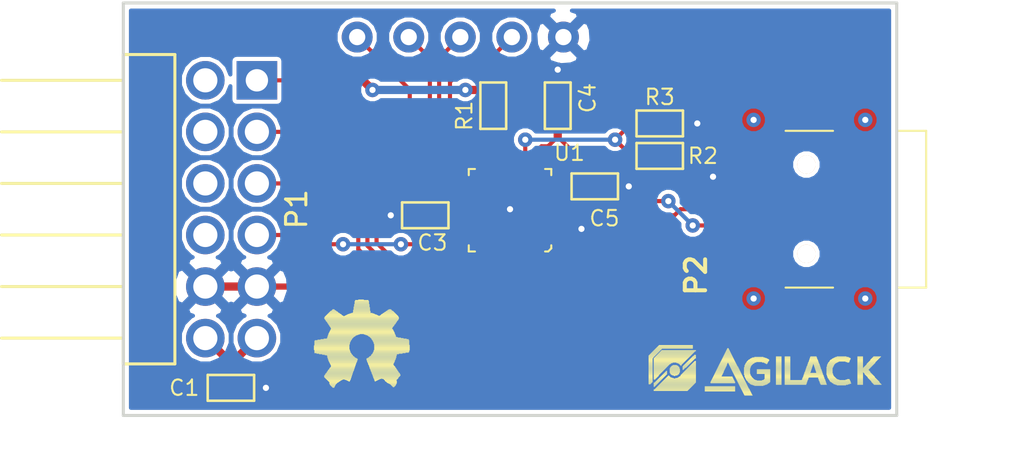
<source format=kicad_pcb>
(kicad_pcb (version 4) (host pcbnew 4.0.2+dfsg1-stable)

  (general
    (links 37)
    (no_connects 0)
    (area 116.824999 94.764999 171.449 119.184401)
    (thickness 1.6)
    (drawings 9)
    (tracks 180)
    (zones 0)
    (modules 18)
    (nets 30)
  )

  (page A4)
  (title_block
    (title "USB serial PMOD")
    (company Agilack)
  )

  (layers
    (0 F.Cu signal)
    (31 B.Cu signal)
    (32 B.Adhes user)
    (33 F.Adhes user)
    (34 B.Paste user)
    (35 F.Paste user)
    (36 B.SilkS user)
    (37 F.SilkS user)
    (38 B.Mask user)
    (39 F.Mask user)
    (40 Dwgs.User user)
    (41 Cmts.User user)
    (42 Eco1.User user)
    (43 Eco2.User user)
    (44 Edge.Cuts user)
    (45 Margin user)
    (46 B.CrtYd user)
    (47 F.CrtYd user)
    (48 B.Fab user)
    (49 F.Fab user)
  )

  (setup
    (last_trace_width 0.2032)
    (user_trace_width 0.2032)
    (user_trace_width 0.3048)
    (user_trace_width 0.4064)
    (trace_clearance 0.2)
    (zone_clearance 0.2)
    (zone_45_only no)
    (trace_min 0.2032)
    (segment_width 0.2)
    (edge_width 0.15)
    (via_size 0.6)
    (via_drill 0.3048)
    (via_min_size 0.4)
    (via_min_drill 0.3)
    (user_via 0.7112 0.3048)
    (uvia_size 0.3)
    (uvia_drill 0.1)
    (uvias_allowed no)
    (uvia_min_size 0.2)
    (uvia_min_drill 0.1)
    (pcb_text_width 0.3)
    (pcb_text_size 1.5 1.5)
    (mod_edge_width 0.15)
    (mod_text_size 1 1)
    (mod_text_width 0.15)
    (pad_size 2.6 2.6)
    (pad_drill 0)
    (pad_to_mask_clearance 0.2)
    (aux_axis_origin 0 0)
    (visible_elements FFFFFFFF)
    (pcbplotparams
      (layerselection 0x010ec_80000001)
      (usegerberextensions false)
      (excludeedgelayer true)
      (linewidth 0.100000)
      (plotframeref false)
      (viasonmask false)
      (mode 1)
      (useauxorigin false)
      (hpglpennumber 1)
      (hpglpenspeed 20)
      (hpglpendiameter 15)
      (hpglpenoverlay 2)
      (psnegative false)
      (psa4output false)
      (plotreference true)
      (plotvalue true)
      (plotinvisibletext false)
      (padsonsilk false)
      (subtractmaskfromsilk false)
      (outputformat 1)
      (mirror false)
      (drillshape 0)
      (scaleselection 1)
      (outputdirectory ../prod/))
  )

  (net 0 "")
  (net 1 "Net-(P1-Pad7)")
  (net 2 "Net-(P1-Pad8)")
  (net 3 "Net-(P1-Pad9)")
  (net 4 "Net-(P1-Pad10)")
  (net 5 GND)
  (net 6 VCC)
  (net 7 "Net-(P2-PadSHLD)")
  (net 8 "Net-(P2-Pad3)")
  (net 9 "Net-(P2-Pad2)")
  (net 10 "Net-(P2-Pad1)")
  (net 11 "Net-(P2-Pad4)")
  (net 12 "Net-(U1-Pad17)")
  (net 13 "Net-(U1-Pad10)")
  (net 14 "Net-(U1-Pad15)")
  (net 15 "Net-(U1-Pad24)")
  (net 16 "Net-(U1-Pad23)")
  (net 17 "Net-(U1-Pad22)")
  (net 18 "Net-(C3-Pad1)")
  (net 19 PMOD_CTS)
  (net 20 PMOD_TXD)
  (net 21 PMOD_RXD)
  (net 22 PMOD_RTS)
  (net 23 RST)
  (net 24 "Net-(R2-Pad1)")
  (net 25 "Net-(TP1-Pad1)")
  (net 26 "Net-(TP2-Pad1)")
  (net 27 "Net-(TP3-Pad1)")
  (net 28 "Net-(TP4-Pad1)")
  (net 29 "Net-(TP6-Pad1)")

  (net_class Default "This is the default net class."
    (clearance 0.2)
    (trace_width 0.2032)
    (via_dia 0.6)
    (via_drill 0.3048)
    (uvia_dia 0.3)
    (uvia_drill 0.1)
    (add_net GND)
    (add_net "Net-(C3-Pad1)")
    (add_net "Net-(P1-Pad10)")
    (add_net "Net-(P1-Pad7)")
    (add_net "Net-(P1-Pad8)")
    (add_net "Net-(P1-Pad9)")
    (add_net "Net-(P2-Pad1)")
    (add_net "Net-(P2-Pad2)")
    (add_net "Net-(P2-Pad3)")
    (add_net "Net-(P2-Pad4)")
    (add_net "Net-(P2-PadSHLD)")
    (add_net "Net-(R2-Pad1)")
    (add_net "Net-(TP1-Pad1)")
    (add_net "Net-(TP2-Pad1)")
    (add_net "Net-(TP3-Pad1)")
    (add_net "Net-(TP4-Pad1)")
    (add_net "Net-(TP6-Pad1)")
    (add_net "Net-(U1-Pad10)")
    (add_net "Net-(U1-Pad15)")
    (add_net "Net-(U1-Pad17)")
    (add_net "Net-(U1-Pad22)")
    (add_net "Net-(U1-Pad23)")
    (add_net "Net-(U1-Pad24)")
    (add_net PMOD_CTS)
    (add_net PMOD_RTS)
    (add_net PMOD_RXD)
    (add_net PMOD_TXD)
    (add_net RST)
    (add_net VCC)
  )

  (module pmod-usb-serial:CONN_PMOD-Male locked (layer F.Cu) (tedit 5950C8DB) (tstamp 59B13CAC)
    (at 127.14 105 90)
    (path /59B12698)
    (fp_text reference P1 (at 0 4.4958 90) (layer F.SilkS)
      (effects (font (size 1 1) (thickness 0.15)))
    )
    (fp_text value PMOD (at 0 -2.77 90) (layer F.Fab)
      (effects (font (size 1 1) (thickness 0.15)))
    )
    (fp_line (start 6.35 -10.04) (end 6.35 -4.04) (layer F.SilkS) (width 0.15))
    (fp_line (start 3.81 -10.04) (end 3.81 -4.04) (layer F.SilkS) (width 0.15))
    (fp_line (start 1.27 -10.04) (end 1.27 -4.04) (layer F.SilkS) (width 0.15))
    (fp_line (start -1.27 -10.04) (end -1.27 -4.04) (layer F.SilkS) (width 0.15))
    (fp_line (start -3.81 -10.04) (end -3.81 -4.04) (layer F.SilkS) (width 0.15))
    (fp_line (start -6.35 -10.04) (end -6.35 -4.04) (layer F.SilkS) (width 0.15))
    (fp_line (start -7.62 -1.5) (end 7.62 -1.5) (layer F.SilkS) (width 0.15))
    (fp_line (start 7.62 -1.5) (end 7.62 -4.04) (layer F.SilkS) (width 0.15))
    (fp_line (start 7.62 -4.04) (end -7.62 -4.04) (layer F.SilkS) (width 0.15))
    (fp_line (start -7.62 -1.5) (end -7.62 -4.04) (layer F.SilkS) (width 0.15))
    (pad 1 thru_hole rect (at 6.35 2.54 90) (size 1.9 2) (drill 1.1) (layers *.Cu *.Mask)
      (net 19 PMOD_CTS))
    (pad 2 thru_hole circle (at 3.81 2.54 90) (size 1.9 1.9) (drill 1.19) (layers *.Cu *.Mask)
      (net 20 PMOD_TXD))
    (pad 3 thru_hole circle (at 1.27 2.54 90) (size 1.9 1.9) (drill 1.19) (layers *.Cu *.Mask)
      (net 21 PMOD_RXD))
    (pad 4 thru_hole circle (at -1.27 2.54 90) (size 1.9 1.9) (drill 1.19) (layers *.Cu *.Mask)
      (net 22 PMOD_RTS))
    (pad 5 thru_hole circle (at -3.81 2.54 90) (size 1.9 1.9) (drill 1.19) (layers *.Cu *.Mask)
      (net 5 GND))
    (pad 6 thru_hole circle (at -6.35 2.54 90) (size 1.9 1.9) (drill 1.19) (layers *.Cu *.Mask)
      (net 6 VCC))
    (pad 7 thru_hole circle (at 6.35 0 90) (size 1.9 1.9) (drill 1.19) (layers *.Cu *.Mask)
      (net 1 "Net-(P1-Pad7)"))
    (pad 8 thru_hole circle (at 3.81 0 90) (size 1.9 1.9) (drill 1.19) (layers *.Cu *.Mask)
      (net 2 "Net-(P1-Pad8)"))
    (pad 9 thru_hole circle (at 1.27 0 90) (size 1.9 1.9) (drill 1.19) (layers *.Cu *.Mask)
      (net 3 "Net-(P1-Pad9)"))
    (pad 10 thru_hole circle (at -1.27 0 90) (size 1.9 1.9) (drill 1.19) (layers *.Cu *.Mask)
      (net 4 "Net-(P1-Pad10)"))
    (pad 11 thru_hole circle (at -3.81 0 90) (size 1.9 1.9) (drill 1.19) (layers *.Cu *.Mask)
      (net 5 GND))
    (pad 12 thru_hole circle (at -6.35 0 90) (size 1.9 1.9) (drill 1.19) (layers *.Cu *.Mask)
      (net 6 VCC))
  )

  (module pmod-usb-serial:CONN_65100516121 (layer F.Cu) (tedit 59B704B0) (tstamp 59B14746)
    (at 154.15 105 180)
    (path /59B14149)
    (fp_text reference P2 (at 2.8422 -3.2548 270) (layer F.SilkS)
      (effects (font (size 1 1) (thickness 0.19812)))
    )
    (fp_text value CONN_MiniUSB-AB (at -2.8982 -0.0036 270) (layer F.SilkS) hide
      (effects (font (size 0.2 0.2) (thickness 0.05)))
    )
    (fp_line (start -3.9116 3.8608) (end -1.5748 3.8608) (layer F.SilkS) (width 0.1016))
    (fp_line (start -8.5 3.8608) (end -7.0612 3.8608) (layer F.SilkS) (width 0.1016))
    (fp_line (start -7.0612 -3.8608) (end -8.5 -3.8608) (layer F.SilkS) (width 0.1016))
    (fp_line (start -8.5 -3.8608) (end -8.5 3.8608) (layer F.SilkS) (width 0.1016))
    (fp_line (start -1.5748 -3.8608) (end -3.9116 -3.8608) (layer F.SilkS) (width 0.1016))
    (pad SHLD smd rect (at 0 -4.4 180) (size 2.49936 1.99898) (layers F.Cu F.Paste F.Mask)
      (net 7 "Net-(P2-PadSHLD)"))
    (pad 3 smd rect (at 0 0 180) (size 2.5 0.50038) (layers F.Cu F.Paste F.Mask)
      (net 8 "Net-(P2-Pad3)"))
    (pad 2 smd rect (at 0 -0.8001 180) (size 2.5 0.50038) (layers F.Cu F.Paste F.Mask)
      (net 9 "Net-(P2-Pad2)"))
    (pad 1 smd rect (at 0 -1.6002 180) (size 2.5 0.50038) (layers F.Cu F.Paste F.Mask)
      (net 10 "Net-(P2-Pad1)"))
    (pad 4 smd rect (at 0 0.8001 180) (size 2.5 0.50038) (layers F.Cu F.Paste F.Mask)
      (net 11 "Net-(P2-Pad4)"))
    (pad 5 smd rect (at 0 1.6002 180) (size 2.5 0.50038) (layers F.Cu F.Paste F.Mask)
      (net 5 GND))
    (pad SHLD smd rect (at 0 4.4 180) (size 2.49936 1.99898) (layers F.Cu F.Paste F.Mask)
      (net 7 "Net-(P2-PadSHLD)"))
    (pad SHLD smd rect (at -5.5 -4.4 180) (size 2.49936 1.99898) (layers F.Cu F.Paste F.Mask)
      (net 7 "Net-(P2-PadSHLD)"))
    (pad SHLD smd rect (at -5.5 4.4 180) (size 2.49936 1.99898) (layers F.Cu F.Paste F.Mask)
      (net 7 "Net-(P2-PadSHLD)"))
    (pad "" np_thru_hole circle (at -2.6 -2.2 180) (size 0.9 0.9) (drill 0.9) (layers *.Cu *.SilkS *.Mask))
    (pad "" np_thru_hole circle (at -2.6 2.2 180) (size 0.9 0.9) (drill 0.9) (layers *.Cu *.SilkS *.Mask))
  )

  (module pmod-usb-serial:QFN24 (layer F.Cu) (tedit 59B6E827) (tstamp 59B1476C)
    (at 142.15 105.05 90)
    (descr "Support CMS QFN 40 pins")
    (tags "CMS Plcc")
    (path /59B14239)
    (attr smd)
    (fp_text reference U1 (at 2.825 2.925 180) (layer F.SilkS)
      (effects (font (size 0.762 0.762) (thickness 0.1016)))
    )
    (fp_text value CP2104 (at 0 3.2512 90) (layer F.SilkS) hide
      (effects (font (size 0.2 0.2) (thickness 0.05)))
    )
    (fp_line (start -2.032 1.7272) (end -2.032 1.8796) (layer F.SilkS) (width 0.1016))
    (fp_line (start -2.032 1.8796) (end -1.8796 2.032) (layer F.SilkS) (width 0.1016))
    (fp_line (start -1.8796 2.032) (end -1.7272 2.032) (layer F.SilkS) (width 0.1016))
    (fp_line (start -2.032 -2.032) (end -2.032 -1.7272) (layer F.SilkS) (width 0.1016))
    (fp_line (start -2.032 -2.032) (end -1.7272 -2.032) (layer F.SilkS) (width 0.1016))
    (fp_line (start 2.032 -2.032) (end 1.7272 -2.032) (layer F.SilkS) (width 0.1016))
    (fp_line (start 2.032 -2.032) (end 2.032 -1.7272) (layer F.SilkS) (width 0.1016))
    (fp_line (start 2.032 2.032) (end 1.7272 2.032) (layer F.SilkS) (width 0.1016))
    (fp_line (start 2.032 2.032) (end 2.032 1.7272) (layer F.SilkS) (width 0.1016))
    (pad 16 smd rect (at -0.25 -2.05 270) (size 0.2794 0.9) (layers F.Cu F.Paste F.Mask)
      (net 18 "Net-(C3-Pad1)"))
    (pad 17 smd rect (at -0.75 -2.05 270) (size 0.2794 0.9) (layers F.Cu F.Paste F.Mask)
      (net 12 "Net-(U1-Pad17)"))
    (pad 5 smd rect (at 0.75 2.05 90) (size 0.2794 0.9) (layers F.Cu F.Paste F.Mask)
      (net 6 VCC))
    (pad 1 smd rect (at -1.25 2.05 90) (size 0.2794 0.9) (layers F.Cu F.Paste F.Mask)
      (net 29 "Net-(TP6-Pad1)"))
    (pad 2 smd rect (at -0.75 2.05 90) (size 0.2794 0.9) (layers F.Cu F.Paste F.Mask)
      (net 5 GND))
    (pad 3 smd rect (at -0.25 2.05 90) (size 0.2794 0.9) (layers F.Cu F.Paste F.Mask)
      (net 8 "Net-(P2-Pad3)"))
    (pad 4 smd rect (at 0.25 2.05 90) (size 0.2794 0.9) (layers F.Cu F.Paste F.Mask)
      (net 9 "Net-(P2-Pad2)"))
    (pad 6 smd rect (at 1.25 2.05 90) (size 0.2794 0.9) (layers F.Cu F.Paste F.Mask)
      (net 6 VCC))
    (pad 7 smd rect (at 2.05 1.25 180) (size 0.2794 0.9) (layers F.Cu F.Paste F.Mask)
      (net 6 VCC))
    (pad 8 smd rect (at 2.05 0.75 180) (size 0.2794 0.9) (layers F.Cu F.Paste F.Mask)
      (net 24 "Net-(R2-Pad1)"))
    (pad 9 smd rect (at 2.05 0.25 180) (size 0.2794 0.9) (layers F.Cu F.Paste F.Mask)
      (net 23 RST))
    (pad 10 smd rect (at 2.05 -0.25 180) (size 0.2794 0.9) (layers F.Cu F.Paste F.Mask)
      (net 13 "Net-(U1-Pad10)"))
    (pad 11 smd rect (at 2.05 -0.75 180) (size 0.2794 0.9) (layers F.Cu F.Paste F.Mask)
      (net 28 "Net-(TP4-Pad1)"))
    (pad 12 smd rect (at 2.05 -1.25 180) (size 0.2794 0.9) (layers F.Cu F.Paste F.Mask)
      (net 27 "Net-(TP3-Pad1)"))
    (pad 13 smd rect (at 1.25 -2.05 270) (size 0.2794 0.9) (layers F.Cu F.Paste F.Mask)
      (net 26 "Net-(TP2-Pad1)"))
    (pad 14 smd rect (at 0.75 -2.05 270) (size 0.2794 0.9) (layers F.Cu F.Paste F.Mask)
      (net 25 "Net-(TP1-Pad1)"))
    (pad 15 smd rect (at 0.25 -2.05 270) (size 0.2794 0.9) (layers F.Cu F.Paste F.Mask)
      (net 14 "Net-(U1-Pad15)"))
    (pad PAD smd rect (at 0.05 0 90) (size 2.6 2.6) (layers F.Cu F.Paste F.Mask)
      (net 5 GND))
    (pad 24 smd rect (at -2.05 1.25) (size 0.2794 0.9) (layers F.Cu F.Paste F.Mask)
      (net 15 "Net-(U1-Pad24)"))
    (pad 23 smd rect (at -2.05 0.75) (size 0.2794 0.9) (layers F.Cu F.Paste F.Mask)
      (net 16 "Net-(U1-Pad23)"))
    (pad 22 smd rect (at -2.05 0.25) (size 0.2794 0.9) (layers F.Cu F.Paste F.Mask)
      (net 17 "Net-(U1-Pad22)"))
    (pad 21 smd rect (at -2.05 -0.25) (size 0.2794 0.9) (layers F.Cu F.Paste F.Mask)
      (net 21 PMOD_RXD))
    (pad 20 smd rect (at -2.05 -0.75) (size 0.2794 0.9) (layers F.Cu F.Paste F.Mask)
      (net 20 PMOD_TXD))
    (pad 19 smd rect (at -2.05 -1.25) (size 0.2794 0.9) (layers F.Cu F.Paste F.Mask)
      (net 19 PMOD_CTS))
    (pad 18 smd rect (at -1.25 -2.05 270) (size 0.2794 0.9) (layers F.Cu F.Paste F.Mask)
      (net 22 PMOD_RTS))
  )

  (module pmod-usb-serial:SMD0603 (layer F.Cu) (tedit 59B13ECD) (tstamp 59B14A4F)
    (at 128.4 113.8)
    (path /59B157AD)
    (attr smd)
    (fp_text reference C1 (at -2.3 0) (layer F.SilkS)
      (effects (font (size 0.762 0.762) (thickness 0.1016)))
    )
    (fp_text value 1uF (at 0 0) (layer F.SilkS) hide
      (effects (font (size 0.20066 0.20066) (thickness 0.0508)))
    )
    (fp_line (start -1.143 -0.635) (end 1.143 -0.635) (layer F.SilkS) (width 0.127))
    (fp_line (start 1.143 -0.635) (end 1.143 0.635) (layer F.SilkS) (width 0.127))
    (fp_line (start 1.143 0.635) (end -1.143 0.635) (layer F.SilkS) (width 0.127))
    (fp_line (start -1.143 0.635) (end -1.143 -0.635) (layer F.SilkS) (width 0.127))
    (pad 1 smd rect (at -0.762 0) (size 0.635 1.143) (layers F.Cu F.Paste F.Mask)
      (net 6 VCC))
    (pad 2 smd rect (at 0.762 0) (size 0.635 1.143) (layers F.Cu F.Paste F.Mask)
      (net 5 GND))
    (model smd/chip_cms.wrl
      (at (xyz 0 0 0))
      (scale (xyz 0.08 0.08 0.08))
      (rotate (xyz 0 0 0))
    )
  )

  (module pmod-usb-serial:SMD0603 (layer F.Cu) (tedit 59B6E4A1) (tstamp 59B14A55)
    (at 137.975 105.3 180)
    (path /59B1569A)
    (attr smd)
    (fp_text reference C3 (at -0.35 -1.35 180) (layer F.SilkS)
      (effects (font (size 0.762 0.762) (thickness 0.1016)))
    )
    (fp_text value 4,7uF (at 0 0 180) (layer F.SilkS) hide
      (effects (font (size 0.20066 0.20066) (thickness 0.0508)))
    )
    (fp_line (start -1.143 -0.635) (end 1.143 -0.635) (layer F.SilkS) (width 0.127))
    (fp_line (start 1.143 -0.635) (end 1.143 0.635) (layer F.SilkS) (width 0.127))
    (fp_line (start 1.143 0.635) (end -1.143 0.635) (layer F.SilkS) (width 0.127))
    (fp_line (start -1.143 0.635) (end -1.143 -0.635) (layer F.SilkS) (width 0.127))
    (pad 1 smd rect (at -0.762 0 180) (size 0.635 1.143) (layers F.Cu F.Paste F.Mask)
      (net 18 "Net-(C3-Pad1)"))
    (pad 2 smd rect (at 0.762 0 180) (size 0.635 1.143) (layers F.Cu F.Paste F.Mask)
      (net 5 GND))
    (model smd/chip_cms.wrl
      (at (xyz 0 0 0))
      (scale (xyz 0.08 0.08 0.08))
      (rotate (xyz 0 0 0))
    )
  )

  (module pmod-usb-serial:SMD0603 (layer F.Cu) (tedit 59B6E818) (tstamp 59B6E712)
    (at 144.5 99.9 90)
    (path /59B6E711)
    (attr smd)
    (fp_text reference C4 (at 0.375 1.475 90) (layer F.SilkS)
      (effects (font (size 0.762 0.762) (thickness 0.1016)))
    )
    (fp_text value 1uF (at 0 0 90) (layer F.SilkS) hide
      (effects (font (size 0.20066 0.20066) (thickness 0.0508)))
    )
    (fp_line (start -1.143 -0.635) (end 1.143 -0.635) (layer F.SilkS) (width 0.127))
    (fp_line (start 1.143 -0.635) (end 1.143 0.635) (layer F.SilkS) (width 0.127))
    (fp_line (start 1.143 0.635) (end -1.143 0.635) (layer F.SilkS) (width 0.127))
    (fp_line (start -1.143 0.635) (end -1.143 -0.635) (layer F.SilkS) (width 0.127))
    (pad 1 smd rect (at -0.762 0 90) (size 0.635 1.143) (layers F.Cu F.Paste F.Mask)
      (net 6 VCC))
    (pad 2 smd rect (at 0.762 0 90) (size 0.635 1.143) (layers F.Cu F.Paste F.Mask)
      (net 5 GND))
    (model smd/chip_cms.wrl
      (at (xyz 0 0 0))
      (scale (xyz 0.08 0.08 0.08))
      (rotate (xyz 0 0 0))
    )
  )

  (module pmod-usb-serial:SMD0603 (layer F.Cu) (tedit 59B6E820) (tstamp 59B6E718)
    (at 146.325 103.875)
    (path /59B6E754)
    (attr smd)
    (fp_text reference C5 (at 0.475 1.575) (layer F.SilkS)
      (effects (font (size 0.762 0.762) (thickness 0.1016)))
    )
    (fp_text value 100nF (at 0 0) (layer F.SilkS) hide
      (effects (font (size 0.20066 0.20066) (thickness 0.0508)))
    )
    (fp_line (start -1.143 -0.635) (end 1.143 -0.635) (layer F.SilkS) (width 0.127))
    (fp_line (start 1.143 -0.635) (end 1.143 0.635) (layer F.SilkS) (width 0.127))
    (fp_line (start 1.143 0.635) (end -1.143 0.635) (layer F.SilkS) (width 0.127))
    (fp_line (start -1.143 0.635) (end -1.143 -0.635) (layer F.SilkS) (width 0.127))
    (pad 1 smd rect (at -0.762 0) (size 0.635 1.143) (layers F.Cu F.Paste F.Mask)
      (net 6 VCC))
    (pad 2 smd rect (at 0.762 0) (size 0.635 1.143) (layers F.Cu F.Paste F.Mask)
      (net 5 GND))
    (model smd/chip_cms.wrl
      (at (xyz 0 0 0))
      (scale (xyz 0.08 0.08 0.08))
      (rotate (xyz 0 0 0))
    )
  )

  (module pmod-usb-serial:SMD0603 (layer F.Cu) (tedit 59B6ECEA) (tstamp 59B6EBDF)
    (at 141.325 99.9 270)
    (path /59B6EDBE)
    (attr smd)
    (fp_text reference R1 (at 0.5 1.425 270) (layer F.SilkS)
      (effects (font (size 0.762 0.762) (thickness 0.1016)))
    )
    (fp_text value 4,7k (at 0 0 270) (layer F.SilkS) hide
      (effects (font (size 0.20066 0.20066) (thickness 0.0508)))
    )
    (fp_line (start -1.143 -0.635) (end 1.143 -0.635) (layer F.SilkS) (width 0.127))
    (fp_line (start 1.143 -0.635) (end 1.143 0.635) (layer F.SilkS) (width 0.127))
    (fp_line (start 1.143 0.635) (end -1.143 0.635) (layer F.SilkS) (width 0.127))
    (fp_line (start -1.143 0.635) (end -1.143 -0.635) (layer F.SilkS) (width 0.127))
    (pad 1 smd rect (at -0.762 0 270) (size 0.635 1.143) (layers F.Cu F.Paste F.Mask)
      (net 6 VCC))
    (pad 2 smd rect (at 0.762 0 270) (size 0.635 1.143) (layers F.Cu F.Paste F.Mask)
      (net 23 RST))
    (model smd/chip_cms.wrl
      (at (xyz 0 0 0))
      (scale (xyz 0.08 0.08 0.08))
      (rotate (xyz 0 0 0))
    )
  )

  (module pmod-usb-serial:SMD0603 (layer F.Cu) (tedit 59B6EF85) (tstamp 59B6EEAE)
    (at 149.525 102.375)
    (path /59B6F2CB)
    (attr smd)
    (fp_text reference R2 (at 2.125 0) (layer F.SilkS)
      (effects (font (size 0.762 0.762) (thickness 0.1016)))
    )
    (fp_text value R (at 0 0) (layer F.SilkS) hide
      (effects (font (size 0.20066 0.20066) (thickness 0.0508)))
    )
    (fp_line (start -1.143 -0.635) (end 1.143 -0.635) (layer F.SilkS) (width 0.127))
    (fp_line (start 1.143 -0.635) (end 1.143 0.635) (layer F.SilkS) (width 0.127))
    (fp_line (start 1.143 0.635) (end -1.143 0.635) (layer F.SilkS) (width 0.127))
    (fp_line (start -1.143 0.635) (end -1.143 -0.635) (layer F.SilkS) (width 0.127))
    (pad 1 smd rect (at -0.762 0) (size 0.635 1.143) (layers F.Cu F.Paste F.Mask)
      (net 24 "Net-(R2-Pad1)"))
    (pad 2 smd rect (at 0.762 0) (size 0.635 1.143) (layers F.Cu F.Paste F.Mask)
      (net 10 "Net-(P2-Pad1)"))
    (model smd/chip_cms.wrl
      (at (xyz 0 0 0))
      (scale (xyz 0.08 0.08 0.08))
      (rotate (xyz 0 0 0))
    )
  )

  (module pmod-usb-serial:SMD0603 (layer F.Cu) (tedit 59B6EEFD) (tstamp 59B6EEB4)
    (at 149.525 100.775 180)
    (path /59B6F296)
    (attr smd)
    (fp_text reference R3 (at 0 1.3 180) (layer F.SilkS)
      (effects (font (size 0.762 0.762) (thickness 0.1016)))
    )
    (fp_text value R (at 0 0 180) (layer F.SilkS) hide
      (effects (font (size 0.20066 0.20066) (thickness 0.0508)))
    )
    (fp_line (start -1.143 -0.635) (end 1.143 -0.635) (layer F.SilkS) (width 0.127))
    (fp_line (start 1.143 -0.635) (end 1.143 0.635) (layer F.SilkS) (width 0.127))
    (fp_line (start 1.143 0.635) (end -1.143 0.635) (layer F.SilkS) (width 0.127))
    (fp_line (start -1.143 0.635) (end -1.143 -0.635) (layer F.SilkS) (width 0.127))
    (pad 1 smd rect (at -0.762 0 180) (size 0.635 1.143) (layers F.Cu F.Paste F.Mask)
      (net 5 GND))
    (pad 2 smd rect (at 0.762 0 180) (size 0.635 1.143) (layers F.Cu F.Paste F.Mask)
      (net 24 "Net-(R2-Pad1)"))
    (model smd/chip_cms.wrl
      (at (xyz 0 0 0))
      (scale (xyz 0.08 0.08 0.08))
      (rotate (xyz 0 0 0))
    )
  )

  (module pmod-usb-serial:TP_PIN (layer F.Cu) (tedit 5901E643) (tstamp 59B6F5AF)
    (at 134.62 96.52)
    (path /59B6F9A1)
    (fp_text reference TP1 (at 0 0.5) (layer F.SilkS) hide
      (effects (font (size 0.2 0.2) (thickness 0.05)))
    )
    (fp_text value CONN_1 (at 0 -0.5) (layer F.Fab) hide
      (effects (font (size 0.2 0.2) (thickness 0.05)))
    )
    (pad 1 thru_hole circle (at 0 0) (size 1.524 1.524) (drill 0.8) (layers *.Cu *.Mask)
      (net 25 "Net-(TP1-Pad1)"))
  )

  (module pmod-usb-serial:TP_PIN (layer F.Cu) (tedit 5901E643) (tstamp 59B6F5B4)
    (at 137.16 96.52)
    (path /59B6F9D2)
    (fp_text reference TP2 (at 0 0.5) (layer F.SilkS) hide
      (effects (font (size 0.2 0.2) (thickness 0.05)))
    )
    (fp_text value CONN_1 (at 0 -0.5) (layer F.Fab) hide
      (effects (font (size 0.2 0.2) (thickness 0.05)))
    )
    (pad 1 thru_hole circle (at 0 0) (size 1.524 1.524) (drill 0.8) (layers *.Cu *.Mask)
      (net 26 "Net-(TP2-Pad1)"))
  )

  (module pmod-usb-serial:TP_PIN (layer F.Cu) (tedit 5901E643) (tstamp 59B6F5B9)
    (at 139.7 96.52)
    (path /59B6FA63)
    (fp_text reference TP3 (at 0 0.5) (layer F.SilkS) hide
      (effects (font (size 0.2 0.2) (thickness 0.05)))
    )
    (fp_text value CONN_1 (at 0 -0.5) (layer F.Fab) hide
      (effects (font (size 0.2 0.2) (thickness 0.05)))
    )
    (pad 1 thru_hole circle (at 0 0) (size 1.524 1.524) (drill 0.8) (layers *.Cu *.Mask)
      (net 27 "Net-(TP3-Pad1)"))
  )

  (module pmod-usb-serial:TP_PIN (layer F.Cu) (tedit 5901E643) (tstamp 59B6F5BE)
    (at 142.24 96.52)
    (path /59B6FA96)
    (fp_text reference TP4 (at 0 0.5) (layer F.SilkS) hide
      (effects (font (size 0.2 0.2) (thickness 0.05)))
    )
    (fp_text value CONN_1 (at 0 -0.5) (layer F.Fab) hide
      (effects (font (size 0.2 0.2) (thickness 0.05)))
    )
    (pad 1 thru_hole circle (at 0 0) (size 1.524 1.524) (drill 0.8) (layers *.Cu *.Mask)
      (net 28 "Net-(TP4-Pad1)"))
  )

  (module pmod-usb-serial:TP_PIN (layer F.Cu) (tedit 5901E643) (tstamp 59B6F9B6)
    (at 144.78 96.52)
    (path /59B70013)
    (fp_text reference TP5 (at 0 0.5) (layer F.SilkS) hide
      (effects (font (size 0.2 0.2) (thickness 0.05)))
    )
    (fp_text value CONN_1 (at 0 -0.5) (layer F.Fab) hide
      (effects (font (size 0.2 0.2) (thickness 0.05)))
    )
    (pad 1 thru_hole circle (at 0 0) (size 1.524 1.524) (drill 0.8) (layers *.Cu *.Mask)
      (net 5 GND))
  )

  (module pmod-usb-serial:logo-ohw (layer F.Cu) (tedit 59AF07FC) (tstamp 59B70ED2)
    (at 134.8486 111.76)
    (fp_text reference logo_ohw (at 0 1.9431) (layer F.SilkS) hide
      (effects (font (size 0.2 0.2) (thickness 0.05)))
    )
    (fp_text value VAL** (at 0 1.6256) (layer F.SilkS) hide
      (effects (font (size 0.20066 0.20066) (thickness 0.0508)))
    )
    (fp_line (start -0.1651 -2.2987) (end 0.0889 -2.2987) (layer F.SilkS) (width 0.02794))
    (fp_line (start -0.3175 -2.2733) (end 0.3175 -2.2733) (layer F.SilkS) (width 0.02794))
    (fp_line (start -0.3175 -2.2479) (end 0.3175 -2.2479) (layer F.SilkS) (width 0.02794))
    (fp_line (start -0.3429 -2.2225) (end 0.3429 -2.2225) (layer F.SilkS) (width 0.02794))
    (fp_line (start -0.3429 -2.1971) (end 0.3429 -2.1971) (layer F.SilkS) (width 0.02794))
    (fp_line (start -0.3429 -2.1717) (end 0.3429 -2.1717) (layer F.SilkS) (width 0.02794))
    (fp_line (start -0.3429 -2.1463) (end 0.3429 -2.1463) (layer F.SilkS) (width 0.02794))
    (fp_line (start -0.3429 -2.1209) (end 0.3429 -2.1209) (layer F.SilkS) (width 0.02794))
    (fp_line (start -0.3429 -2.0955) (end 0.3429 -2.0955) (layer F.SilkS) (width 0.02794))
    (fp_line (start -0.3683 -2.0701) (end 0.3683 -2.0701) (layer F.SilkS) (width 0.02794))
    (fp_line (start -0.3683 -2.0447) (end 0.3683 -2.0447) (layer F.SilkS) (width 0.02794))
    (fp_line (start -0.3683 -2.0193) (end 0.3683 -2.0193) (layer F.SilkS) (width 0.02794))
    (fp_line (start -0.3683 -1.9939) (end 0.3683 -1.9939) (layer F.SilkS) (width 0.02794))
    (fp_line (start -0.3683 -1.9685) (end 0.3683 -1.9685) (layer F.SilkS) (width 0.02794))
    (fp_line (start -0.3937 -1.9431) (end 0.3683 -1.9431) (layer F.SilkS) (width 0.02794))
    (fp_line (start -0.3937 -1.9177) (end 0.3937 -1.9177) (layer F.SilkS) (width 0.02794))
    (fp_line (start -0.3937 -1.8923) (end 0.3937 -1.8923) (layer F.SilkS) (width 0.02794))
    (fp_line (start -0.3937 -1.8669) (end 0.3937 -1.8669) (layer F.SilkS) (width 0.02794))
    (fp_line (start -0.3937 -1.8415) (end 0.3937 -1.8415) (layer F.SilkS) (width 0.02794))
    (fp_line (start -1.4351 -1.8161) (end -1.3589 -1.8161) (layer F.SilkS) (width 0.02794))
    (fp_line (start -0.3937 -1.8161) (end 0.3937 -1.8161) (layer F.SilkS) (width 0.02794))
    (fp_line (start 1.3335 -1.8161) (end 1.4351 -1.8161) (layer F.SilkS) (width 0.02794))
    (fp_line (start -1.4605 -1.7907) (end -1.3335 -1.7907) (layer F.SilkS) (width 0.02794))
    (fp_line (start -0.4191 -1.7907) (end 0.3937 -1.7907) (layer F.SilkS) (width 0.02794))
    (fp_line (start 1.2827 -1.7907) (end 1.4605 -1.7907) (layer F.SilkS) (width 0.02794))
    (fp_line (start -1.4859 -1.7653) (end -1.2827 -1.7653) (layer F.SilkS) (width 0.02794))
    (fp_line (start -0.4191 -1.7653) (end 0.3937 -1.7653) (layer F.SilkS) (width 0.02794))
    (fp_line (start 1.2573 -1.7653) (end 1.4859 -1.7653) (layer F.SilkS) (width 0.02794))
    (fp_line (start -1.5367 -1.7399) (end -1.2573 -1.7399) (layer F.SilkS) (width 0.02794))
    (fp_line (start -0.4191 -1.7399) (end 0.4191 -1.7399) (layer F.SilkS) (width 0.02794))
    (fp_line (start 1.2065 -1.7399) (end 1.5367 -1.7399) (layer F.SilkS) (width 0.02794))
    (fp_line (start -1.5621 -1.7145) (end -1.2065 -1.7145) (layer F.SilkS) (width 0.02794))
    (fp_line (start -0.4191 -1.7145) (end 0.4191 -1.7145) (layer F.SilkS) (width 0.02794))
    (fp_line (start 1.1811 -1.7145) (end 1.5621 -1.7145) (layer F.SilkS) (width 0.02794))
    (fp_line (start -1.5875 -1.6891) (end -1.1811 -1.6891) (layer F.SilkS) (width 0.02794))
    (fp_line (start -0.4191 -1.6891) (end 0.4191 -1.6891) (layer F.SilkS) (width 0.02794))
    (fp_line (start 1.1303 -1.6891) (end 1.5875 -1.6891) (layer F.SilkS) (width 0.02794))
    (fp_line (start -1.6129 -1.6637) (end -1.1557 -1.6637) (layer F.SilkS) (width 0.02794))
    (fp_line (start -0.4445 -1.6637) (end 0.4191 -1.6637) (layer F.SilkS) (width 0.02794))
    (fp_line (start 1.1049 -1.6637) (end 1.6129 -1.6637) (layer F.SilkS) (width 0.02794))
    (fp_line (start -1.6383 -1.6383) (end -1.1049 -1.6383) (layer F.SilkS) (width 0.02794))
    (fp_line (start -0.5207 -1.6383) (end 0.5207 -1.6383) (layer F.SilkS) (width 0.02794))
    (fp_line (start 1.0541 -1.6383) (end 1.6383 -1.6383) (layer F.SilkS) (width 0.02794))
    (fp_line (start -1.6637 -1.6129) (end -1.0795 -1.6129) (layer F.SilkS) (width 0.02794))
    (fp_line (start -0.5969 -1.6129) (end 0.5969 -1.6129) (layer F.SilkS) (width 0.02794))
    (fp_line (start 1.0287 -1.6129) (end 1.6637 -1.6129) (layer F.SilkS) (width 0.02794))
    (fp_line (start -1.6891 -1.5875) (end -1.0287 -1.5875) (layer F.SilkS) (width 0.02794))
    (fp_line (start -0.6731 -1.5875) (end 0.6477 -1.5875) (layer F.SilkS) (width 0.02794))
    (fp_line (start 0.9779 -1.5875) (end 1.6891 -1.5875) (layer F.SilkS) (width 0.02794))
    (fp_line (start -1.7145 -1.5621) (end -1.0033 -1.5621) (layer F.SilkS) (width 0.02794))
    (fp_line (start -0.7239 -1.5621) (end 0.7239 -1.5621) (layer F.SilkS) (width 0.02794))
    (fp_line (start 0.9525 -1.5621) (end 1.7145 -1.5621) (layer F.SilkS) (width 0.02794))
    (fp_line (start -1.7399 -1.5367) (end -0.9779 -1.5367) (layer F.SilkS) (width 0.02794))
    (fp_line (start -0.7747 -1.5367) (end 0.7747 -1.5367) (layer F.SilkS) (width 0.02794))
    (fp_line (start 0.9271 -1.5367) (end 1.7399 -1.5367) (layer F.SilkS) (width 0.02794))
    (fp_line (start -1.7653 -1.5113) (end -0.9271 -1.5113) (layer F.SilkS) (width 0.02794))
    (fp_line (start -0.8255 -1.5113) (end 0.8255 -1.5113) (layer F.SilkS) (width 0.02794))
    (fp_line (start 0.8763 -1.5113) (end 1.7653 -1.5113) (layer F.SilkS) (width 0.02794))
    (fp_line (start -1.7907 -1.4859) (end -0.9017 -1.4859) (layer F.SilkS) (width 0.02794))
    (fp_line (start -0.8763 -1.4859) (end 1.7907 -1.4859) (layer F.SilkS) (width 0.02794))
    (fp_line (start -1.8161 -1.4605) (end 1.7907 -1.4605) (layer F.SilkS) (width 0.02794))
    (fp_line (start -1.8161 -1.4351) (end 1.8161 -1.4351) (layer F.SilkS) (width 0.02794))
    (fp_line (start -1.8415 -1.4097) (end 1.8161 -1.4097) (layer F.SilkS) (width 0.02794))
    (fp_line (start -1.8415 -1.3843) (end 1.8161 -1.3843) (layer F.SilkS) (width 0.02794))
    (fp_line (start -1.8161 -1.3589) (end 1.8161 -1.3589) (layer F.SilkS) (width 0.02794))
    (fp_line (start -1.8161 -1.3335) (end 1.7907 -1.3335) (layer F.SilkS) (width 0.02794))
    (fp_line (start -1.7907 -1.3081) (end 1.7907 -1.3081) (layer F.SilkS) (width 0.02794))
    (fp_line (start -1.7653 -1.2827) (end 1.7653 -1.2827) (layer F.SilkS) (width 0.02794))
    (fp_line (start -1.7653 -1.2573) (end 1.7399 -1.2573) (layer F.SilkS) (width 0.02794))
    (fp_line (start -1.7399 -1.2319) (end 1.7145 -1.2319) (layer F.SilkS) (width 0.02794))
    (fp_line (start -1.7145 -1.2065) (end 1.7145 -1.2065) (layer F.SilkS) (width 0.02794))
    (fp_line (start -1.6891 -1.1811) (end 1.6891 -1.1811) (layer F.SilkS) (width 0.02794))
    (fp_line (start -1.6891 -1.1557) (end 1.6637 -1.1557) (layer F.SilkS) (width 0.02794))
    (fp_line (start -1.6637 -1.1303) (end 1.6637 -1.1303) (layer F.SilkS) (width 0.02794))
    (fp_line (start -1.6383 -1.1049) (end 1.6383 -1.1049) (layer F.SilkS) (width 0.02794))
    (fp_line (start -1.6383 -1.0795) (end 1.6129 -1.0795) (layer F.SilkS) (width 0.02794))
    (fp_line (start -1.6129 -1.0541) (end 1.5875 -1.0541) (layer F.SilkS) (width 0.02794))
    (fp_line (start -1.5875 -1.0287) (end 1.5875 -1.0287) (layer F.SilkS) (width 0.02794))
    (fp_line (start -1.5875 -1.0033) (end 1.5621 -1.0033) (layer F.SilkS) (width 0.02794))
    (fp_line (start -1.5621 -0.9779) (end 1.5367 -0.9779) (layer F.SilkS) (width 0.02794))
    (fp_line (start -1.5367 -0.9525) (end 1.5113 -0.9525) (layer F.SilkS) (width 0.02794))
    (fp_line (start -1.5367 -0.9271) (end 1.5113 -0.9271) (layer F.SilkS) (width 0.02794))
    (fp_line (start -1.5113 -0.9017) (end 1.4859 -0.9017) (layer F.SilkS) (width 0.02794))
    (fp_line (start -1.5113 -0.8763) (end 1.4859 -0.8763) (layer F.SilkS) (width 0.02794))
    (fp_line (start -1.5113 -0.8509) (end 1.5113 -0.8509) (layer F.SilkS) (width 0.02794))
    (fp_line (start -1.5367 -0.8255) (end 1.5367 -0.8255) (layer F.SilkS) (width 0.02794))
    (fp_line (start -1.5367 -0.8001) (end 1.5367 -0.8001) (layer F.SilkS) (width 0.02794))
    (fp_line (start -1.5621 -0.7747) (end 1.5621 -0.7747) (layer F.SilkS) (width 0.02794))
    (fp_line (start -1.5621 -0.7493) (end 1.5621 -0.7493) (layer F.SilkS) (width 0.02794))
    (fp_line (start -1.5875 -0.7239) (end 1.5875 -0.7239) (layer F.SilkS) (width 0.02794))
    (fp_line (start -1.5875 -0.6985) (end 1.5875 -0.6985) (layer F.SilkS) (width 0.02794))
    (fp_line (start -1.6129 -0.6731) (end 1.6129 -0.6731) (layer F.SilkS) (width 0.02794))
    (fp_line (start -1.6129 -0.6477) (end 1.6129 -0.6477) (layer F.SilkS) (width 0.02794))
    (fp_line (start -1.6383 -0.6223) (end 1.6129 -0.6223) (layer F.SilkS) (width 0.02794))
    (fp_line (start -1.6383 -0.5969) (end -0.1143 -0.5969) (layer F.SilkS) (width 0.02794))
    (fp_line (start 0.1143 -0.5969) (end 1.6383 -0.5969) (layer F.SilkS) (width 0.02794))
    (fp_line (start -1.6383 -0.5715) (end -0.1905 -0.5715) (layer F.SilkS) (width 0.02794))
    (fp_line (start 0.1905 -0.5715) (end 1.6383 -0.5715) (layer F.SilkS) (width 0.02794))
    (fp_line (start -1.6637 -0.5461) (end -0.2667 -0.5461) (layer F.SilkS) (width 0.02794))
    (fp_line (start 0.2667 -0.5461) (end 1.6637 -0.5461) (layer F.SilkS) (width 0.02794))
    (fp_line (start -1.6637 -0.5207) (end -0.3175 -0.5207) (layer F.SilkS) (width 0.02794))
    (fp_line (start 0.3175 -0.5207) (end 1.6637 -0.5207) (layer F.SilkS) (width 0.02794))
    (fp_line (start -1.6637 -0.4953) (end -0.3429 -0.4953) (layer F.SilkS) (width 0.02794))
    (fp_line (start 0.3429 -0.4953) (end 1.6637 -0.4953) (layer F.SilkS) (width 0.02794))
    (fp_line (start -1.6891 -0.4699) (end -0.3937 -0.4699) (layer F.SilkS) (width 0.02794))
    (fp_line (start 0.3937 -0.4699) (end 1.6891 -0.4699) (layer F.SilkS) (width 0.02794))
    (fp_line (start -1.6891 -0.4445) (end -0.4191 -0.4445) (layer F.SilkS) (width 0.02794))
    (fp_line (start 0.4191 -0.4445) (end 1.7653 -0.4445) (layer F.SilkS) (width 0.02794))
    (fp_line (start -1.6891 -0.4191) (end -0.4445 -0.4191) (layer F.SilkS) (width 0.02794))
    (fp_line (start 0.4445 -0.4191) (end 1.9177 -0.4191) (layer F.SilkS) (width 0.02794))
    (fp_line (start -1.7145 -0.3937) (end -0.4699 -0.3937) (layer F.SilkS) (width 0.02794))
    (fp_line (start 0.4699 -0.3937) (end 2.0447 -0.3937) (layer F.SilkS) (width 0.02794))
    (fp_line (start -1.8669 -0.3683) (end -0.4953 -0.3683) (layer F.SilkS) (width 0.02794))
    (fp_line (start 0.4953 -0.3683) (end 2.1971 -0.3683) (layer F.SilkS) (width 0.02794))
    (fp_line (start -2.0193 -0.3429) (end -0.4953 -0.3429) (layer F.SilkS) (width 0.02794))
    (fp_line (start 0.4953 -0.3429) (end 2.2987 -0.3429) (layer F.SilkS) (width 0.02794))
    (fp_line (start -2.1717 -0.3175) (end -0.5207 -0.3175) (layer F.SilkS) (width 0.02794))
    (fp_line (start 0.5207 -0.3175) (end 2.2987 -0.3175) (layer F.SilkS) (width 0.02794))
    (fp_line (start -2.2987 -0.2921) (end -0.5461 -0.2921) (layer F.SilkS) (width 0.02794))
    (fp_line (start 0.5461 -0.2921) (end 2.3241 -0.2921) (layer F.SilkS) (width 0.02794))
    (fp_line (start -2.3241 -0.2667) (end -0.5461 -0.2667) (layer F.SilkS) (width 0.02794))
    (fp_line (start 0.5461 -0.2667) (end 2.3241 -0.2667) (layer F.SilkS) (width 0.02794))
    (fp_line (start -2.3241 -0.2413) (end -0.5715 -0.2413) (layer F.SilkS) (width 0.02794))
    (fp_line (start 0.5715 -0.2413) (end 2.3241 -0.2413) (layer F.SilkS) (width 0.02794))
    (fp_line (start -2.3241 -0.2159) (end -0.5715 -0.2159) (layer F.SilkS) (width 0.02794))
    (fp_line (start 0.5715 -0.2159) (end 2.3241 -0.2159) (layer F.SilkS) (width 0.02794))
    (fp_line (start -2.3241 -0.1905) (end -0.5969 -0.1905) (layer F.SilkS) (width 0.02794))
    (fp_line (start 0.5969 -0.1905) (end 2.3241 -0.1905) (layer F.SilkS) (width 0.02794))
    (fp_line (start -2.3241 -0.1651) (end -0.5969 -0.1651) (layer F.SilkS) (width 0.02794))
    (fp_line (start 0.5969 -0.1651) (end 2.3241 -0.1651) (layer F.SilkS) (width 0.02794))
    (fp_line (start -2.3241 -0.1397) (end -0.5969 -0.1397) (layer F.SilkS) (width 0.02794))
    (fp_line (start 0.5969 -0.1397) (end 2.3241 -0.1397) (layer F.SilkS) (width 0.02794))
    (fp_line (start -2.3241 -0.1143) (end -0.5969 -0.1143) (layer F.SilkS) (width 0.02794))
    (fp_line (start 0.6223 -0.1143) (end 2.3241 -0.1143) (layer F.SilkS) (width 0.02794))
    (fp_line (start -2.3241 -0.0889) (end -0.6223 -0.0889) (layer F.SilkS) (width 0.02794))
    (fp_line (start 0.6223 -0.0889) (end 2.3241 -0.0889) (layer F.SilkS) (width 0.02794))
    (fp_line (start -2.3241 -0.0635) (end -0.6223 -0.0635) (layer F.SilkS) (width 0.02794))
    (fp_line (start 0.6223 -0.0635) (end 2.3495 -0.0635) (layer F.SilkS) (width 0.02794))
    (fp_line (start -2.3495 -0.0381) (end -0.6223 -0.0381) (layer F.SilkS) (width 0.02794))
    (fp_line (start 0.6223 -0.0381) (end 2.3495 -0.0381) (layer F.SilkS) (width 0.02794))
    (fp_line (start -2.3495 -0.0127) (end -0.6223 -0.0127) (layer F.SilkS) (width 0.02794))
    (fp_line (start 0.6223 -0.0127) (end 2.3495 -0.0127) (layer F.SilkS) (width 0.02794))
    (fp_line (start -2.3495 0.0127) (end -0.6223 0.0127) (layer F.SilkS) (width 0.02794))
    (fp_line (start 0.6223 0.0127) (end 2.3495 0.0127) (layer F.SilkS) (width 0.02794))
    (fp_line (start -2.3495 0.0381) (end -0.6223 0.0381) (layer F.SilkS) (width 0.02794))
    (fp_line (start 0.6223 0.0381) (end 2.3495 0.0381) (layer F.SilkS) (width 0.02794))
    (fp_line (start -2.3495 0.0635) (end -0.6223 0.0635) (layer F.SilkS) (width 0.02794))
    (fp_line (start 0.6223 0.0635) (end 2.3495 0.0635) (layer F.SilkS) (width 0.02794))
    (fp_line (start -2.3495 0.0889) (end -0.6223 0.0889) (layer F.SilkS) (width 0.02794))
    (fp_line (start 0.6223 0.0889) (end 2.3495 0.0889) (layer F.SilkS) (width 0.02794))
    (fp_line (start -2.3495 0.1143) (end -0.6223 0.1143) (layer F.SilkS) (width 0.02794))
    (fp_line (start 0.6223 0.1143) (end 2.3495 0.1143) (layer F.SilkS) (width 0.02794))
    (fp_line (start -2.3495 0.1397) (end -0.6223 0.1397) (layer F.SilkS) (width 0.02794))
    (fp_line (start 0.6223 0.1397) (end 2.3495 0.1397) (layer F.SilkS) (width 0.02794))
    (fp_line (start -2.3495 0.1651) (end -0.5969 0.1651) (layer F.SilkS) (width 0.02794))
    (fp_line (start 0.6223 0.1651) (end 2.3495 0.1651) (layer F.SilkS) (width 0.02794))
    (fp_line (start -2.3241 0.1905) (end -0.5969 0.1905) (layer F.SilkS) (width 0.02794))
    (fp_line (start 0.5969 0.1905) (end 2.3495 0.1905) (layer F.SilkS) (width 0.02794))
    (fp_line (start -2.3241 0.2159) (end -0.5969 0.2159) (layer F.SilkS) (width 0.02794))
    (fp_line (start 0.5969 0.2159) (end 2.3241 0.2159) (layer F.SilkS) (width 0.02794))
    (fp_line (start -2.3241 0.2413) (end -0.5715 0.2413) (layer F.SilkS) (width 0.02794))
    (fp_line (start 0.5969 0.2413) (end 2.3241 0.2413) (layer F.SilkS) (width 0.02794))
    (fp_line (start -2.3241 0.2667) (end -0.5715 0.2667) (layer F.SilkS) (width 0.02794))
    (fp_line (start 0.5715 0.2667) (end 2.3241 0.2667) (layer F.SilkS) (width 0.02794))
    (fp_line (start -2.3241 0.2921) (end -0.5715 0.2921) (layer F.SilkS) (width 0.02794))
    (fp_line (start 0.5715 0.2921) (end 2.2987 0.2921) (layer F.SilkS) (width 0.02794))
    (fp_line (start -2.3241 0.3175) (end -0.5461 0.3175) (layer F.SilkS) (width 0.02794))
    (fp_line (start 0.5461 0.3175) (end 2.1463 0.3175) (layer F.SilkS) (width 0.02794))
    (fp_line (start -2.2225 0.3429) (end -0.5207 0.3429) (layer F.SilkS) (width 0.02794))
    (fp_line (start 0.5461 0.3429) (end 1.9939 0.3429) (layer F.SilkS) (width 0.02794))
    (fp_line (start -2.0955 0.3683) (end -0.5207 0.3683) (layer F.SilkS) (width 0.02794))
    (fp_line (start 0.5207 0.3683) (end 1.8161 0.3683) (layer F.SilkS) (width 0.02794))
    (fp_line (start -1.9431 0.3937) (end -0.4953 0.3937) (layer F.SilkS) (width 0.02794))
    (fp_line (start 0.4953 0.3937) (end 1.7145 0.3937) (layer F.SilkS) (width 0.02794))
    (fp_line (start -1.8161 0.4191) (end -0.4699 0.4191) (layer F.SilkS) (width 0.02794))
    (fp_line (start 0.4699 0.4191) (end 1.7145 0.4191) (layer F.SilkS) (width 0.02794))
    (fp_line (start -1.7145 0.4445) (end -0.4445 0.4445) (layer F.SilkS) (width 0.02794))
    (fp_line (start 0.4699 0.4445) (end 1.7145 0.4445) (layer F.SilkS) (width 0.02794))
    (fp_line (start -1.6891 0.4699) (end -0.4445 0.4699) (layer F.SilkS) (width 0.02794))
    (fp_line (start 0.4445 0.4699) (end 1.6891 0.4699) (layer F.SilkS) (width 0.02794))
    (fp_line (start -1.6891 0.4953) (end -0.3937 0.4953) (layer F.SilkS) (width 0.02794))
    (fp_line (start 0.3937 0.4953) (end 1.6891 0.4953) (layer F.SilkS) (width 0.02794))
    (fp_line (start -1.6891 0.5207) (end -0.3683 0.5207) (layer F.SilkS) (width 0.02794))
    (fp_line (start 0.3683 0.5207) (end 1.6891 0.5207) (layer F.SilkS) (width 0.02794))
    (fp_line (start -1.6891 0.5461) (end -0.3429 0.5461) (layer F.SilkS) (width 0.02794))
    (fp_line (start 0.3429 0.5461) (end 1.6891 0.5461) (layer F.SilkS) (width 0.02794))
    (fp_line (start -1.6637 0.5715) (end -0.2921 0.5715) (layer F.SilkS) (width 0.02794))
    (fp_line (start 0.2921 0.5715) (end 1.6637 0.5715) (layer F.SilkS) (width 0.02794))
    (fp_line (start -1.6637 0.5969) (end -0.2413 0.5969) (layer F.SilkS) (width 0.02794))
    (fp_line (start 0.2413 0.5969) (end 1.6637 0.5969) (layer F.SilkS) (width 0.02794))
    (fp_line (start -1.6637 0.6223) (end -0.2159 0.6223) (layer F.SilkS) (width 0.02794))
    (fp_line (start 0.2413 0.6223) (end 1.6637 0.6223) (layer F.SilkS) (width 0.02794))
    (fp_line (start -1.6383 0.6477) (end -0.2159 0.6477) (layer F.SilkS) (width 0.02794))
    (fp_line (start 0.2413 0.6477) (end 1.6383 0.6477) (layer F.SilkS) (width 0.02794))
    (fp_line (start -1.6383 0.6731) (end -0.2159 0.6731) (layer F.SilkS) (width 0.02794))
    (fp_line (start 0.2413 0.6731) (end 1.6383 0.6731) (layer F.SilkS) (width 0.02794))
    (fp_line (start -1.6383 0.6985) (end -0.2413 0.6985) (layer F.SilkS) (width 0.02794))
    (fp_line (start 0.2667 0.6985) (end 1.6129 0.6985) (layer F.SilkS) (width 0.02794))
    (fp_line (start -1.6129 0.7239) (end -0.2413 0.7239) (layer F.SilkS) (width 0.02794))
    (fp_line (start 0.2667 0.7239) (end 1.6129 0.7239) (layer F.SilkS) (width 0.02794))
    (fp_line (start -1.6129 0.7493) (end -0.2413 0.7493) (layer F.SilkS) (width 0.02794))
    (fp_line (start 0.2667 0.7493) (end 1.6129 0.7493) (layer F.SilkS) (width 0.02794))
    (fp_line (start -1.5875 0.7747) (end -0.2667 0.7747) (layer F.SilkS) (width 0.02794))
    (fp_line (start 0.2921 0.7747) (end 1.5875 0.7747) (layer F.SilkS) (width 0.02794))
    (fp_line (start -1.5875 0.8001) (end -0.2667 0.8001) (layer F.SilkS) (width 0.02794))
    (fp_line (start 0.2921 0.8001) (end 1.5875 0.8001) (layer F.SilkS) (width 0.02794))
    (fp_line (start -1.5621 0.8255) (end -0.2921 0.8255) (layer F.SilkS) (width 0.02794))
    (fp_line (start 0.3175 0.8255) (end 1.5621 0.8255) (layer F.SilkS) (width 0.02794))
    (fp_line (start -1.5621 0.8509) (end -0.2921 0.8509) (layer F.SilkS) (width 0.02794))
    (fp_line (start 0.3175 0.8509) (end 1.5621 0.8509) (layer F.SilkS) (width 0.02794))
    (fp_line (start -1.5367 0.8763) (end -0.2921 0.8763) (layer F.SilkS) (width 0.02794))
    (fp_line (start 0.3175 0.8763) (end 1.5367 0.8763) (layer F.SilkS) (width 0.02794))
    (fp_line (start -1.5367 0.9017) (end -0.3175 0.9017) (layer F.SilkS) (width 0.02794))
    (fp_line (start 0.3429 0.9017) (end 1.5621 0.9017) (layer F.SilkS) (width 0.02794))
    (fp_line (start -1.5113 0.9271) (end -0.3175 0.9271) (layer F.SilkS) (width 0.02794))
    (fp_line (start 0.3429 0.9271) (end 1.5621 0.9271) (layer F.SilkS) (width 0.02794))
    (fp_line (start -1.5113 0.9525) (end -0.3175 0.9525) (layer F.SilkS) (width 0.02794))
    (fp_line (start 0.3683 0.9525) (end 1.5875 0.9525) (layer F.SilkS) (width 0.02794))
    (fp_line (start -1.5113 0.9779) (end -0.3429 0.9779) (layer F.SilkS) (width 0.02794))
    (fp_line (start 0.3683 0.9779) (end 1.6129 0.9779) (layer F.SilkS) (width 0.02794))
    (fp_line (start -1.5113 1.0033) (end -0.3429 1.0033) (layer F.SilkS) (width 0.02794))
    (fp_line (start 0.3683 1.0033) (end 1.6383 1.0033) (layer F.SilkS) (width 0.02794))
    (fp_line (start -1.5367 1.0287) (end -0.3429 1.0287) (layer F.SilkS) (width 0.02794))
    (fp_line (start 0.3937 1.0287) (end 1.6383 1.0287) (layer F.SilkS) (width 0.02794))
    (fp_line (start -1.5621 1.0541) (end -0.3683 1.0541) (layer F.SilkS) (width 0.02794))
    (fp_line (start 0.3937 1.0541) (end 1.6637 1.0541) (layer F.SilkS) (width 0.02794))
    (fp_line (start -1.5875 1.0795) (end -0.3683 1.0795) (layer F.SilkS) (width 0.02794))
    (fp_line (start 0.3937 1.0795) (end 1.6891 1.0795) (layer F.SilkS) (width 0.02794))
    (fp_line (start -1.5875 1.1049) (end -0.3683 1.1049) (layer F.SilkS) (width 0.02794))
    (fp_line (start 0.4191 1.1049) (end 1.6891 1.1049) (layer F.SilkS) (width 0.02794))
    (fp_line (start -1.6129 1.1303) (end -0.3937 1.1303) (layer F.SilkS) (width 0.02794))
    (fp_line (start 0.4191 1.1303) (end 1.7145 1.1303) (layer F.SilkS) (width 0.02794))
    (fp_line (start -1.6383 1.1557) (end -0.3937 1.1557) (layer F.SilkS) (width 0.02794))
    (fp_line (start 0.4445 1.1557) (end 1.7399 1.1557) (layer F.SilkS) (width 0.02794))
    (fp_line (start -1.6637 1.1811) (end -0.3937 1.1811) (layer F.SilkS) (width 0.02794))
    (fp_line (start 0.4445 1.1811) (end 1.7399 1.1811) (layer F.SilkS) (width 0.02794))
    (fp_line (start -1.6637 1.2065) (end -0.4191 1.2065) (layer F.SilkS) (width 0.02794))
    (fp_line (start 0.4445 1.2065) (end 1.7653 1.2065) (layer F.SilkS) (width 0.02794))
    (fp_line (start -1.6891 1.2319) (end -0.4191 1.2319) (layer F.SilkS) (width 0.02794))
    (fp_line (start 0.4699 1.2319) (end 1.7907 1.2319) (layer F.SilkS) (width 0.02794))
    (fp_line (start -1.7145 1.2573) (end -0.4445 1.2573) (layer F.SilkS) (width 0.02794))
    (fp_line (start 0.4699 1.2573) (end 1.7907 1.2573) (layer F.SilkS) (width 0.02794))
    (fp_line (start -1.7145 1.2827) (end -0.4445 1.2827) (layer F.SilkS) (width 0.02794))
    (fp_line (start 0.4953 1.2827) (end 1.8161 1.2827) (layer F.SilkS) (width 0.02794))
    (fp_line (start -1.7399 1.3081) (end -0.4445 1.3081) (layer F.SilkS) (width 0.02794))
    (fp_line (start 0.4953 1.3081) (end 1.8415 1.3081) (layer F.SilkS) (width 0.02794))
    (fp_line (start -1.7653 1.3335) (end -0.4699 1.3335) (layer F.SilkS) (width 0.02794))
    (fp_line (start 0.4953 1.3335) (end 1.8669 1.3335) (layer F.SilkS) (width 0.02794))
    (fp_line (start -1.7907 1.3589) (end -0.4699 1.3589) (layer F.SilkS) (width 0.02794))
    (fp_line (start 0.5207 1.3589) (end 1.8669 1.3589) (layer F.SilkS) (width 0.02794))
    (fp_line (start -1.7907 1.3843) (end -0.4699 1.3843) (layer F.SilkS) (width 0.02794))
    (fp_line (start 0.5207 1.3843) (end 1.8923 1.3843) (layer F.SilkS) (width 0.02794))
    (fp_line (start -1.8161 1.4097) (end -0.4953 1.4097) (layer F.SilkS) (width 0.02794))
    (fp_line (start 0.5461 1.4097) (end 1.8923 1.4097) (layer F.SilkS) (width 0.02794))
    (fp_line (start -1.8415 1.4351) (end -0.4953 1.4351) (layer F.SilkS) (width 0.02794))
    (fp_line (start 0.5461 1.4351) (end 1.8923 1.4351) (layer F.SilkS) (width 0.02794))
    (fp_line (start -1.8415 1.4605) (end -0.4953 1.4605) (layer F.SilkS) (width 0.02794))
    (fp_line (start 0.5461 1.4605) (end 1.8669 1.4605) (layer F.SilkS) (width 0.02794))
    (fp_line (start -1.8415 1.4859) (end -0.5207 1.4859) (layer F.SilkS) (width 0.02794))
    (fp_line (start 0.5715 1.4859) (end 1.8415 1.4859) (layer F.SilkS) (width 0.02794))
    (fp_line (start -1.8415 1.5113) (end -0.5207 1.5113) (layer F.SilkS) (width 0.02794))
    (fp_line (start 0.5715 1.5113) (end 1.8161 1.5113) (layer F.SilkS) (width 0.02794))
    (fp_line (start -1.8161 1.5367) (end -0.5207 1.5367) (layer F.SilkS) (width 0.02794))
    (fp_line (start 0.5715 1.5367) (end 1.7907 1.5367) (layer F.SilkS) (width 0.02794))
    (fp_line (start -1.7907 1.5621) (end -0.5461 1.5621) (layer F.SilkS) (width 0.02794))
    (fp_line (start 0.5969 1.5621) (end 1.7907 1.5621) (layer F.SilkS) (width 0.02794))
    (fp_line (start -1.7653 1.5875) (end -0.5461 1.5875) (layer F.SilkS) (width 0.02794))
    (fp_line (start 0.5969 1.5875) (end 0.9525 1.5875) (layer F.SilkS) (width 0.02794))
    (fp_line (start 1.0033 1.5875) (end 1.7653 1.5875) (layer F.SilkS) (width 0.02794))
    (fp_line (start -1.7399 1.6129) (end -0.5461 1.6129) (layer F.SilkS) (width 0.02794))
    (fp_line (start 0.6223 1.6129) (end 0.8763 1.6129) (layer F.SilkS) (width 0.02794))
    (fp_line (start 1.0795 1.6129) (end 1.7399 1.6129) (layer F.SilkS) (width 0.02794))
    (fp_line (start -1.7145 1.6383) (end -0.9525 1.6383) (layer F.SilkS) (width 0.02794))
    (fp_line (start -0.8255 1.6383) (end -0.5715 1.6383) (layer F.SilkS) (width 0.02794))
    (fp_line (start 0.6223 1.6383) (end 0.8255 1.6383) (layer F.SilkS) (width 0.02794))
    (fp_line (start 1.1049 1.6383) (end 1.7145 1.6383) (layer F.SilkS) (width 0.02794))
    (fp_line (start -1.6891 1.6637) (end -1.0033 1.6637) (layer F.SilkS) (width 0.02794))
    (fp_line (start -0.7493 1.6637) (end -0.5715 1.6637) (layer F.SilkS) (width 0.02794))
    (fp_line (start 0.6223 1.6637) (end 0.7747 1.6637) (layer F.SilkS) (width 0.02794))
    (fp_line (start 1.1303 1.6637) (end 1.6891 1.6637) (layer F.SilkS) (width 0.02794))
    (fp_line (start -1.6637 1.6891) (end -1.0541 1.6891) (layer F.SilkS) (width 0.02794))
    (fp_line (start -0.6985 1.6891) (end -0.5969 1.6891) (layer F.SilkS) (width 0.02794))
    (fp_line (start 0.6477 1.6891) (end 0.7239 1.6891) (layer F.SilkS) (width 0.02794))
    (fp_line (start 1.1557 1.6891) (end 1.7145 1.6891) (layer F.SilkS) (width 0.02794))
    (fp_line (start -1.6383 1.7145) (end -1.0795 1.7145) (layer F.SilkS) (width 0.02794))
    (fp_line (start -0.6477 1.7145) (end -0.5969 1.7145) (layer F.SilkS) (width 0.02794))
    (fp_line (start 0.6477 1.7145) (end 0.6731 1.7145) (layer F.SilkS) (width 0.02794))
    (fp_line (start 1.1557 1.7145) (end 1.7145 1.7145) (layer F.SilkS) (width 0.02794))
    (fp_line (start -1.6129 1.7399) (end -1.1303 1.7399) (layer F.SilkS) (width 0.02794))
    (fp_line (start 1.2065 1.7399) (end 1.7145 1.7399) (layer F.SilkS) (width 0.02794))
    (fp_line (start -1.5875 1.7653) (end -1.1557 1.7653) (layer F.SilkS) (width 0.02794))
    (fp_line (start 1.2319 1.7653) (end 1.7145 1.7653) (layer F.SilkS) (width 0.02794))
    (fp_line (start -1.5875 1.7907) (end -1.2065 1.7907) (layer F.SilkS) (width 0.02794))
    (fp_line (start 1.2573 1.7907) (end 1.7145 1.7907) (layer F.SilkS) (width 0.02794))
    (fp_line (start -1.5875 1.8161) (end -1.2319 1.8161) (layer F.SilkS) (width 0.02794))
    (fp_line (start 1.3081 1.8161) (end 1.7145 1.8161) (layer F.SilkS) (width 0.02794))
    (fp_line (start -1.5875 1.8415) (end -1.2573 1.8415) (layer F.SilkS) (width 0.02794))
    (fp_line (start 1.3589 1.8415) (end 1.6891 1.8415) (layer F.SilkS) (width 0.02794))
    (fp_line (start -1.5621 1.8669) (end -1.2827 1.8669) (layer F.SilkS) (width 0.02794))
    (fp_line (start 1.4097 1.8669) (end 1.6891 1.8669) (layer F.SilkS) (width 0.02794))
    (fp_line (start -1.5621 1.8923) (end -1.3081 1.8923) (layer F.SilkS) (width 0.02794))
    (fp_line (start 1.4351 1.8923) (end 1.6637 1.8923) (layer F.SilkS) (width 0.02794))
    (fp_line (start -1.5367 1.9177) (end -1.3081 1.9177) (layer F.SilkS) (width 0.02794))
    (fp_line (start 1.4605 1.9177) (end 1.6637 1.9177) (layer F.SilkS) (width 0.02794))
    (fp_line (start -1.5113 1.9431) (end -1.3335 1.9431) (layer F.SilkS) (width 0.02794))
    (fp_line (start 1.4859 1.9431) (end 1.6383 1.9431) (layer F.SilkS) (width 0.02794))
    (fp_line (start -1.4859 1.9685) (end -1.3335 1.9685) (layer F.SilkS) (width 0.02794))
    (fp_line (start 1.5113 1.9685) (end 1.6129 1.9685) (layer F.SilkS) (width 0.02794))
    (fp_line (start -1.4605 1.9939) (end -1.3589 1.9939) (layer F.SilkS) (width 0.02794))
    (fp_line (start 1.5367 1.9939) (end 1.5875 1.9939) (layer F.SilkS) (width 0.02794))
    (fp_line (start -1.4351 2.0193) (end -1.3589 2.0193) (layer F.SilkS) (width 0.02794))
  )

  (module pmod-usb-serial:logo-agilack-11.5 (layer F.Cu) (tedit 59B6B664) (tstamp 59B732DE)
    (at 155.1178 112.9792)
    (fp_text reference agilack-11.5 (at 2.1336 -1.07696) (layer F.SilkS) hide
      (effects (font (size 0.2 0.2) (thickness 0.04)))
    )
    (fp_text value 450px (at -0.889 -1.0922) (layer F.SilkS) hide
      (effects (font (size 0.2 0.2) (thickness 0.04)))
    )
    (fp_line (start -5.62356 -1.27508) (end -3.97256 -1.27508) (layer F.SilkS) (width 0.02794))
    (fp_line (start -5.64896 -1.24968) (end -3.97256 -1.24968) (layer F.SilkS) (width 0.02794))
    (fp_line (start -5.67436 -1.22428) (end -3.97256 -1.22428) (layer F.SilkS) (width 0.02794))
    (fp_line (start -5.69976 -1.19888) (end -3.97256 -1.19888) (layer F.SilkS) (width 0.02794))
    (fp_line (start -5.72516 -1.17348) (end -3.97256 -1.17348) (layer F.SilkS) (width 0.02794))
    (fp_line (start -5.75056 -1.14808) (end -3.97256 -1.14808) (layer F.SilkS) (width 0.02794))
    (fp_line (start -5.77596 -1.12268) (end -3.97256 -1.12268) (layer F.SilkS) (width 0.02794))
    (fp_line (start -2.24536 -1.12268) (end -2.21996 -1.12268) (layer F.SilkS) (width 0.02794))
    (fp_line (start -5.80136 -1.09728) (end -5.49656 -1.09728) (layer F.SilkS) (width 0.02794))
    (fp_line (start -2.27076 -1.09728) (end -2.19456 -1.09728) (layer F.SilkS) (width 0.02794))
    (fp_line (start -5.82676 -1.07188) (end -5.52196 -1.07188) (layer F.SilkS) (width 0.02794))
    (fp_line (start -2.27076 -1.07188) (end -2.19456 -1.07188) (layer F.SilkS) (width 0.02794))
    (fp_line (start -5.85216 -1.04648) (end -5.54736 -1.04648) (layer F.SilkS) (width 0.02794))
    (fp_line (start -2.29616 -1.04648) (end -2.16916 -1.04648) (layer F.SilkS) (width 0.02794))
    (fp_line (start -5.87756 -1.02108) (end -5.57276 -1.02108) (layer F.SilkS) (width 0.02794))
    (fp_line (start -5.49656 -1.02108) (end -3.82016 -1.02108) (layer F.SilkS) (width 0.02794))
    (fp_line (start -2.29616 -1.02108) (end -2.16916 -1.02108) (layer F.SilkS) (width 0.02794))
    (fp_line (start -5.90296 -0.99568) (end -5.59816 -0.99568) (layer F.SilkS) (width 0.02794))
    (fp_line (start -5.52196 -0.99568) (end -3.82016 -0.99568) (layer F.SilkS) (width 0.02794))
    (fp_line (start -2.32156 -0.99568) (end -2.14376 -0.99568) (layer F.SilkS) (width 0.02794))
    (fp_line (start -5.92836 -0.97028) (end -5.62356 -0.97028) (layer F.SilkS) (width 0.02794))
    (fp_line (start -5.54736 -0.97028) (end -3.87096 -0.97028) (layer F.SilkS) (width 0.02794))
    (fp_line (start -2.32156 -0.97028) (end -2.14376 -0.97028) (layer F.SilkS) (width 0.02794))
    (fp_line (start -5.95376 -0.94488) (end -5.64896 -0.94488) (layer F.SilkS) (width 0.02794))
    (fp_line (start -5.57276 -0.94488) (end -3.89636 -0.94488) (layer F.SilkS) (width 0.02794))
    (fp_line (start -2.34696 -0.94488) (end -2.11836 -0.94488) (layer F.SilkS) (width 0.02794))
    (fp_line (start -5.97916 -0.91948) (end -5.67436 -0.91948) (layer F.SilkS) (width 0.02794))
    (fp_line (start -5.59816 -0.91948) (end -3.92176 -0.91948) (layer F.SilkS) (width 0.02794))
    (fp_line (start -2.34696 -0.91948) (end -2.11836 -0.91948) (layer F.SilkS) (width 0.02794))
    (fp_line (start -6.00456 -0.89408) (end -5.69976 -0.89408) (layer F.SilkS) (width 0.02794))
    (fp_line (start -5.62356 -0.89408) (end -3.94716 -0.89408) (layer F.SilkS) (width 0.02794))
    (fp_line (start -2.37236 -0.89408) (end -2.09296 -0.89408) (layer F.SilkS) (width 0.02794))
    (fp_line (start -6.02996 -0.86868) (end -5.72516 -0.86868) (layer F.SilkS) (width 0.02794))
    (fp_line (start -5.64896 -0.86868) (end -3.97256 -0.86868) (layer F.SilkS) (width 0.02794))
    (fp_line (start -2.37236 -0.86868) (end -2.09296 -0.86868) (layer F.SilkS) (width 0.02794))
    (fp_line (start -6.05536 -0.84328) (end -5.75056 -0.84328) (layer F.SilkS) (width 0.02794))
    (fp_line (start -5.67436 -0.84328) (end -3.99796 -0.84328) (layer F.SilkS) (width 0.02794))
    (fp_line (start -2.39776 -0.84328) (end -2.06756 -0.84328) (layer F.SilkS) (width 0.02794))
    (fp_line (start -6.08076 -0.81788) (end -5.77596 -0.81788) (layer F.SilkS) (width 0.02794))
    (fp_line (start -5.69976 -0.81788) (end -4.02336 -0.81788) (layer F.SilkS) (width 0.02794))
    (fp_line (start -2.39776 -0.81788) (end -2.06756 -0.81788) (layer F.SilkS) (width 0.02794))
    (fp_line (start -6.10616 -0.79248) (end -5.80136 -0.79248) (layer F.SilkS) (width 0.02794))
    (fp_line (start -5.72516 -0.79248) (end -4.04876 -0.79248) (layer F.SilkS) (width 0.02794))
    (fp_line (start -3.89636 -0.79248) (end -3.82016 -0.79248) (layer F.SilkS) (width 0.02794))
    (fp_line (start -2.42316 -0.79248) (end -2.04216 -0.79248) (layer F.SilkS) (width 0.02794))
    (fp_line (start -6.13156 -0.76708) (end -5.82676 -0.76708) (layer F.SilkS) (width 0.02794))
    (fp_line (start -5.75056 -0.76708) (end -4.07416 -0.76708) (layer F.SilkS) (width 0.02794))
    (fp_line (start -3.89636 -0.76708) (end -3.82016 -0.76708) (layer F.SilkS) (width 0.02794))
    (fp_line (start -2.42316 -0.76708) (end -2.04216 -0.76708) (layer F.SilkS) (width 0.02794))
    (fp_line (start -6.13156 -0.74168) (end -5.85 -0.74168) (layer F.SilkS) (width 0.02794))
    (fp_line (start -5.77596 -0.74168) (end -4.09956 -0.74168) (layer F.SilkS) (width 0.02794))
    (fp_line (start -3.94716 -0.74168) (end -3.82016 -0.74168) (layer F.SilkS) (width 0.02794))
    (fp_line (start -2.44856 -0.74168) (end -2.01676 -0.74168) (layer F.SilkS) (width 0.02794))
    (fp_line (start -6.13156 -0.71628) (end -5.88 -0.71628) (layer F.SilkS) (width 0.02794))
    (fp_line (start -5.80136 -0.71628) (end -4.12496 -0.71628) (layer F.SilkS) (width 0.02794))
    (fp_line (start -3.97256 -0.71628) (end -3.82016 -0.71628) (layer F.SilkS) (width 0.02794))
    (fp_line (start -2.44856 -0.71628) (end -2.01676 -0.71628) (layer F.SilkS) (width 0.02794))
    (fp_line (start 0.14224 -0.71628) (end 0.39624 -0.71628) (layer F.SilkS) (width 0.02794))
    (fp_line (start 0.57404 -0.71628) (end 0.82804 -0.71628) (layer F.SilkS) (width 0.02794))
    (fp_line (start 1.84404 -0.71628) (end 2.12344 -0.71628) (layer F.SilkS) (width 0.02794))
    (fp_line (start 3.13944 -0.71628) (end 3.59664 -0.71628) (layer F.SilkS) (width 0.02794))
    (fp_line (start 4.15544 -0.71628) (end 4.40944 -0.71628) (layer F.SilkS) (width 0.02794))
    (fp_line (start 4.94284 -0.71628) (end 5.29844 -0.71628) (layer F.SilkS) (width 0.02794))
    (fp_line (start -6.13156 -0.69088) (end -5.90296 -0.69088) (layer F.SilkS) (width 0.02794))
    (fp_line (start -5.82676 -0.69088) (end -4.15036 -0.69088) (layer F.SilkS) (width 0.02794))
    (fp_line (start -3.99796 -0.69088) (end -3.82016 -0.69088) (layer F.SilkS) (width 0.02794))
    (fp_line (start -2.47396 -0.69088) (end -1.99136 -0.69088) (layer F.SilkS) (width 0.02794))
    (fp_line (start -0.92456 -0.69088) (end -0.49276 -0.69088) (layer F.SilkS) (width 0.02794))
    (fp_line (start 0.14224 -0.69088) (end 0.39624 -0.69088) (layer F.SilkS) (width 0.02794))
    (fp_line (start 0.57404 -0.69088) (end 0.82804 -0.69088) (layer F.SilkS) (width 0.02794))
    (fp_line (start 1.81864 -0.69088) (end 2.12344 -0.69088) (layer F.SilkS) (width 0.02794))
    (fp_line (start 3.06324 -0.69088) (end 3.69824 -0.69088) (layer F.SilkS) (width 0.02794))
    (fp_line (start 4.15544 -0.69088) (end 4.40944 -0.69088) (layer F.SilkS) (width 0.02794))
    (fp_line (start 4.91744 -0.69088) (end 5.27304 -0.69088) (layer F.SilkS) (width 0.02794))
    (fp_line (start -6.13156 -0.66548) (end -5.92 -0.66548) (layer F.SilkS) (width 0.02794))
    (fp_line (start -5.85216 -0.66548) (end -4.17576 -0.66548) (layer F.SilkS) (width 0.02794))
    (fp_line (start -4.02336 -0.66548) (end -3.82016 -0.66548) (layer F.SilkS) (width 0.02794))
    (fp_line (start -2.47396 -0.66548) (end -1.99136 -0.66548) (layer F.SilkS) (width 0.02794))
    (fp_line (start -1.02616 -0.66548) (end -0.41656 -0.66548) (layer F.SilkS) (width 0.02794))
    (fp_line (start 0.14224 -0.66548) (end 0.39624 -0.66548) (layer F.SilkS) (width 0.02794))
    (fp_line (start 0.57404 -0.66548) (end 0.82804 -0.66548) (layer F.SilkS) (width 0.02794))
    (fp_line (start 1.81864 -0.66548) (end 2.14884 -0.66548) (layer F.SilkS) (width 0.02794))
    (fp_line (start 3.01244 -0.66548) (end 3.74904 -0.66548) (layer F.SilkS) (width 0.02794))
    (fp_line (start 4.15544 -0.66548) (end 4.40944 -0.66548) (layer F.SilkS) (width 0.02794))
    (fp_line (start 4.89204 -0.66548) (end 5.24764 -0.66548) (layer F.SilkS) (width 0.02794))
    (fp_line (start -6.13156 -0.64008) (end -5.94 -0.64008) (layer F.SilkS) (width 0.02794))
    (fp_line (start -5.87756 -0.64008) (end -4.20116 -0.64008) (layer F.SilkS) (width 0.02794))
    (fp_line (start -4.04876 -0.64008) (end -3.82016 -0.64008) (layer F.SilkS) (width 0.02794))
    (fp_line (start -2.49936 -0.64008) (end -1.96596 -0.64008) (layer F.SilkS) (width 0.02794))
    (fp_line (start -1.07696 -0.64008) (end -0.34036 -0.64008) (layer F.SilkS) (width 0.02794))
    (fp_line (start 0.14224 -0.64008) (end 0.39624 -0.64008) (layer F.SilkS) (width 0.02794))
    (fp_line (start 0.57404 -0.64008) (end 0.82804 -0.64008) (layer F.SilkS) (width 0.02794))
    (fp_line (start 1.81864 -0.64008) (end 2.14884 -0.64008) (layer F.SilkS) (width 0.02794))
    (fp_line (start 2.96164 -0.64008) (end 3.79984 -0.64008) (layer F.SilkS) (width 0.02794))
    (fp_line (start 4.15544 -0.64008) (end 4.40944 -0.64008) (layer F.SilkS) (width 0.02794))
    (fp_line (start 4.86664 -0.64008) (end 5.22224 -0.64008) (layer F.SilkS) (width 0.02794))
    (fp_line (start -6.13156 -0.61468) (end -5.95376 -0.61468) (layer F.SilkS) (width 0.02794))
    (fp_line (start -5.87756 -0.61468) (end -4.22656 -0.61468) (layer F.SilkS) (width 0.02794))
    (fp_line (start -4.07416 -0.61468) (end -3.87096 -0.61468) (layer F.SilkS) (width 0.02794))
    (fp_line (start -2.49936 -0.61468) (end -1.96596 -0.61468) (layer F.SilkS) (width 0.02794))
    (fp_line (start -1.12776 -0.61468) (end -0.28956 -0.61468) (layer F.SilkS) (width 0.02794))
    (fp_line (start 0.14224 -0.61468) (end 0.39624 -0.61468) (layer F.SilkS) (width 0.02794))
    (fp_line (start 0.57404 -0.61468) (end 0.82804 -0.61468) (layer F.SilkS) (width 0.02794))
    (fp_line (start 1.79324 -0.61468) (end 2.14884 -0.61468) (layer F.SilkS) (width 0.02794))
    (fp_line (start 2.91084 -0.61468) (end 3.79984 -0.61468) (layer F.SilkS) (width 0.02794))
    (fp_line (start 4.15544 -0.61468) (end 4.40944 -0.61468) (layer F.SilkS) (width 0.02794))
    (fp_line (start 4.84124 -0.61468) (end 5.19684 -0.61468) (layer F.SilkS) (width 0.02794))
    (fp_line (start -6.13156 -0.58928) (end -5.95376 -0.58928) (layer F.SilkS) (width 0.02794))
    (fp_line (start -5.87756 -0.58928) (end -4.25196 -0.58928) (layer F.SilkS) (width 0.02794))
    (fp_line (start -4.09956 -0.58928) (end -3.89636 -0.58928) (layer F.SilkS) (width 0.02794))
    (fp_line (start -2.52476 -0.58928) (end -1.94056 -0.58928) (layer F.SilkS) (width 0.02794))
    (fp_line (start -1.15316 -0.58928) (end -0.23876 -0.58928) (layer F.SilkS) (width 0.02794))
    (fp_line (start 0.14224 -0.58928) (end 0.39624 -0.58928) (layer F.SilkS) (width 0.02794))
    (fp_line (start 0.57404 -0.58928) (end 0.82804 -0.58928) (layer F.SilkS) (width 0.02794))
    (fp_line (start 1.79324 -0.58928) (end 2.17424 -0.58928) (layer F.SilkS) (width 0.02794))
    (fp_line (start 2.88544 -0.58928) (end 3.79984 -0.58928) (layer F.SilkS) (width 0.02794))
    (fp_line (start 4.15544 -0.58928) (end 4.40944 -0.58928) (layer F.SilkS) (width 0.02794))
    (fp_line (start 4.81584 -0.58928) (end 5.17144 -0.58928) (layer F.SilkS) (width 0.02794))
    (fp_line (start -6.13156 -0.56388) (end -5.95376 -0.56388) (layer F.SilkS) (width 0.02794))
    (fp_line (start -5.87756 -0.56388) (end -4.27736 -0.56388) (layer F.SilkS) (width 0.02794))
    (fp_line (start -4.12496 -0.56388) (end -3.92176 -0.56388) (layer F.SilkS) (width 0.02794))
    (fp_line (start -2.52476 -0.56388) (end -1.94056 -0.56388) (layer F.SilkS) (width 0.02794))
    (fp_line (start -1.20396 -0.56388) (end -0.21336 -0.56388) (layer F.SilkS) (width 0.02794))
    (fp_line (start 0.14224 -0.56388) (end 0.39624 -0.56388) (layer F.SilkS) (width 0.02794))
    (fp_line (start 0.57404 -0.56388) (end 0.82804 -0.56388) (layer F.SilkS) (width 0.02794))
    (fp_line (start 1.79324 -0.56388) (end 2.17424 -0.56388) (layer F.SilkS) (width 0.02794))
    (fp_line (start 2.83464 -0.56388) (end 3.77444 -0.56388) (layer F.SilkS) (width 0.02794))
    (fp_line (start 4.15544 -0.56388) (end 4.40944 -0.56388) (layer F.SilkS) (width 0.02794))
    (fp_line (start 4.79044 -0.56388) (end 5.14604 -0.56388) (layer F.SilkS) (width 0.02794))
    (fp_line (start -6.13156 -0.53848) (end -5.95376 -0.53848) (layer F.SilkS) (width 0.02794))
    (fp_line (start -5.87756 -0.53848) (end -4.30276 -0.53848) (layer F.SilkS) (width 0.02794))
    (fp_line (start -4.15036 -0.53848) (end -3.94716 -0.53848) (layer F.SilkS) (width 0.02794))
    (fp_line (start -2.55016 -0.53848) (end -1.91516 -0.53848) (layer F.SilkS) (width 0.02794))
    (fp_line (start -1.22936 -0.53848) (end -0.21336 -0.53848) (layer F.SilkS) (width 0.02794))
    (fp_line (start 0.14224 -0.53848) (end 0.39624 -0.53848) (layer F.SilkS) (width 0.02794))
    (fp_line (start 0.57404 -0.53848) (end 0.82804 -0.53848) (layer F.SilkS) (width 0.02794))
    (fp_line (start 1.76784 -0.53848) (end 2.19964 -0.53848) (layer F.SilkS) (width 0.02794))
    (fp_line (start 2.80924 -0.53848) (end 3.77444 -0.53848) (layer F.SilkS) (width 0.02794))
    (fp_line (start 4.15544 -0.53848) (end 4.40944 -0.53848) (layer F.SilkS) (width 0.02794))
    (fp_line (start 4.79044 -0.53848) (end 5.12064 -0.53848) (layer F.SilkS) (width 0.02794))
    (fp_line (start -6.13156 -0.51308) (end -5.95376 -0.51308) (layer F.SilkS) (width 0.02794))
    (fp_line (start -5.87756 -0.51308) (end -4.32816 -0.51308) (layer F.SilkS) (width 0.02794))
    (fp_line (start -4.17576 -0.51308) (end -3.97256 -0.51308) (layer F.SilkS) (width 0.02794))
    (fp_line (start -2.55016 -0.51308) (end -1.91516 -0.51308) (layer F.SilkS) (width 0.02794))
    (fp_line (start -1.25476 -0.51308) (end -0.21336 -0.51308) (layer F.SilkS) (width 0.02794))
    (fp_line (start 0.14224 -0.51308) (end 0.39624 -0.51308) (layer F.SilkS) (width 0.02794))
    (fp_line (start 0.57404 -0.51308) (end 0.82804 -0.51308) (layer F.SilkS) (width 0.02794))
    (fp_line (start 1.76784 -0.51308) (end 2.19964 -0.51308) (layer F.SilkS) (width 0.02794))
    (fp_line (start 2.78384 -0.51308) (end 3.74904 -0.51308) (layer F.SilkS) (width 0.02794))
    (fp_line (start 4.15544 -0.51308) (end 4.40944 -0.51308) (layer F.SilkS) (width 0.02794))
    (fp_line (start 4.76504 -0.51308) (end 5.09524 -0.51308) (layer F.SilkS) (width 0.02794))
    (fp_line (start -6.13156 -0.48768) (end -5.95376 -0.48768) (layer F.SilkS) (width 0.02794))
    (fp_line (start -5.87756 -0.48768) (end -4.35356 -0.48768) (layer F.SilkS) (width 0.02794))
    (fp_line (start -4.20116 -0.48768) (end -3.99796 -0.48768) (layer F.SilkS) (width 0.02794))
    (fp_line (start -3.87096 -0.48768) (end -3.82016 -0.48768) (layer F.SilkS) (width 0.02794))
    (fp_line (start -2.57556 -0.48768) (end -1.88976 -0.48768) (layer F.SilkS) (width 0.02794))
    (fp_line (start -1.28016 -0.48768) (end -0.23876 -0.48768) (layer F.SilkS) (width 0.02794))
    (fp_line (start 0.14224 -0.48768) (end 0.39624 -0.48768) (layer F.SilkS) (width 0.02794))
    (fp_line (start 0.57404 -0.48768) (end 0.82804 -0.48768) (layer F.SilkS) (width 0.02794))
    (fp_line (start 1.76784 -0.48768) (end 2.19964 -0.48768) (layer F.SilkS) (width 0.02794))
    (fp_line (start 2.78384 -0.48768) (end 3.74904 -0.48768) (layer F.SilkS) (width 0.02794))
    (fp_line (start 4.15544 -0.48768) (end 4.40944 -0.48768) (layer F.SilkS) (width 0.02794))
    (fp_line (start 4.73964 -0.48768) (end 5.06984 -0.48768) (layer F.SilkS) (width 0.02794))
    (fp_line (start -6.13156 -0.46228) (end -5.95376 -0.46228) (layer F.SilkS) (width 0.02794))
    (fp_line (start -5.87756 -0.46228) (end -4.37896 -0.46228) (layer F.SilkS) (width 0.02794))
    (fp_line (start -4.22656 -0.46228) (end -4.02336 -0.46228) (layer F.SilkS) (width 0.02794))
    (fp_line (start -3.89636 -0.46228) (end -3.82016 -0.46228) (layer F.SilkS) (width 0.02794))
    (fp_line (start -2.57556 -0.46228) (end -1.88976 -0.46228) (layer F.SilkS) (width 0.02794))
    (fp_line (start -1.30556 -0.46228) (end -0.26416 -0.46228) (layer F.SilkS) (width 0.02794))
    (fp_line (start 0.14224 -0.46228) (end 0.39624 -0.46228) (layer F.SilkS) (width 0.02794))
    (fp_line (start 0.57404 -0.46228) (end 0.82804 -0.46228) (layer F.SilkS) (width 0.02794))
    (fp_line (start 1.74244 -0.46228) (end 2.22504 -0.46228) (layer F.SilkS) (width 0.02794))
    (fp_line (start 2.75844 -0.46228) (end 3.21564 -0.46228) (layer F.SilkS) (width 0.02794))
    (fp_line (start 3.57124 -0.46228) (end 3.74904 -0.46228) (layer F.SilkS) (width 0.02794))
    (fp_line (start 4.15544 -0.46228) (end 4.40944 -0.46228) (layer F.SilkS) (width 0.02794))
    (fp_line (start 4.71424 -0.46228) (end 5.04444 -0.46228) (layer F.SilkS) (width 0.02794))
    (fp_line (start -6.13156 -0.43688) (end -5.95376 -0.43688) (layer F.SilkS) (width 0.02794))
    (fp_line (start -5.87756 -0.43688) (end -4.40436 -0.43688) (layer F.SilkS) (width 0.02794))
    (fp_line (start -4.25196 -0.43688) (end -4.04876 -0.43688) (layer F.SilkS) (width 0.02794))
    (fp_line (start -3.92176 -0.43688) (end -3.82016 -0.43688) (layer F.SilkS) (width 0.02794))
    (fp_line (start -2.60096 -0.43688) (end -2.24536 -0.43688) (layer F.SilkS) (width 0.02794))
    (fp_line (start -2.21996 -0.43688) (end -1.86436 -0.43688) (layer F.SilkS) (width 0.02794))
    (fp_line (start -1.30556 -0.43688) (end -0.84836 -0.43688) (layer F.SilkS) (width 0.02794))
    (fp_line (start -0.54356 -0.43688) (end -0.26416 -0.43688) (layer F.SilkS) (width 0.02794))
    (fp_line (start 0.14224 -0.43688) (end 0.39624 -0.43688) (layer F.SilkS) (width 0.02794))
    (fp_line (start 0.57404 -0.43688) (end 0.82804 -0.43688) (layer F.SilkS) (width 0.02794))
    (fp_line (start 1.74244 -0.43688) (end 2.22504 -0.43688) (layer F.SilkS) (width 0.02794))
    (fp_line (start 2.73304 -0.43688) (end 3.16484 -0.43688) (layer F.SilkS) (width 0.02794))
    (fp_line (start 3.64744 -0.43688) (end 3.72364 -0.43688) (layer F.SilkS) (width 0.02794))
    (fp_line (start 4.15544 -0.43688) (end 4.40944 -0.43688) (layer F.SilkS) (width 0.02794))
    (fp_line (start 4.68884 -0.43688) (end 5.01904 -0.43688) (layer F.SilkS) (width 0.02794))
    (fp_line (start -6.13156 -0.41148) (end -5.95376 -0.41148) (layer F.SilkS) (width 0.02794))
    (fp_line (start -5.87756 -0.41148) (end -4.96316 -0.41148) (layer F.SilkS) (width 0.02794))
    (fp_line (start -4.75996 -0.41148) (end -4.42976 -0.41148) (layer F.SilkS) (width 0.02794))
    (fp_line (start -4.27736 -0.41148) (end -4.07416 -0.41148) (layer F.SilkS) (width 0.02794))
    (fp_line (start -3.94716 -0.41148) (end -3.82016 -0.41148) (layer F.SilkS) (width 0.02794))
    (fp_line (start -2.60096 -0.41148) (end -2.24536 -0.41148) (layer F.SilkS) (width 0.02794))
    (fp_line (start -2.21996 -0.41148) (end -1.86436 -0.41148) (layer F.SilkS) (width 0.02794))
    (fp_line (start -1.33096 -0.41148) (end -0.92456 -0.41148) (layer F.SilkS) (width 0.02794))
    (fp_line (start -0.44196 -0.41148) (end -0.28956 -0.41148) (layer F.SilkS) (width 0.02794))
    (fp_line (start 0.14224 -0.41148) (end 0.39624 -0.41148) (layer F.SilkS) (width 0.02794))
    (fp_line (start 0.57404 -0.41148) (end 0.82804 -0.41148) (layer F.SilkS) (width 0.02794))
    (fp_line (start 1.71704 -0.41148) (end 2.22504 -0.41148) (layer F.SilkS) (width 0.02794))
    (fp_line (start 2.70764 -0.41148) (end 3.11404 -0.41148) (layer F.SilkS) (width 0.02794))
    (fp_line (start 4.15544 -0.41148) (end 4.40944 -0.41148) (layer F.SilkS) (width 0.02794))
    (fp_line (start 4.66344 -0.41148) (end 5.01904 -0.41148) (layer F.SilkS) (width 0.02794))
    (fp_line (start -6.13156 -0.38608) (end -5.95376 -0.38608) (layer F.SilkS) (width 0.02794))
    (fp_line (start -5.87756 -0.38608) (end -5.03936 -0.38608) (layer F.SilkS) (width 0.02794))
    (fp_line (start -4.68376 -0.38608) (end -4.45516 -0.38608) (layer F.SilkS) (width 0.02794))
    (fp_line (start -4.30276 -0.38608) (end -4.09956 -0.38608) (layer F.SilkS) (width 0.02794))
    (fp_line (start -3.97256 -0.38608) (end -3.82016 -0.38608) (layer F.SilkS) (width 0.02794))
    (fp_line (start -2.62636 -0.38608) (end -2.27076 -0.38608) (layer F.SilkS) (width 0.02794))
    (fp_line (start -2.19456 -0.38608) (end -1.83896 -0.38608) (layer F.SilkS) (width 0.02794))
    (fp_line (start -1.35636 -0.38608) (end -0.94996 -0.38608) (layer F.SilkS) (width 0.02794))
    (fp_line (start -0.39116 -0.38608) (end -0.28956 -0.38608) (layer F.SilkS) (width 0.02794))
    (fp_line (start 0.14224 -0.38608) (end 0.39624 -0.38608) (layer F.SilkS) (width 0.02794))
    (fp_line (start 0.57404 -0.38608) (end 0.82804 -0.38608) (layer F.SilkS) (width 0.02794))
    (fp_line (start 1.71704 -0.38608) (end 2.25044 -0.38608) (layer F.SilkS) (width 0.02794))
    (fp_line (start 2.70764 -0.38608) (end 3.06324 -0.38608) (layer F.SilkS) (width 0.02794))
    (fp_line (start 4.15544 -0.38608) (end 4.40944 -0.38608) (layer F.SilkS) (width 0.02794))
    (fp_line (start 4.63804 -0.38608) (end 4.99364 -0.38608) (layer F.SilkS) (width 0.02794))
    (fp_line (start -6.13156 -0.36068) (end -5.95376 -0.36068) (layer F.SilkS) (width 0.02794))
    (fp_line (start -5.87756 -0.36068) (end -5.06476 -0.36068) (layer F.SilkS) (width 0.02794))
    (fp_line (start -4.63296 -0.36068) (end -4.48056 -0.36068) (layer F.SilkS) (width 0.02794))
    (fp_line (start -4.32816 -0.36068) (end -4.12496 -0.36068) (layer F.SilkS) (width 0.02794))
    (fp_line (start -3.99796 -0.36068) (end -3.82016 -0.36068) (layer F.SilkS) (width 0.02794))
    (fp_line (start -2.62636 -0.36068) (end -2.27076 -0.36068) (layer F.SilkS) (width 0.02794))
    (fp_line (start -2.19456 -0.36068) (end -1.83896 -0.36068) (layer F.SilkS) (width 0.02794))
    (fp_line (start -1.35636 -0.36068) (end -1.00076 -0.36068) (layer F.SilkS) (width 0.02794))
    (fp_line (start -0.34036 -0.36068) (end -0.31496 -0.36068) (layer F.SilkS) (width 0.02794))
    (fp_line (start 0.14224 -0.36068) (end 0.39624 -0.36068) (layer F.SilkS) (width 0.02794))
    (fp_line (start 0.57404 -0.36068) (end 0.82804 -0.36068) (layer F.SilkS) (width 0.02794))
    (fp_line (start 1.71704 -0.36068) (end 1.97104 -0.36068) (layer F.SilkS) (width 0.02794))
    (fp_line (start 1.99644 -0.36068) (end 2.25044 -0.36068) (layer F.SilkS) (width 0.02794))
    (fp_line (start 2.68224 -0.36068) (end 3.03784 -0.36068) (layer F.SilkS) (width 0.02794))
    (fp_line (start 4.15544 -0.36068) (end 4.40944 -0.36068) (layer F.SilkS) (width 0.02794))
    (fp_line (start 4.61264 -0.36068) (end 4.96824 -0.36068) (layer F.SilkS) (width 0.02794))
    (fp_line (start -6.13156 -0.33528) (end -5.95376 -0.33528) (layer F.SilkS) (width 0.02794))
    (fp_line (start -5.87756 -0.33528) (end -5.11556 -0.33528) (layer F.SilkS) (width 0.02794))
    (fp_line (start -4.60756 -0.33528) (end -4.50596 -0.33528) (layer F.SilkS) (width 0.02794))
    (fp_line (start -4.35356 -0.33528) (end -4.15036 -0.33528) (layer F.SilkS) (width 0.02794))
    (fp_line (start -4.02336 -0.33528) (end -3.82016 -0.33528) (layer F.SilkS) (width 0.02794))
    (fp_line (start -2.65176 -0.33528) (end -2.29616 -0.33528) (layer F.SilkS) (width 0.02794))
    (fp_line (start -2.16916 -0.33528) (end -1.81356 -0.33528) (layer F.SilkS) (width 0.02794))
    (fp_line (start -1.38176 -0.33528) (end -1.02616 -0.33528) (layer F.SilkS) (width 0.02794))
    (fp_line (start 0.14224 -0.33528) (end 0.39624 -0.33528) (layer F.SilkS) (width 0.02794))
    (fp_line (start 0.57404 -0.33528) (end 0.82804 -0.33528) (layer F.SilkS) (width 0.02794))
    (fp_line (start 1.69164 -0.33528) (end 1.94564 -0.33528) (layer F.SilkS) (width 0.02794))
    (fp_line (start 1.99644 -0.33528) (end 2.27584 -0.33528) (layer F.SilkS) (width 0.02794))
    (fp_line (start 2.68224 -0.33528) (end 3.01244 -0.33528) (layer F.SilkS) (width 0.02794))
    (fp_line (start 4.15544 -0.33528) (end 4.40944 -0.33528) (layer F.SilkS) (width 0.02794))
    (fp_line (start 4.61264 -0.33528) (end 4.94284 -0.33528) (layer F.SilkS) (width 0.02794))
    (fp_line (start -6.13156 -0.30988) (end -5.95376 -0.30988) (layer F.SilkS) (width 0.02794))
    (fp_line (start -5.87756 -0.30988) (end -5.14096 -0.30988) (layer F.SilkS) (width 0.02794))
    (fp_line (start -4.58216 -0.30988) (end -4.53136 -0.30988) (layer F.SilkS) (width 0.02794))
    (fp_line (start -4.37896 -0.30988) (end -4.17576 -0.30988) (layer F.SilkS) (width 0.02794))
    (fp_line (start -4.04876 -0.30988) (end -3.82016 -0.30988) (layer F.SilkS) (width 0.02794))
    (fp_line (start -2.65176 -0.30988) (end -2.29616 -0.30988) (layer F.SilkS) (width 0.02794))
    (fp_line (start -2.16916 -0.30988) (end -1.81356 -0.30988) (layer F.SilkS) (width 0.02794))
    (fp_line (start -1.38176 -0.30988) (end -1.05156 -0.30988) (layer F.SilkS) (width 0.02794))
    (fp_line (start 0.14224 -0.30988) (end 0.39624 -0.30988) (layer F.SilkS) (width 0.02794))
    (fp_line (start 0.57404 -0.30988) (end 0.82804 -0.30988) (layer F.SilkS) (width 0.02794))
    (fp_line (start 1.69164 -0.30988) (end 1.94564 -0.30988) (layer F.SilkS) (width 0.02794))
    (fp_line (start 1.99644 -0.30988) (end 2.27584 -0.30988) (layer F.SilkS) (width 0.02794))
    (fp_line (start 2.65684 -0.30988) (end 2.98704 -0.30988) (layer F.SilkS) (width 0.02794))
    (fp_line (start 4.15544 -0.30988) (end 4.40944 -0.30988) (layer F.SilkS) (width 0.02794))
    (fp_line (start 4.58724 -0.30988) (end 4.91744 -0.30988) (layer F.SilkS) (width 0.02794))
    (fp_line (start -6.13156 -0.28448) (end -5.95376 -0.28448) (layer F.SilkS) (width 0.02794))
    (fp_line (start -5.87756 -0.28448) (end -5.16636 -0.28448) (layer F.SilkS) (width 0.02794))
    (fp_line (start -4.93776 -0.28448) (end -4.75996 -0.28448) (layer F.SilkS) (width 0.02794))
    (fp_line (start -4.55676 -0.28448) (end -4.53136 -0.28448) (layer F.SilkS) (width 0.02794))
    (fp_line (start -4.40436 -0.28448) (end -4.20116 -0.28448) (layer F.SilkS) (width 0.02794))
    (fp_line (start -4.07416 -0.28448) (end -3.82016 -0.28448) (layer F.SilkS) (width 0.02794))
    (fp_line (start -2.67716 -0.28448) (end -2.29616 -0.28448) (layer F.SilkS) (width 0.02794))
    (fp_line (start -2.14376 -0.28448) (end -1.78816 -0.28448) (layer F.SilkS) (width 0.02794))
    (fp_line (start -1.40716 -0.28448) (end -1.07696 -0.28448) (layer F.SilkS) (width 0.02794))
    (fp_line (start 0.14224 -0.28448) (end 0.39624 -0.28448) (layer F.SilkS) (width 0.02794))
    (fp_line (start 0.57404 -0.28448) (end 0.82804 -0.28448) (layer F.SilkS) (width 0.02794))
    (fp_line (start 1.69164 -0.28448) (end 1.94564 -0.28448) (layer F.SilkS) (width 0.02794))
    (fp_line (start 2.02184 -0.28448) (end 2.27584 -0.28448) (layer F.SilkS) (width 0.02794))
    (fp_line (start 2.65684 -0.28448) (end 2.98704 -0.28448) (layer F.SilkS) (width 0.02794))
    (fp_line (start 4.15544 -0.28448) (end 4.40944 -0.28448) (layer F.SilkS) (width 0.02794))
    (fp_line (start 4.56184 -0.28448) (end 4.89204 -0.28448) (layer F.SilkS) (width 0.02794))
    (fp_line (start -6.13156 -0.25908) (end -5.95376 -0.25908) (layer F.SilkS) (width 0.02794))
    (fp_line (start -5.87756 -0.25908) (end -5.19176 -0.25908) (layer F.SilkS) (width 0.02794))
    (fp_line (start -4.98856 -0.25908) (end -4.70916 -0.25908) (layer F.SilkS) (width 0.02794))
    (fp_line (start -4.42976 -0.25908) (end -4.22656 -0.25908) (layer F.SilkS) (width 0.02794))
    (fp_line (start -4.09956 -0.25908) (end -3.82016 -0.25908) (layer F.SilkS) (width 0.02794))
    (fp_line (start -2.67716 -0.25908) (end -2.32156 -0.25908) (layer F.SilkS) (width 0.02794))
    (fp_line (start -2.14376 -0.25908) (end -1.78816 -0.25908) (layer F.SilkS) (width 0.02794))
    (fp_line (start -1.40716 -0.25908) (end -1.10236 -0.25908) (layer F.SilkS) (width 0.02794))
    (fp_line (start 0.14224 -0.25908) (end 0.39624 -0.25908) (layer F.SilkS) (width 0.02794))
    (fp_line (start 0.57404 -0.25908) (end 0.82804 -0.25908) (layer F.SilkS) (width 0.02794))
    (fp_line (start 1.66624 -0.25908) (end 1.92024 -0.25908) (layer F.SilkS) (width 0.02794))
    (fp_line (start 2.02184 -0.25908) (end 2.30124 -0.25908) (layer F.SilkS) (width 0.02794))
    (fp_line (start 2.65684 -0.25908) (end 2.96164 -0.25908) (layer F.SilkS) (width 0.02794))
    (fp_line (start 4.15544 -0.25908) (end 4.40944 -0.25908) (layer F.SilkS) (width 0.02794))
    (fp_line (start 4.53644 -0.25908) (end 4.86664 -0.25908) (layer F.SilkS) (width 0.02794))
    (fp_line (start -6.13156 -0.23368) (end -5.95376 -0.23368) (layer F.SilkS) (width 0.02794))
    (fp_line (start -5.87756 -0.23368) (end -5.21716 -0.23368) (layer F.SilkS) (width 0.02794))
    (fp_line (start -5.01396 -0.23368) (end -4.68376 -0.23368) (layer F.SilkS) (width 0.02794))
    (fp_line (start -4.45516 -0.23368) (end -4.25196 -0.23368) (layer F.SilkS) (width 0.02794))
    (fp_line (start -4.12496 -0.23368) (end -3.82016 -0.23368) (layer F.SilkS) (width 0.02794))
    (fp_line (start -2.70256 -0.23368) (end -2.32156 -0.23368) (layer F.SilkS) (width 0.02794))
    (fp_line (start -2.11836 -0.23368) (end -1.76276 -0.23368) (layer F.SilkS) (width 0.02794))
    (fp_line (start -1.40716 -0.23368) (end -1.10236 -0.23368) (layer F.SilkS) (width 0.02794))
    (fp_line (start 0.14224 -0.23368) (end 0.39624 -0.23368) (layer F.SilkS) (width 0.02794))
    (fp_line (start 0.57404 -0.23368) (end 0.82804 -0.23368) (layer F.SilkS) (width 0.02794))
    (fp_line (start 1.66624 -0.23368) (end 1.92024 -0.23368) (layer F.SilkS) (width 0.02794))
    (fp_line (start 2.02184 -0.23368) (end 2.30124 -0.23368) (layer F.SilkS) (width 0.02794))
    (fp_line (start 2.65684 -0.23368) (end 2.96164 -0.23368) (layer F.SilkS) (width 0.02794))
    (fp_line (start 4.15544 -0.23368) (end 4.40944 -0.23368) (layer F.SilkS) (width 0.02794))
    (fp_line (start 4.51104 -0.23368) (end 4.84124 -0.23368) (layer F.SilkS) (width 0.02794))
    (fp_line (start -6.13156 -0.20828) (end -5.95376 -0.20828) (layer F.SilkS) (width 0.02794))
    (fp_line (start -5.87756 -0.20828) (end -5.24256 -0.20828) (layer F.SilkS) (width 0.02794))
    (fp_line (start -5.03936 -0.20828) (end -4.65836 -0.20828) (layer F.SilkS) (width 0.02794))
    (fp_line (start -4.45516 -0.20828) (end -4.27736 -0.20828) (layer F.SilkS) (width 0.02794))
    (fp_line (start -4.15036 -0.20828) (end -3.82016 -0.20828) (layer F.SilkS) (width 0.02794))
    (fp_line (start -2.70256 -0.20828) (end -2.34696 -0.20828) (layer F.SilkS) (width 0.02794))
    (fp_line (start -2.11836 -0.20828) (end -1.73736 -0.20828) (layer F.SilkS) (width 0.02794))
    (fp_line (start -1.40716 -0.20828) (end -1.12776 -0.20828) (layer F.SilkS) (width 0.02794))
    (fp_line (start 0.14224 -0.20828) (end 0.39624 -0.20828) (layer F.SilkS) (width 0.02794))
    (fp_line (start 0.57404 -0.20828) (end 0.82804 -0.20828) (layer F.SilkS) (width 0.02794))
    (fp_line (start 1.64084 -0.20828) (end 1.92024 -0.20828) (layer F.SilkS) (width 0.02794))
    (fp_line (start 2.04724 -0.20828) (end 2.30124 -0.20828) (layer F.SilkS) (width 0.02794))
    (fp_line (start 2.63144 -0.20828) (end 2.93624 -0.20828) (layer F.SilkS) (width 0.02794))
    (fp_line (start 4.15544 -0.20828) (end 4.40944 -0.20828) (layer F.SilkS) (width 0.02794))
    (fp_line (start 4.48564 -0.20828) (end 4.81584 -0.20828) (layer F.SilkS) (width 0.02794))
    (fp_line (start -6.13156 -0.18288) (end -5.95376 -0.18288) (layer F.SilkS) (width 0.02794))
    (fp_line (start -5.87756 -0.18288) (end -5.26796 -0.18288) (layer F.SilkS) (width 0.02794))
    (fp_line (start -5.06476 -0.18288) (end -4.63296 -0.18288) (layer F.SilkS) (width 0.02794))
    (fp_line (start -4.45516 -0.18288) (end -4.30276 -0.18288) (layer F.SilkS) (width 0.02794))
    (fp_line (start -4.17576 -0.18288) (end -3.82016 -0.18288) (layer F.SilkS) (width 0.02794))
    (fp_line (start -2.72796 -0.18288) (end -2.34696 -0.18288) (layer F.SilkS) (width 0.02794))
    (fp_line (start -2.09296 -0.18288) (end -1.73736 -0.18288) (layer F.SilkS) (width 0.02794))
    (fp_line (start -1.43256 -0.18288) (end -1.12776 -0.18288) (layer F.SilkS) (width 0.02794))
    (fp_line (start 0.14224 -0.18288) (end 0.39624 -0.18288) (layer F.SilkS) (width 0.02794))
    (fp_line (start 0.57404 -0.18288) (end 0.82804 -0.18288) (layer F.SilkS) (width 0.02794))
    (fp_line (start 1.64084 -0.18288) (end 1.89484 -0.18288) (layer F.SilkS) (width 0.02794))
    (fp_line (start 2.04724 -0.18288) (end 2.32664 -0.18288) (layer F.SilkS) (width 0.02794))
    (fp_line (start 2.63144 -0.18288) (end 2.93624 -0.18288) (layer F.SilkS) (width 0.02794))
    (fp_line (start 4.15544 -0.18288) (end 4.40944 -0.18288) (layer F.SilkS) (width 0.02794))
    (fp_line (start 4.46024 -0.18288) (end 4.79044 -0.18288) (layer F.SilkS) (width 0.02794))
    (fp_line (start -6.13156 -0.15748) (end -5.95376 -0.15748) (layer F.SilkS) (width 0.02794))
    (fp_line (start -5.87756 -0.15748) (end -5.29336 -0.15748) (layer F.SilkS) (width 0.02794))
    (fp_line (start -5.06476 -0.15748) (end -4.63296 -0.15748) (layer F.SilkS) (width 0.02794))
    (fp_line (start -4.45516 -0.15748) (end -4.35356 -0.15748) (layer F.SilkS) (width 0.02794))
    (fp_line (start -4.20116 -0.15748) (end -3.82016 -0.15748) (layer F.SilkS) (width 0.02794))
    (fp_line (start -2.72796 -0.15748) (end -2.37236 -0.15748) (layer F.SilkS) (width 0.02794))
    (fp_line (start -2.09296 -0.15748) (end -1.71196 -0.15748) (layer F.SilkS) (width 0.02794))
    (fp_line (start -1.43256 -0.15748) (end -1.12776 -0.15748) (layer F.SilkS) (width 0.02794))
    (fp_line (start 0.14224 -0.15748) (end 0.39624 -0.15748) (layer F.SilkS) (width 0.02794))
    (fp_line (start 0.57404 -0.15748) (end 0.82804 -0.15748) (layer F.SilkS) (width 0.02794))
    (fp_line (start 1.64084 -0.15748) (end 1.89484 -0.15748) (layer F.SilkS) (width 0.02794))
    (fp_line (start 2.04724 -0.15748) (end 2.32664 -0.15748) (layer F.SilkS) (width 0.02794))
    (fp_line (start 2.63144 -0.15748) (end 2.91084 -0.15748) (layer F.SilkS) (width 0.02794))
    (fp_line (start 4.15544 -0.15748) (end 4.40944 -0.15748) (layer F.SilkS) (width 0.02794))
    (fp_line (start 4.43484 -0.15748) (end 4.76504 -0.15748) (layer F.SilkS) (width 0.02794))
    (fp_line (start -6.13156 -0.13208) (end -5.95376 -0.13208) (layer F.SilkS) (width 0.02794))
    (fp_line (start -5.87756 -0.13208) (end -5.31876 -0.13208) (layer F.SilkS) (width 0.02794))
    (fp_line (start -5.09016 -0.13208) (end -4.63296 -0.13208) (layer F.SilkS) (width 0.02794))
    (fp_line (start -4.45516 -0.13208) (end -4.37896 -0.13208) (layer F.SilkS) (width 0.02794))
    (fp_line (start -4.22656 -0.13208) (end -3.82016 -0.13208) (layer F.SilkS) (width 0.02794))
    (fp_line (start -2.75336 -0.13208) (end -2.37236 -0.13208) (layer F.SilkS) (width 0.02794))
    (fp_line (start -2.06756 -0.13208) (end -1.71196 -0.13208) (layer F.SilkS) (width 0.02794))
    (fp_line (start -1.43256 -0.13208) (end -1.15316 -0.13208) (layer F.SilkS) (width 0.02794))
    (fp_line (start 0.14224 -0.13208) (end 0.39624 -0.13208) (layer F.SilkS) (width 0.02794))
    (fp_line (start 0.57404 -0.13208) (end 0.82804 -0.13208) (layer F.SilkS) (width 0.02794))
    (fp_line (start 1.61544 -0.13208) (end 1.89484 -0.13208) (layer F.SilkS) (width 0.02794))
    (fp_line (start 2.07264 -0.13208) (end 2.32664 -0.13208) (layer F.SilkS) (width 0.02794))
    (fp_line (start 2.63144 -0.13208) (end 2.91084 -0.13208) (layer F.SilkS) (width 0.02794))
    (fp_line (start 4.15544 -0.13208) (end 4.40944 -0.13208) (layer F.SilkS) (width 0.02794))
    (fp_line (start 4.43484 -0.13208) (end 4.73964 -0.13208) (layer F.SilkS) (width 0.02794))
    (fp_line (start -6.13156 -0.10668) (end -5.95376 -0.10668) (layer F.SilkS) (width 0.02794))
    (fp_line (start -5.87756 -0.10668) (end -5.34416 -0.10668) (layer F.SilkS) (width 0.02794))
    (fp_line (start -5.09016 -0.10668) (end -4.60756 -0.10668) (layer F.SilkS) (width 0.02794))
    (fp_line (start -4.45516 -0.10668) (end -4.40436 -0.10668) (layer F.SilkS) (width 0.02794))
    (fp_line (start -4.25196 -0.10668) (end -3.82016 -0.10668) (layer F.SilkS) (width 0.02794))
    (fp_line (start -2.75336 -0.10668) (end -2.39776 -0.10668) (layer F.SilkS) (width 0.02794))
    (fp_line (start -2.06756 -0.10668) (end -1.68656 -0.10668) (layer F.SilkS) (width 0.02794))
    (fp_line (start -1.43256 -0.10668) (end -1.15316 -0.10668) (layer F.SilkS) (width 0.02794))
    (fp_line (start 0.14224 -0.10668) (end 0.39624 -0.10668) (layer F.SilkS) (width 0.02794))
    (fp_line (start 0.57404 -0.10668) (end 0.82804 -0.10668) (layer F.SilkS) (width 0.02794))
    (fp_line (start 1.61544 -0.10668) (end 1.86944 -0.10668) (layer F.SilkS) (width 0.02794))
    (fp_line (start 2.07264 -0.10668) (end 2.35204 -0.10668) (layer F.SilkS) (width 0.02794))
    (fp_line (start 2.63144 -0.10668) (end 2.91084 -0.10668) (layer F.SilkS) (width 0.02794))
    (fp_line (start 4.15544 -0.10668) (end 4.71424 -0.10668) (layer F.SilkS) (width 0.02794))
    (fp_line (start -6.13156 -0.08128) (end -5.95376 -0.08128) (layer F.SilkS) (width 0.02794))
    (fp_line (start -5.87756 -0.08128) (end -5.36956 -0.08128) (layer F.SilkS) (width 0.02794))
    (fp_line (start -5.09016 -0.08128) (end -4.60756 -0.08128) (layer F.SilkS) (width 0.02794))
    (fp_line (start -4.45516 -0.08128) (end -4.42976 -0.08128) (layer F.SilkS) (width 0.02794))
    (fp_line (start -4.27736 -0.08128) (end -3.82016 -0.08128) (layer F.SilkS) (width 0.02794))
    (fp_line (start -2.77876 -0.08128) (end -2.39776 -0.08128) (layer F.SilkS) (width 0.02794))
    (fp_line (start -2.04216 -0.08128) (end -1.68656 -0.08128) (layer F.SilkS) (width 0.02794))
    (fp_line (start -1.43256 -0.08128) (end -1.15316 -0.08128) (layer F.SilkS) (width 0.02794))
    (fp_line (start -0.79756 -0.08128) (end -0.16256 -0.08128) (layer F.SilkS) (width 0.02794))
    (fp_line (start 0.14224 -0.08128) (end 0.39624 -0.08128) (layer F.SilkS) (width 0.02794))
    (fp_line (start 0.57404 -0.08128) (end 0.82804 -0.08128) (layer F.SilkS) (width 0.02794))
    (fp_line (start 1.61544 -0.08128) (end 1.86944 -0.08128) (layer F.SilkS) (width 0.02794))
    (fp_line (start 2.07264 -0.08128) (end 2.35204 -0.08128) (layer F.SilkS) (width 0.02794))
    (fp_line (start 2.63144 -0.08128) (end 2.91084 -0.08128) (layer F.SilkS) (width 0.02794))
    (fp_line (start 4.15544 -0.08128) (end 4.68884 -0.08128) (layer F.SilkS) (width 0.02794))
    (fp_line (start -6.13156 -0.05588) (end -5.95376 -0.05588) (layer F.SilkS) (width 0.02794))
    (fp_line (start -5.87756 -0.05588) (end -5.39496 -0.05588) (layer F.SilkS) (width 0.02794))
    (fp_line (start -5.09016 -0.05588) (end -4.60756 -0.05588) (layer F.SilkS) (width 0.02794))
    (fp_line (start -4.30276 -0.05588) (end -3.82016 -0.05588) (layer F.SilkS) (width 0.02794))
    (fp_line (start -2.77876 -0.05588) (end -2.42316 -0.05588) (layer F.SilkS) (width 0.02794))
    (fp_line (start -2.04216 -0.05588) (end -1.66116 -0.05588) (layer F.SilkS) (width 0.02794))
    (fp_line (start -1.43256 -0.05588) (end -1.15316 -0.05588) (layer F.SilkS) (width 0.02794))
    (fp_line (start -0.79756 -0.05588) (end -0.16256 -0.05588) (layer F.SilkS) (width 0.02794))
    (fp_line (start 0.14224 -0.05588) (end 0.39624 -0.05588) (layer F.SilkS) (width 0.02794))
    (fp_line (start 0.57404 -0.05588) (end 0.82804 -0.05588) (layer F.SilkS) (width 0.02794))
    (fp_line (start 1.59004 -0.05588) (end 1.86944 -0.05588) (layer F.SilkS) (width 0.02794))
    (fp_line (start 2.09804 -0.05588) (end 2.37744 -0.05588) (layer F.SilkS) (width 0.02794))
    (fp_line (start 2.63144 -0.05588) (end 2.91084 -0.05588) (layer F.SilkS) (width 0.02794))
    (fp_line (start 4.15544 -0.05588) (end 4.68884 -0.05588) (layer F.SilkS) (width 0.02794))
    (fp_line (start -6.13156 -0.03048) (end -5.95376 -0.03048) (layer F.SilkS) (width 0.02794))
    (fp_line (start -5.87756 -0.03048) (end -5.42036 -0.03048) (layer F.SilkS) (width 0.02794))
    (fp_line (start -5.09016 -0.03048) (end -4.60756 -0.03048) (layer F.SilkS) (width 0.02794))
    (fp_line (start -4.32816 -0.03048) (end -3.82016 -0.03048) (layer F.SilkS) (width 0.02794))
    (fp_line (start -2.80416 -0.03048) (end -2.42316 -0.03048) (layer F.SilkS) (width 0.02794))
    (fp_line (start -2.01676 -0.03048) (end -1.66116 -0.03048) (layer F.SilkS) (width 0.02794))
    (fp_line (start -1.43256 -0.03048) (end -1.15316 -0.03048) (layer F.SilkS) (width 0.02794))
    (fp_line (start -0.79756 -0.03048) (end -0.16256 -0.03048) (layer F.SilkS) (width 0.02794))
    (fp_line (start 0.14224 -0.03048) (end 0.39624 -0.03048) (layer F.SilkS) (width 0.02794))
    (fp_line (start 0.57404 -0.03048) (end 0.82804 -0.03048) (layer F.SilkS) (width 0.02794))
    (fp_line (start 1.59004 -0.03048) (end 1.84404 -0.03048) (layer F.SilkS) (width 0.02794))
    (fp_line (start 2.09804 -0.03048) (end 2.37744 -0.03048) (layer F.SilkS) (width 0.02794))
    (fp_line (start 2.63144 -0.03048) (end 2.91084 -0.03048) (layer F.SilkS) (width 0.02794))
    (fp_line (start 4.15544 -0.03048) (end 4.71424 -0.03048) (layer F.SilkS) (width 0.02794))
    (fp_line (start -6.13156 -0.00508) (end -5.95376 -0.00508) (layer F.SilkS) (width 0.02794))
    (fp_line (start -5.87756 -0.00508) (end -5.44576 -0.00508) (layer F.SilkS) (width 0.02794))
    (fp_line (start -5.26796 -0.00508) (end -5.24256 -0.00508) (layer F.SilkS) (width 0.02794))
    (fp_line (start -5.09016 -0.00508) (end -4.60756 -0.00508) (layer F.SilkS) (width 0.02794))
    (fp_line (start -4.35356 -0.00508) (end -3.82016 -0.00508) (layer F.SilkS) (width 0.02794))
    (fp_line (start -2.80416 -0.00508) (end -2.44856 -0.00508) (layer F.SilkS) (width 0.02794))
    (fp_line (start -2.01676 -0.00508) (end -1.63576 -0.00508) (layer F.SilkS) (width 0.02794))
    (fp_line (start -1.43256 -0.00508) (end -1.15316 -0.00508) (layer F.SilkS) (width 0.02794))
    (fp_line (start -0.79756 -0.00508) (end -0.16256 -0.00508) (layer F.SilkS) (width 0.02794))
    (fp_line (start 0.14224 -0.00508) (end 0.39624 -0.00508) (layer F.SilkS) (width 0.02794))
    (fp_line (start 0.57404 -0.00508) (end 0.82804 -0.00508) (layer F.SilkS) (width 0.02794))
    (fp_line (start 1.59004 -0.00508) (end 1.84404 -0.00508) (layer F.SilkS) (width 0.02794))
    (fp_line (start 2.09804 -0.00508) (end 2.37744 -0.00508) (layer F.SilkS) (width 0.02794))
    (fp_line (start 2.63144 -0.00508) (end 2.91084 -0.00508) (layer F.SilkS) (width 0.02794))
    (fp_line (start 4.15544 -0.00508) (end 4.73964 -0.00508) (layer F.SilkS) (width 0.02794))
    (fp_line (start -6.13156 0.02032) (end -5.95376 0.02032) (layer F.SilkS) (width 0.02794))
    (fp_line (start -5.87756 0.02032) (end -5.47116 0.02032) (layer F.SilkS) (width 0.02794))
    (fp_line (start -5.29336 0.02032) (end -5.24256 0.02032) (layer F.SilkS) (width 0.02794))
    (fp_line (start -5.09016 0.02032) (end -4.60756 0.02032) (layer F.SilkS) (width 0.02794))
    (fp_line (start -4.37896 0.02032) (end -3.82016 0.02032) (layer F.SilkS) (width 0.02794))
    (fp_line (start -2.82956 0.02032) (end -2.44856 0.02032) (layer F.SilkS) (width 0.02794))
    (fp_line (start -1.99136 0.02032) (end -1.63576 0.02032) (layer F.SilkS) (width 0.02794))
    (fp_line (start -1.43256 0.02032) (end -1.15316 0.02032) (layer F.SilkS) (width 0.02794))
    (fp_line (start -0.79756 0.02032) (end -0.16256 0.02032) (layer F.SilkS) (width 0.02794))
    (fp_line (start 0.14224 0.02032) (end 0.39624 0.02032) (layer F.SilkS) (width 0.02794))
    (fp_line (start 0.57404 0.02032) (end 0.82804 0.02032) (layer F.SilkS) (width 0.02794))
    (fp_line (start 1.56464 0.02032) (end 1.84404 0.02032) (layer F.SilkS) (width 0.02794))
    (fp_line (start 2.12344 0.02032) (end 2.40284 0.02032) (layer F.SilkS) (width 0.02794))
    (fp_line (start 2.63144 0.02032) (end 2.91084 0.02032) (layer F.SilkS) (width 0.02794))
    (fp_line (start 4.15544 0.02032) (end 4.76504 0.02032) (layer F.SilkS) (width 0.02794))
    (fp_line (start -6.13156 0.04572) (end -5.95376 0.04572) (layer F.SilkS) (width 0.02794))
    (fp_line (start -5.87756 0.04572) (end -5.49656 0.04572) (layer F.SilkS) (width 0.02794))
    (fp_line (start -5.31876 0.04572) (end -5.24256 0.04572) (layer F.SilkS) (width 0.02794))
    (fp_line (start -5.09016 0.04572) (end -4.60756 0.04572) (layer F.SilkS) (width 0.02794))
    (fp_line (start -4.40436 0.04572) (end -3.82016 0.04572) (layer F.SilkS) (width 0.02794))
    (fp_line (start -2.82956 0.04572) (end -2.44856 0.04572) (layer F.SilkS) (width 0.02794))
    (fp_line (start -1.99136 0.04572) (end -1.61036 0.04572) (layer F.SilkS) (width 0.02794))
    (fp_line (start -1.43256 0.04572) (end -1.15316 0.04572) (layer F.SilkS) (width 0.02794))
    (fp_line (start -0.79756 0.04572) (end -0.16256 0.04572) (layer F.SilkS) (width 0.02794))
    (fp_line (start 0.14224 0.04572) (end 0.39624 0.04572) (layer F.SilkS) (width 0.02794))
    (fp_line (start 0.57404 0.04572) (end 0.82804 0.04572) (layer F.SilkS) (width 0.02794))
    (fp_line (start 1.56464 0.04572) (end 1.81864 0.04572) (layer F.SilkS) (width 0.02794))
    (fp_line (start 2.12344 0.04572) (end 2.40284 0.04572) (layer F.SilkS) (width 0.02794))
    (fp_line (start 2.63144 0.04572) (end 2.91084 0.04572) (layer F.SilkS) (width 0.02794))
    (fp_line (start 4.15544 0.04572) (end 4.40944 0.04572) (layer F.SilkS) (width 0.02794))
    (fp_line (start 4.43484 0.04572) (end 4.76504 0.04572) (layer F.SilkS) (width 0.02794))
    (fp_line (start -6.13156 0.07112) (end -5.95376 0.07112) (layer F.SilkS) (width 0.02794))
    (fp_line (start -5.87756 0.07112) (end -5.52196 0.07112) (layer F.SilkS) (width 0.02794))
    (fp_line (start -5.34416 0.07112) (end -5.24256 0.07112) (layer F.SilkS) (width 0.02794))
    (fp_line (start -5.09016 0.07112) (end -4.63296 0.07112) (layer F.SilkS) (width 0.02794))
    (fp_line (start -4.42976 0.07112) (end -3.82016 0.07112) (layer F.SilkS) (width 0.02794))
    (fp_line (start -2.85496 0.07112) (end -2.47396 0.07112) (layer F.SilkS) (width 0.02794))
    (fp_line (start -1.96596 0.07112) (end -1.61036 0.07112) (layer F.SilkS) (width 0.02794))
    (fp_line (start -1.43256 0.07112) (end -1.15316 0.07112) (layer F.SilkS) (width 0.02794))
    (fp_line (start -0.79756 0.07112) (end -0.16256 0.07112) (layer F.SilkS) (width 0.02794))
    (fp_line (start 0.14224 0.07112) (end 0.39624 0.07112) (layer F.SilkS) (width 0.02794))
    (fp_line (start 0.57404 0.07112) (end 0.82804 0.07112) (layer F.SilkS) (width 0.02794))
    (fp_line (start 1.53924 0.07112) (end 1.81864 0.07112) (layer F.SilkS) (width 0.02794))
    (fp_line (start 2.12344 0.07112) (end 2.40284 0.07112) (layer F.SilkS) (width 0.02794))
    (fp_line (start 2.63144 0.07112) (end 2.91084 0.07112) (layer F.SilkS) (width 0.02794))
    (fp_line (start 4.15544 0.07112) (end 4.40944 0.07112) (layer F.SilkS) (width 0.02794))
    (fp_line (start 4.46024 0.07112) (end 4.79044 0.07112) (layer F.SilkS) (width 0.02794))
    (fp_line (start -6.13156 0.09652) (end -5.95376 0.09652) (layer F.SilkS) (width 0.02794))
    (fp_line (start -5.87756 0.09652) (end -5.54736 0.09652) (layer F.SilkS) (width 0.02794))
    (fp_line (start -5.36956 0.09652) (end -5.24256 0.09652) (layer F.SilkS) (width 0.02794))
    (fp_line (start -5.06476 0.09652) (end -4.63296 0.09652) (layer F.SilkS) (width 0.02794))
    (fp_line (start -4.45516 0.09652) (end -3.82016 0.09652) (layer F.SilkS) (width 0.02794))
    (fp_line (start -2.85496 0.09652) (end -2.47396 0.09652) (layer F.SilkS) (width 0.02794))
    (fp_line (start -1.96596 0.09652) (end -1.58496 0.09652) (layer F.SilkS) (width 0.02794))
    (fp_line (start -1.43256 0.09652) (end -1.15316 0.09652) (layer F.SilkS) (width 0.02794))
    (fp_line (start -0.79756 0.09652) (end -0.16256 0.09652) (layer F.SilkS) (width 0.02794))
    (fp_line (start 0.14224 0.09652) (end 0.39624 0.09652) (layer F.SilkS) (width 0.02794))
    (fp_line (start 0.57404 0.09652) (end 0.82804 0.09652) (layer F.SilkS) (width 0.02794))
    (fp_line (start 1.53924 0.09652) (end 2.42824 0.09652) (layer F.SilkS) (width 0.02794))
    (fp_line (start 2.63144 0.09652) (end 2.91084 0.09652) (layer F.SilkS) (width 0.02794))
    (fp_line (start 4.15544 0.09652) (end 4.40944 0.09652) (layer F.SilkS) (width 0.02794))
    (fp_line (start 4.48564 0.09652) (end 4.81584 0.09652) (layer F.SilkS) (width 0.02794))
    (fp_line (start -6.13156 0.12192) (end -5.95376 0.12192) (layer F.SilkS) (width 0.02794))
    (fp_line (start -5.87756 0.12192) (end -5.57276 0.12192) (layer F.SilkS) (width 0.02794))
    (fp_line (start -5.39496 0.12192) (end -5.24256 0.12192) (layer F.SilkS) (width 0.02794))
    (fp_line (start -5.06476 0.12192) (end -4.65836 0.12192) (layer F.SilkS) (width 0.02794))
    (fp_line (start -4.48056 0.12192) (end -3.82016 0.12192) (layer F.SilkS) (width 0.02794))
    (fp_line (start -2.88036 0.12192) (end -2.49936 0.12192) (layer F.SilkS) (width 0.02794))
    (fp_line (start -1.94056 0.12192) (end -1.58496 0.12192) (layer F.SilkS) (width 0.02794))
    (fp_line (start -1.43256 0.12192) (end -1.15316 0.12192) (layer F.SilkS) (width 0.02794))
    (fp_line (start -0.79756 0.12192) (end -0.16256 0.12192) (layer F.SilkS) (width 0.02794))
    (fp_line (start 0.14224 0.12192) (end 0.39624 0.12192) (layer F.SilkS) (width 0.02794))
    (fp_line (start 0.57404 0.12192) (end 0.82804 0.12192) (layer F.SilkS) (width 0.02794))
    (fp_line (start 1.53924 0.12192) (end 2.42824 0.12192) (layer F.SilkS) (width 0.02794))
    (fp_line (start 2.63144 0.12192) (end 2.93624 0.12192) (layer F.SilkS) (width 0.02794))
    (fp_line (start 4.15544 0.12192) (end 4.40944 0.12192) (layer F.SilkS) (width 0.02794))
    (fp_line (start 4.51104 0.12192) (end 4.84124 0.12192) (layer F.SilkS) (width 0.02794))
    (fp_line (start -6.13156 0.14732) (end -5.95376 0.14732) (layer F.SilkS) (width 0.02794))
    (fp_line (start -5.87756 0.14732) (end -5.59816 0.14732) (layer F.SilkS) (width 0.02794))
    (fp_line (start -5.42036 0.14732) (end -5.24256 0.14732) (layer F.SilkS) (width 0.02794))
    (fp_line (start -5.03936 0.14732) (end -4.65836 0.14732) (layer F.SilkS) (width 0.02794))
    (fp_line (start -4.50596 0.14732) (end -3.82016 0.14732) (layer F.SilkS) (width 0.02794))
    (fp_line (start -2.88036 0.14732) (end -2.49936 0.14732) (layer F.SilkS) (width 0.02794))
    (fp_line (start -1.94056 0.14732) (end -1.55956 0.14732) (layer F.SilkS) (width 0.02794))
    (fp_line (start -1.43256 0.14732) (end -1.12776 0.14732) (layer F.SilkS) (width 0.02794))
    (fp_line (start -0.41656 0.14732) (end -0.16256 0.14732) (layer F.SilkS) (width 0.02794))
    (fp_line (start 0.14224 0.14732) (end 0.39624 0.14732) (layer F.SilkS) (width 0.02794))
    (fp_line (start 0.57404 0.14732) (end 0.82804 0.14732) (layer F.SilkS) (width 0.02794))
    (fp_line (start 1.51384 0.14732) (end 2.42824 0.14732) (layer F.SilkS) (width 0.02794))
    (fp_line (start 2.63144 0.14732) (end 2.93624 0.14732) (layer F.SilkS) (width 0.02794))
    (fp_line (start 4.15544 0.14732) (end 4.40944 0.14732) (layer F.SilkS) (width 0.02794))
    (fp_line (start 4.51104 0.14732) (end 4.86664 0.14732) (layer F.SilkS) (width 0.02794))
    (fp_line (start -6.13156 0.17272) (end -5.95376 0.17272) (layer F.SilkS) (width 0.02794))
    (fp_line (start -5.87756 0.17272) (end -5.62356 0.17272) (layer F.SilkS) (width 0.02794))
    (fp_line (start -5.44576 0.17272) (end -5.26796 0.17272) (layer F.SilkS) (width 0.02794))
    (fp_line (start -5.01396 0.17272) (end -4.70916 0.17272) (layer F.SilkS) (width 0.02794))
    (fp_line (start -4.53136 0.17272) (end -3.82016 0.17272) (layer F.SilkS) (width 0.02794))
    (fp_line (start -2.90576 0.17272) (end -2.52476 0.17272) (layer F.SilkS) (width 0.02794))
    (fp_line (start -1.91516 0.17272) (end -1.55956 0.17272) (layer F.SilkS) (width 0.02794))
    (fp_line (start -1.43256 0.17272) (end -1.12776 0.17272) (layer F.SilkS) (width 0.02794))
    (fp_line (start -0.41656 0.17272) (end -0.16256 0.17272) (layer F.SilkS) (width 0.02794))
    (fp_line (start 0.14224 0.17272) (end 0.39624 0.17272) (layer F.SilkS) (width 0.02794))
    (fp_line (start 0.57404 0.17272) (end 0.82804 0.17272) (layer F.SilkS) (width 0.02794))
    (fp_line (start 1.51384 0.17272) (end 2.45364 0.17272) (layer F.SilkS) (width 0.02794))
    (fp_line (start 2.63144 0.17272) (end 2.93624 0.17272) (layer F.SilkS) (width 0.02794))
    (fp_line (start 4.15544 0.17272) (end 4.40944 0.17272) (layer F.SilkS) (width 0.02794))
    (fp_line (start 4.53644 0.17272) (end 4.89204 0.17272) (layer F.SilkS) (width 0.02794))
    (fp_line (start -6.13156 0.19812) (end -5.95376 0.19812) (layer F.SilkS) (width 0.02794))
    (fp_line (start -5.87756 0.19812) (end -5.64896 0.19812) (layer F.SilkS) (width 0.02794))
    (fp_line (start -5.47116 0.19812) (end -5.29336 0.19812) (layer F.SilkS) (width 0.02794))
    (fp_line (start -4.96316 0.19812) (end -4.73456 0.19812) (layer F.SilkS) (width 0.02794))
    (fp_line (start -4.55676 0.19812) (end -3.82016 0.19812) (layer F.SilkS) (width 0.02794))
    (fp_line (start -2.90576 0.19812) (end -2.52476 0.19812) (layer F.SilkS) (width 0.02794))
    (fp_line (start -1.91516 0.19812) (end -1.53416 0.19812) (layer F.SilkS) (width 0.02794))
    (fp_line (start -1.40716 0.19812) (end -1.12776 0.19812) (layer F.SilkS) (width 0.02794))
    (fp_line (start -0.41656 0.19812) (end -0.16256 0.19812) (layer F.SilkS) (width 0.02794))
    (fp_line (start 0.14224 0.19812) (end 0.39624 0.19812) (layer F.SilkS) (width 0.02794))
    (fp_line (start 0.57404 0.19812) (end 0.82804 0.19812) (layer F.SilkS) (width 0.02794))
    (fp_line (start 1.51384 0.19812) (end 2.45364 0.19812) (layer F.SilkS) (width 0.02794))
    (fp_line (start 2.65684 0.19812) (end 2.96164 0.19812) (layer F.SilkS) (width 0.02794))
    (fp_line (start 4.15544 0.19812) (end 4.40944 0.19812) (layer F.SilkS) (width 0.02794))
    (fp_line (start 4.56184 0.19812) (end 4.91744 0.19812) (layer F.SilkS) (width 0.02794))
    (fp_line (start -6.13156 0.22352) (end -5.95376 0.22352) (layer F.SilkS) (width 0.02794))
    (fp_line (start -5.87756 0.22352) (end -5.64896 0.22352) (layer F.SilkS) (width 0.02794))
    (fp_line (start -5.49656 0.22352) (end -5.31876 0.22352) (layer F.SilkS) (width 0.02794))
    (fp_line (start -5.16636 0.22352) (end -5.14096 0.22352) (layer F.SilkS) (width 0.02794))
    (fp_line (start -4.88696 0.22352) (end -4.83616 0.22352) (layer F.SilkS) (width 0.02794))
    (fp_line (start -4.55676 0.22352) (end -3.82016 0.22352) (layer F.SilkS) (width 0.02794))
    (fp_line (start -2.93116 0.22352) (end -2.55016 0.22352) (layer F.SilkS) (width 0.02794))
    (fp_line (start -1.88976 0.22352) (end -1.53416 0.22352) (layer F.SilkS) (width 0.02794))
    (fp_line (start -1.40716 0.22352) (end -1.10236 0.22352) (layer F.SilkS) (width 0.02794))
    (fp_line (start -0.41656 0.22352) (end -0.16256 0.22352) (layer F.SilkS) (width 0.02794))
    (fp_line (start 0.14224 0.22352) (end 0.39624 0.22352) (layer F.SilkS) (width 0.02794))
    (fp_line (start 0.57404 0.22352) (end 0.82804 0.22352) (layer F.SilkS) (width 0.02794))
    (fp_line (start 1.48844 0.22352) (end 2.47904 0.22352) (layer F.SilkS) (width 0.02794))
    (fp_line (start 2.65684 0.22352) (end 2.96164 0.22352) (layer F.SilkS) (width 0.02794))
    (fp_line (start 4.15544 0.22352) (end 4.40944 0.22352) (layer F.SilkS) (width 0.02794))
    (fp_line (start 4.58724 0.22352) (end 4.94284 0.22352) (layer F.SilkS) (width 0.02794))
    (fp_line (start -6.13156 0.24892) (end -5.95376 0.24892) (layer F.SilkS) (width 0.02794))
    (fp_line (start -5.87756 0.24892) (end -5.67436 0.24892) (layer F.SilkS) (width 0.02794))
    (fp_line (start -5.52196 0.24892) (end -5.34416 0.24892) (layer F.SilkS) (width 0.02794))
    (fp_line (start -5.19176 0.24892) (end -5.11556 0.24892) (layer F.SilkS) (width 0.02794))
    (fp_line (start -4.58216 0.24892) (end -3.82016 0.24892) (layer F.SilkS) (width 0.02794))
    (fp_line (start -2.93116 0.24892) (end -2.55016 0.24892) (layer F.SilkS) (width 0.02794))
    (fp_line (start -1.88976 0.24892) (end -1.50876 0.24892) (layer F.SilkS) (width 0.02794))
    (fp_line (start -1.40716 0.24892) (end -1.07696 0.24892) (layer F.SilkS) (width 0.02794))
    (fp_line (start -0.41656 0.24892) (end -0.16256 0.24892) (layer F.SilkS) (width 0.02794))
    (fp_line (start 0.14224 0.24892) (end 0.39624 0.24892) (layer F.SilkS) (width 0.02794))
    (fp_line (start 0.57404 0.24892) (end 0.82804 0.24892) (layer F.SilkS) (width 0.02794))
    (fp_line (start 1.48844 0.24892) (end 2.47904 0.24892) (layer F.SilkS) (width 0.02794))
    (fp_line (start 2.65684 0.24892) (end 2.98704 0.24892) (layer F.SilkS) (width 0.02794))
    (fp_line (start 4.15544 0.24892) (end 4.40944 0.24892) (layer F.SilkS) (width 0.02794))
    (fp_line (start 4.61264 0.24892) (end 4.96824 0.24892) (layer F.SilkS) (width 0.02794))
    (fp_line (start -6.13156 0.27432) (end -5.95376 0.27432) (layer F.SilkS) (width 0.02794))
    (fp_line (start -5.87756 0.27432) (end -5.69976 0.27432) (layer F.SilkS) (width 0.02794))
    (fp_line (start -5.54736 0.27432) (end -5.36956 0.27432) (layer F.SilkS) (width 0.02794))
    (fp_line (start -5.21716 0.27432) (end -5.09016 0.27432) (layer F.SilkS) (width 0.02794))
    (fp_line (start -4.63296 0.27432) (end -3.82016 0.27432) (layer F.SilkS) (width 0.02794))
    (fp_line (start -2.95656 0.27432) (end -2.01676 0.27432) (layer F.SilkS) (width 0.02794))
    (fp_line (start -1.86436 0.27432) (end -1.50876 0.27432) (layer F.SilkS) (width 0.02794))
    (fp_line (start -1.40716 0.27432) (end -1.07696 0.27432) (layer F.SilkS) (width 0.02794))
    (fp_line (start -0.41656 0.27432) (end -0.16256 0.27432) (layer F.SilkS) (width 0.02794))
    (fp_line (start 0.14224 0.27432) (end 0.39624 0.27432) (layer F.SilkS) (width 0.02794))
    (fp_line (start 0.57404 0.27432) (end 0.82804 0.27432) (layer F.SilkS) (width 0.02794))
    (fp_line (start 1.48844 0.27432) (end 2.47904 0.27432) (layer F.SilkS) (width 0.02794))
    (fp_line (start 2.68224 0.27432) (end 3.01244 0.27432) (layer F.SilkS) (width 0.02794))
    (fp_line (start 4.15544 0.27432) (end 4.40944 0.27432) (layer F.SilkS) (width 0.02794))
    (fp_line (start 4.63804 0.27432) (end 4.99364 0.27432) (layer F.SilkS) (width 0.02794))
    (fp_line (start -6.13156 0.29972) (end -5.95376 0.29972) (layer F.SilkS) (width 0.02794))
    (fp_line (start -5.87756 0.29972) (end -5.72516 0.29972) (layer F.SilkS) (width 0.02794))
    (fp_line (start -5.57276 0.29972) (end -5.39496 0.29972) (layer F.SilkS) (width 0.02794))
    (fp_line (start -5.24256 0.29972) (end -5.06476 0.29972) (layer F.SilkS) (width 0.02794))
    (fp_line (start -4.65836 0.29972) (end -3.82016 0.29972) (layer F.SilkS) (width 0.02794))
    (fp_line (start -2.95656 0.29972) (end -2.01676 0.29972) (layer F.SilkS) (width 0.02794))
    (fp_line (start -1.86436 0.29972) (end -1.48336 0.29972) (layer F.SilkS) (width 0.02794))
    (fp_line (start -1.38176 0.29972) (end -1.05156 0.29972) (layer F.SilkS) (width 0.02794))
    (fp_line (start -0.41656 0.29972) (end -0.16256 0.29972) (layer F.SilkS) (width 0.02794))
    (fp_line (start 0.14224 0.29972) (end 0.39624 0.29972) (layer F.SilkS) (width 0.02794))
    (fp_line (start 0.57404 0.29972) (end 0.82804 0.29972) (layer F.SilkS) (width 0.02794))
    (fp_line (start 1.46304 0.29972) (end 2.50444 0.29972) (layer F.SilkS) (width 0.02794))
    (fp_line (start 2.68224 0.29972) (end 3.03784 0.29972) (layer F.SilkS) (width 0.02794))
    (fp_line (start 4.15544 0.29972) (end 4.40944 0.29972) (layer F.SilkS) (width 0.02794))
    (fp_line (start 4.66344 0.29972) (end 4.99364 0.29972) (layer F.SilkS) (width 0.02794))
    (fp_line (start -6.13156 0.32512) (end -5.95376 0.32512) (layer F.SilkS) (width 0.02794))
    (fp_line (start -5.87756 0.32512) (end -5.75056 0.32512) (layer F.SilkS) (width 0.02794))
    (fp_line (start -5.59816 0.32512) (end -5.42036 0.32512) (layer F.SilkS) (width 0.02794))
    (fp_line (start -5.26796 0.32512) (end -4.98856 0.32512) (layer F.SilkS) (width 0.02794))
    (fp_line (start -4.70916 0.32512) (end -3.82016 0.32512) (layer F.SilkS) (width 0.02794))
    (fp_line (start -2.98196 0.32512) (end -1.99136 0.32512) (layer F.SilkS) (width 0.02794))
    (fp_line (start -1.83896 0.32512) (end -1.48336 0.32512) (layer F.SilkS) (width 0.02794))
    (fp_line (start -1.38176 0.32512) (end -1.02616 0.32512) (layer F.SilkS) (width 0.02794))
    (fp_line (start -0.41656 0.32512) (end -0.16256 0.32512) (layer F.SilkS) (width 0.02794))
    (fp_line (start 0.14224 0.32512) (end 0.39624 0.32512) (layer F.SilkS) (width 0.02794))
    (fp_line (start 0.57404 0.32512) (end 0.82804 0.32512) (layer F.SilkS) (width 0.02794))
    (fp_line (start 1.46304 0.32512) (end 1.74244 0.32512) (layer F.SilkS) (width 0.02794))
    (fp_line (start 2.22504 0.32512) (end 2.50444 0.32512) (layer F.SilkS) (width 0.02794))
    (fp_line (start 2.68224 0.32512) (end 3.06324 0.32512) (layer F.SilkS) (width 0.02794))
    (fp_line (start 4.15544 0.32512) (end 4.40944 0.32512) (layer F.SilkS) (width 0.02794))
    (fp_line (start 4.66344 0.32512) (end 5.01904 0.32512) (layer F.SilkS) (width 0.02794))
    (fp_line (start -6.13156 0.35052) (end -5.95376 0.35052) (layer F.SilkS) (width 0.02794))
    (fp_line (start -5.87756 0.35052) (end -5.77596 0.35052) (layer F.SilkS) (width 0.02794))
    (fp_line (start -5.62356 0.35052) (end -5.44576 0.35052) (layer F.SilkS) (width 0.02794))
    (fp_line (start -5.29336 0.35052) (end -4.91236 0.35052) (layer F.SilkS) (width 0.02794))
    (fp_line (start -4.81076 0.35052) (end -3.82016 0.35052) (layer F.SilkS) (width 0.02794))
    (fp_line (start -2.98196 0.35052) (end -1.99136 0.35052) (layer F.SilkS) (width 0.02794))
    (fp_line (start -1.83896 0.35052) (end -1.45796 0.35052) (layer F.SilkS) (width 0.02794))
    (fp_line (start -1.35636 0.35052) (end -1.00076 0.35052) (layer F.SilkS) (width 0.02794))
    (fp_line (start -0.41656 0.35052) (end -0.16256 0.35052) (layer F.SilkS) (width 0.02794))
    (fp_line (start 0.14224 0.35052) (end 0.39624 0.35052) (layer F.SilkS) (width 0.02794))
    (fp_line (start 0.57404 0.35052) (end 0.82804 0.35052) (layer F.SilkS) (width 0.02794))
    (fp_line (start 1.43764 0.35052) (end 1.71704 0.35052) (layer F.SilkS) (width 0.02794))
    (fp_line (start 2.22504 0.35052) (end 2.50444 0.35052) (layer F.SilkS) (width 0.02794))
    (fp_line (start 2.70764 0.35052) (end 3.08864 0.35052) (layer F.SilkS) (width 0.02794))
    (fp_line (start 4.15544 0.35052) (end 4.40944 0.35052) (layer F.SilkS) (width 0.02794))
    (fp_line (start 4.68884 0.35052) (end 5.04444 0.35052) (layer F.SilkS) (width 0.02794))
    (fp_line (start -6.13156 0.37592) (end -5.95376 0.37592) (layer F.SilkS) (width 0.02794))
    (fp_line (start -5.87756 0.37592) (end -5.80136 0.37592) (layer F.SilkS) (width 0.02794))
    (fp_line (start -5.64896 0.37592) (end -5.47116 0.37592) (layer F.SilkS) (width 0.02794))
    (fp_line (start -5.31876 0.37592) (end -3.82016 0.37592) (layer F.SilkS) (width 0.02794))
    (fp_line (start -3.00736 0.37592) (end -1.96596 0.37592) (layer F.SilkS) (width 0.02794))
    (fp_line (start -1.81356 0.37592) (end -1.45796 0.37592) (layer F.SilkS) (width 0.02794))
    (fp_line (start -1.35636 0.37592) (end -0.97536 0.37592) (layer F.SilkS) (width 0.02794))
    (fp_line (start -0.41656 0.37592) (end -0.16256 0.37592) (layer F.SilkS) (width 0.02794))
    (fp_line (start 0.14224 0.37592) (end 0.39624 0.37592) (layer F.SilkS) (width 0.02794))
    (fp_line (start 0.57404 0.37592) (end 0.82804 0.37592) (layer F.SilkS) (width 0.02794))
    (fp_line (start 1.43764 0.37592) (end 1.71704 0.37592) (layer F.SilkS) (width 0.02794))
    (fp_line (start 2.22504 0.37592) (end 2.52984 0.37592) (layer F.SilkS) (width 0.02794))
    (fp_line (start 2.73304 0.37592) (end 3.11404 0.37592) (layer F.SilkS) (width 0.02794))
    (fp_line (start 4.15544 0.37592) (end 4.40944 0.37592) (layer F.SilkS) (width 0.02794))
    (fp_line (start 4.71424 0.37592) (end 5.06984 0.37592) (layer F.SilkS) (width 0.02794))
    (fp_line (start -6.13156 0.40132) (end -5.95376 0.40132) (layer F.SilkS) (width 0.02794))
    (fp_line (start -5.87756 0.40132) (end -5.82676 0.40132) (layer F.SilkS) (width 0.02794))
    (fp_line (start -5.67436 0.40132) (end -5.49656 0.40132) (layer F.SilkS) (width 0.02794))
    (fp_line (start -5.34416 0.40132) (end -3.82016 0.40132) (layer F.SilkS) (width 0.02794))
    (fp_line (start -3.00736 0.40132) (end -1.96596 0.40132) (layer F.SilkS) (width 0.02794))
    (fp_line (start -1.81356 0.40132) (end -1.43256 0.40132) (layer F.SilkS) (width 0.02794))
    (fp_line (start -1.33096 0.40132) (end -0.94996 0.40132) (layer F.SilkS) (width 0.02794))
    (fp_line (start -0.44196 0.40132) (end -0.16256 0.40132) (layer F.SilkS) (width 0.02794))
    (fp_line (start 0.14224 0.40132) (end 0.39624 0.40132) (layer F.SilkS) (width 0.02794))
    (fp_line (start 0.57404 0.40132) (end 0.82804 0.40132) (layer F.SilkS) (width 0.02794))
    (fp_line (start 1.43764 0.40132) (end 1.71704 0.40132) (layer F.SilkS) (width 0.02794))
    (fp_line (start 2.25044 0.40132) (end 2.52984 0.40132) (layer F.SilkS) (width 0.02794))
    (fp_line (start 2.73304 0.40132) (end 3.16484 0.40132) (layer F.SilkS) (width 0.02794))
    (fp_line (start 3.64744 0.40132) (end 3.74904 0.40132) (layer F.SilkS) (width 0.02794))
    (fp_line (start 4.15544 0.40132) (end 4.40944 0.40132) (layer F.SilkS) (width 0.02794))
    (fp_line (start 4.73964 0.40132) (end 5.09524 0.40132) (layer F.SilkS) (width 0.02794))
    (fp_line (start -6.13156 0.42672) (end -5.95376 0.42672) (layer F.SilkS) (width 0.02794))
    (fp_line (start -5.69976 0.42672) (end -5.52196 0.42672) (layer F.SilkS) (width 0.02794))
    (fp_line (start -5.36956 0.42672) (end -3.82016 0.42672) (layer F.SilkS) (width 0.02794))
    (fp_line (start -3.03276 0.42672) (end -1.94056 0.42672) (layer F.SilkS) (width 0.02794))
    (fp_line (start -1.78816 0.42672) (end -1.43256 0.42672) (layer F.SilkS) (width 0.02794))
    (fp_line (start -1.33096 0.42672) (end -0.89916 0.42672) (layer F.SilkS) (width 0.02794))
    (fp_line (start -0.46736 0.42672) (end -0.16256 0.42672) (layer F.SilkS) (width 0.02794))
    (fp_line (start 0.14224 0.42672) (end 0.39624 0.42672) (layer F.SilkS) (width 0.02794))
    (fp_line (start 0.57404 0.42672) (end 0.82804 0.42672) (layer F.SilkS) (width 0.02794))
    (fp_line (start 1.41224 0.42672) (end 1.69164 0.42672) (layer F.SilkS) (width 0.02794))
    (fp_line (start 2.25044 0.42672) (end 2.55524 0.42672) (layer F.SilkS) (width 0.02794))
    (fp_line (start 2.75844 0.42672) (end 3.24104 0.42672) (layer F.SilkS) (width 0.02794))
    (fp_line (start 3.57124 0.42672) (end 3.74904 0.42672) (layer F.SilkS) (width 0.02794))
    (fp_line (start 4.15544 0.42672) (end 4.40944 0.42672) (layer F.SilkS) (width 0.02794))
    (fp_line (start 4.76504 0.42672) (end 5.12064 0.42672) (layer F.SilkS) (width 0.02794))
    (fp_line (start -6.13156 0.45212) (end -5.95376 0.45212) (layer F.SilkS) (width 0.02794))
    (fp_line (start -5.72516 0.45212) (end -5.54736 0.45212) (layer F.SilkS) (width 0.02794))
    (fp_line (start -5.39496 0.45212) (end -3.82016 0.45212) (layer F.SilkS) (width 0.02794))
    (fp_line (start -3.03276 0.45212) (end -1.94056 0.45212) (layer F.SilkS) (width 0.02794))
    (fp_line (start -1.78816 0.45212) (end -1.40716 0.45212) (layer F.SilkS) (width 0.02794))
    (fp_line (start -1.30556 0.45212) (end -0.82296 0.45212) (layer F.SilkS) (width 0.02794))
    (fp_line (start -0.54356 0.45212) (end -0.16256 0.45212) (layer F.SilkS) (width 0.02794))
    (fp_line (start 0.14224 0.45212) (end 0.39624 0.45212) (layer F.SilkS) (width 0.02794))
    (fp_line (start 0.57404 0.45212) (end 1.69164 0.45212) (layer F.SilkS) (width 0.02794))
    (fp_line (start 2.25044 0.45212) (end 2.55524 0.45212) (layer F.SilkS) (width 0.02794))
    (fp_line (start 2.78384 0.45212) (end 3.77444 0.45212) (layer F.SilkS) (width 0.02794))
    (fp_line (start 4.15544 0.45212) (end 4.40944 0.45212) (layer F.SilkS) (width 0.02794))
    (fp_line (start 4.79044 0.45212) (end 5.14604 0.45212) (layer F.SilkS) (width 0.02794))
    (fp_line (start -6.13156 0.47752) (end -5.95376 0.47752) (layer F.SilkS) (width 0.02794))
    (fp_line (start -5.75056 0.47752) (end -5.57276 0.47752) (layer F.SilkS) (width 0.02794))
    (fp_line (start -5.42036 0.47752) (end -3.82016 0.47752) (layer F.SilkS) (width 0.02794))
    (fp_line (start -3.05816 0.47752) (end -1.91516 0.47752) (layer F.SilkS) (width 0.02794))
    (fp_line (start -1.76276 0.47752) (end -1.40716 0.47752) (layer F.SilkS) (width 0.02794))
    (fp_line (start -1.28016 0.47752) (end -0.16256 0.47752) (layer F.SilkS) (width 0.02794))
    (fp_line (start 0.14224 0.47752) (end 0.39624 0.47752) (layer F.SilkS) (width 0.02794))
    (fp_line (start 0.57404 0.47752) (end 1.66624 0.47752) (layer F.SilkS) (width 0.02794))
    (fp_line (start 2.27584 0.47752) (end 2.55524 0.47752) (layer F.SilkS) (width 0.02794))
    (fp_line (start 2.78384 0.47752) (end 3.77444 0.47752) (layer F.SilkS) (width 0.02794))
    (fp_line (start 4.15544 0.47752) (end 4.40944 0.47752) (layer F.SilkS) (width 0.02794))
    (fp_line (start 4.81584 0.47752) (end 5.17144 0.47752) (layer F.SilkS) (width 0.02794))
    (fp_line (start -6.13156 0.50292) (end -5.95376 0.50292) (layer F.SilkS) (width 0.02794))
    (fp_line (start -5.77596 0.50292) (end -5.59816 0.50292) (layer F.SilkS) (width 0.02794))
    (fp_line (start -5.44576 0.50292) (end -3.82016 0.50292) (layer F.SilkS) (width 0.02794))
    (fp_line (start -3.05816 0.50292) (end -1.91516 0.50292) (layer F.SilkS) (width 0.02794))
    (fp_line (start -1.76276 0.50292) (end -1.38176 0.50292) (layer F.SilkS) (width 0.02794))
    (fp_line (start -1.25476 0.50292) (end -0.16256 0.50292) (layer F.SilkS) (width 0.02794))
    (fp_line (start 0.14224 0.50292) (end 0.39624 0.50292) (layer F.SilkS) (width 0.02794))
    (fp_line (start 0.57404 0.50292) (end 1.66624 0.50292) (layer F.SilkS) (width 0.02794))
    (fp_line (start 2.27584 0.50292) (end 2.58064 0.50292) (layer F.SilkS) (width 0.02794))
    (fp_line (start 2.80924 0.50292) (end 3.79984 0.50292) (layer F.SilkS) (width 0.02794))
    (fp_line (start 4.15544 0.50292) (end 4.40944 0.50292) (layer F.SilkS) (width 0.02794))
    (fp_line (start 4.84124 0.50292) (end 5.19684 0.50292) (layer F.SilkS) (width 0.02794))
    (fp_line (start -6.13156 0.52832) (end -5.95376 0.52832) (layer F.SilkS) (width 0.02794))
    (fp_line (start -5.80136 0.52832) (end -5.62356 0.52832) (layer F.SilkS) (width 0.02794))
    (fp_line (start -5.47116 0.52832) (end -3.82016 0.52832) (layer F.SilkS) (width 0.02794))
    (fp_line (start -3.08356 0.52832) (end -1.88976 0.52832) (layer F.SilkS) (width 0.02794))
    (fp_line (start -1.73736 0.52832) (end -1.38176 0.52832) (layer F.SilkS) (width 0.02794))
    (fp_line (start -1.22936 0.52832) (end -0.16256 0.52832) (layer F.SilkS) (width 0.02794))
    (fp_line (start 0.14224 0.52832) (end 0.39624 0.52832) (layer F.SilkS) (width 0.02794))
    (fp_line (start 0.57404 0.52832) (end 1.66624 0.52832) (layer F.SilkS) (width 0.02794))
    (fp_line (start 2.30124 0.52832) (end 2.58064 0.52832) (layer F.SilkS) (width 0.02794))
    (fp_line (start 2.83464 0.52832) (end 3.79984 0.52832) (layer F.SilkS) (width 0.02794))
    (fp_line (start 4.15544 0.52832) (end 4.40944 0.52832) (layer F.SilkS) (width 0.02794))
    (fp_line (start 4.84124 0.52832) (end 5.22224 0.52832) (layer F.SilkS) (width 0.02794))
    (fp_line (start -6.13156 0.55372) (end -5.97916 0.55372) (layer F.SilkS) (width 0.02794))
    (fp_line (start -5.82676 0.55372) (end -5.64896 0.55372) (layer F.SilkS) (width 0.02794))
    (fp_line (start -5.49656 0.55372) (end -3.82016 0.55372) (layer F.SilkS) (width 0.02794))
    (fp_line (start -3.08356 0.55372) (end -1.88976 0.55372) (layer F.SilkS) (width 0.02794))
    (fp_line (start -1.73736 0.55372) (end -1.35636 0.55372) (layer F.SilkS) (width 0.02794))
    (fp_line (start -1.22936 0.55372) (end -0.18796 0.55372) (layer F.SilkS) (width 0.02794))
    (fp_line (start 0.14224 0.55372) (end 0.39624 0.55372) (layer F.SilkS) (width 0.02794))
    (fp_line (start 0.57404 0.55372) (end 1.64084 0.55372) (layer F.SilkS) (width 0.02794))
    (fp_line (start 2.30124 0.55372) (end 2.58064 0.55372) (layer F.SilkS) (width 0.02794))
    (fp_line (start 2.88544 0.55372) (end 3.79984 0.55372) (layer F.SilkS) (width 0.02794))
    (fp_line (start 4.15544 0.55372) (end 4.40944 0.55372) (layer F.SilkS) (width 0.02794))
    (fp_line (start 4.86664 0.55372) (end 5.22224 0.55372) (layer F.SilkS) (width 0.02794))
    (fp_line (start -6.13156 0.57912) (end -6.00456 0.57912) (layer F.SilkS) (width 0.02794))
    (fp_line (start -5.87756 0.57912) (end -5.67436 0.57912) (layer F.SilkS) (width 0.02794))
    (fp_line (start -5.52196 0.57912) (end -3.84556 0.57912) (layer F.SilkS) (width 0.02794))
    (fp_line (start -3.08356 0.57912) (end -1.88976 0.57912) (layer F.SilkS) (width 0.02794))
    (fp_line (start -1.71196 0.57912) (end -1.35636 0.57912) (layer F.SilkS) (width 0.02794))
    (fp_line (start -1.17856 0.57912) (end -0.21336 0.57912) (layer F.SilkS) (width 0.02794))
    (fp_line (start 0.14224 0.57912) (end 0.39624 0.57912) (layer F.SilkS) (width 0.02794))
    (fp_line (start 0.57404 0.57912) (end 1.64084 0.57912) (layer F.SilkS) (width 0.02794))
    (fp_line (start 2.30124 0.57912) (end 2.60604 0.57912) (layer F.SilkS) (width 0.02794))
    (fp_line (start 2.91084 0.57912) (end 3.82524 0.57912) (layer F.SilkS) (width 0.02794))
    (fp_line (start 4.15544 0.57912) (end 4.40944 0.57912) (layer F.SilkS) (width 0.02794))
    (fp_line (start 4.89204 0.57912) (end 5.24764 0.57912) (layer F.SilkS) (width 0.02794))
    (fp_line (start -6.13156 0.60452) (end -6.02996 0.60452) (layer F.SilkS) (width 0.02794))
    (fp_line (start -5.87756 0.60452) (end -5.69976 0.60452) (layer F.SilkS) (width 0.02794))
    (fp_line (start -5.54736 0.60452) (end -3.87096 0.60452) (layer F.SilkS) (width 0.02794))
    (fp_line (start -1.71196 0.60452) (end -1.33096 0.60452) (layer F.SilkS) (width 0.02794))
    (fp_line (start -1.15316 0.60452) (end -0.26416 0.60452) (layer F.SilkS) (width 0.02794))
    (fp_line (start 0.14224 0.60452) (end 0.39624 0.60452) (layer F.SilkS) (width 0.02794))
    (fp_line (start 0.57404 0.60452) (end 1.64084 0.60452) (layer F.SilkS) (width 0.02794))
    (fp_line (start 2.32664 0.60452) (end 2.60604 0.60452) (layer F.SilkS) (width 0.02794))
    (fp_line (start 2.96164 0.60452) (end 3.82524 0.60452) (layer F.SilkS) (width 0.02794))
    (fp_line (start 4.15544 0.60452) (end 4.40944 0.60452) (layer F.SilkS) (width 0.02794))
    (fp_line (start 4.91744 0.60452) (end 5.27304 0.60452) (layer F.SilkS) (width 0.02794))
    (fp_line (start -6.13156 0.62992) (end -6.05536 0.62992) (layer F.SilkS) (width 0.02794))
    (fp_line (start -5.87756 0.62992) (end -5.72516 0.62992) (layer F.SilkS) (width 0.02794))
    (fp_line (start -5.57276 0.62992) (end -3.89636 0.62992) (layer F.SilkS) (width 0.02794))
    (fp_line (start -1.68656 0.62992) (end -1.33096 0.62992) (layer F.SilkS) (width 0.02794))
    (fp_line (start -1.12776 0.62992) (end -0.28956 0.62992) (layer F.SilkS) (width 0.02794))
    (fp_line (start 0.14224 0.62992) (end 0.39624 0.62992) (layer F.SilkS) (width 0.02794))
    (fp_line (start 0.57404 0.62992) (end 1.61544 0.62992) (layer F.SilkS) (width 0.02794))
    (fp_line (start 2.32664 0.62992) (end 2.60604 0.62992) (layer F.SilkS) (width 0.02794))
    (fp_line (start 2.98704 0.62992) (end 3.74904 0.62992) (layer F.SilkS) (width 0.02794))
    (fp_line (start 4.15544 0.62992) (end 4.40944 0.62992) (layer F.SilkS) (width 0.02794))
    (fp_line (start 4.94284 0.62992) (end 5.29844 0.62992) (layer F.SilkS) (width 0.02794))
    (fp_line (start -5.87756 0.65532) (end -5.75056 0.65532) (layer F.SilkS) (width 0.02794))
    (fp_line (start -5.59816 0.65532) (end -3.92176 0.65532) (layer F.SilkS) (width 0.02794))
    (fp_line (start -1.68656 0.65532) (end -1.30556 0.65532) (layer F.SilkS) (width 0.02794))
    (fp_line (start -1.07696 0.65532) (end -0.34036 0.65532) (layer F.SilkS) (width 0.02794))
    (fp_line (start 0.14224 0.65532) (end 0.39624 0.65532) (layer F.SilkS) (width 0.02794))
    (fp_line (start 0.57404 0.65532) (end 1.61544 0.65532) (layer F.SilkS) (width 0.02794))
    (fp_line (start 2.35204 0.65532) (end 2.63144 0.65532) (layer F.SilkS) (width 0.02794))
    (fp_line (start 3.06324 0.65532) (end 3.67284 0.65532) (layer F.SilkS) (width 0.02794))
    (fp_line (start 4.15544 0.65532) (end 4.40944 0.65532) (layer F.SilkS) (width 0.02794))
    (fp_line (start 4.96824 0.65532) (end 5.32384 0.65532) (layer F.SilkS) (width 0.02794))
    (fp_line (start -5.87756 0.68072) (end -5.77596 0.68072) (layer F.SilkS) (width 0.02794))
    (fp_line (start -5.62356 0.68072) (end -3.94716 0.68072) (layer F.SilkS) (width 0.02794))
    (fp_line (start -1.66116 0.68072) (end -1.30556 0.68072) (layer F.SilkS) (width 0.02794))
    (fp_line (start -1.00076 0.68072) (end -0.41656 0.68072) (layer F.SilkS) (width 0.02794))
    (fp_line (start 3.13944 0.68072) (end 3.57124 0.68072) (layer F.SilkS) (width 0.02794))
    (fp_line (start -5.87756 0.70612) (end -5.80136 0.70612) (layer F.SilkS) (width 0.02794))
    (fp_line (start -5.64896 0.70612) (end -3.97256 0.70612) (layer F.SilkS) (width 0.02794))
    (fp_line (start -1.66116 0.70612) (end -1.28016 0.70612) (layer F.SilkS) (width 0.02794))
    (fp_line (start -0.92456 0.70612) (end -0.49276 0.70612) (layer F.SilkS) (width 0.02794))
    (fp_line (start -5.87756 0.73152) (end -5.82676 0.73152) (layer F.SilkS) (width 0.02794))
    (fp_line (start -5.67436 0.73152) (end -3.99796 0.73152) (layer F.SilkS) (width 0.02794))
    (fp_line (start -1.63576 0.73152) (end -1.28016 0.73152) (layer F.SilkS) (width 0.02794))
    (fp_line (start -5.87756 0.75692) (end -5.85216 0.75692) (layer F.SilkS) (width 0.02794))
    (fp_line (start -5.69976 0.75692) (end -4.02336 0.75692) (layer F.SilkS) (width 0.02794))
    (fp_line (start -3.36296 0.75692) (end -1.88976 0.75692) (layer F.SilkS) (width 0.02794))
    (fp_line (start -1.63576 0.75692) (end -1.25476 0.75692) (layer F.SilkS) (width 0.02794))
    (fp_line (start -5.72516 0.78232) (end -4.04876 0.78232) (layer F.SilkS) (width 0.02794))
    (fp_line (start -3.36296 0.78232) (end -1.88976 0.78232) (layer F.SilkS) (width 0.02794))
    (fp_line (start -1.61036 0.78232) (end -1.25476 0.78232) (layer F.SilkS) (width 0.02794))
    (fp_line (start -5.75056 0.80772) (end -4.07416 0.80772) (layer F.SilkS) (width 0.02794))
    (fp_line (start -3.36296 0.80772) (end -1.88976 0.80772) (layer F.SilkS) (width 0.02794))
    (fp_line (start -1.61036 0.80772) (end -1.22936 0.80772) (layer F.SilkS) (width 0.02794))
    (fp_line (start -5.77596 0.83312) (end -4.09956 0.83312) (layer F.SilkS) (width 0.02794))
    (fp_line (start -3.36296 0.83312) (end -1.88976 0.83312) (layer F.SilkS) (width 0.02794))
    (fp_line (start -1.58496 0.83312) (end -1.22936 0.83312) (layer F.SilkS) (width 0.02794))
    (fp_line (start -5.80136 0.85852) (end -4.12496 0.85852) (layer F.SilkS) (width 0.02794))
    (fp_line (start -3.36296 0.85852) (end -1.88976 0.85852) (layer F.SilkS) (width 0.02794))
    (fp_line (start -1.58496 0.85852) (end -1.20396 0.85852) (layer F.SilkS) (width 0.02794))
    (fp_line (start -5.82676 0.88392) (end -4.15036 0.88392) (layer F.SilkS) (width 0.02794))
    (fp_line (start -3.36296 0.88392) (end -1.88976 0.88392) (layer F.SilkS) (width 0.02794))
    (fp_line (start -1.55956 0.88392) (end -1.17856 0.88392) (layer F.SilkS) (width 0.02794))
    (fp_line (start -5.87756 0.90932) (end -4.17576 0.90932) (layer F.SilkS) (width 0.02794))
    (fp_line (start -3.36296 0.90932) (end -1.88976 0.90932) (layer F.SilkS) (width 0.02794))
    (fp_line (start -1.55956 0.90932) (end -1.17856 0.90932) (layer F.SilkS) (width 0.02794))
    (fp_line (start -5.87756 0.93472) (end -4.20116 0.93472) (layer F.SilkS) (width 0.02794))
    (fp_line (start -3.36296 0.93472) (end -1.88976 0.93472) (layer F.SilkS) (width 0.02794))
    (fp_line (start -1.53416 0.93472) (end -1.15316 0.93472) (layer F.SilkS) (width 0.02794))
    (fp_line (start -5.87756 0.96012) (end -4.22656 0.96012) (layer F.SilkS) (width 0.02794))
    (fp_line (start -3.36296 0.96012) (end -1.88976 0.96012) (layer F.SilkS) (width 0.02794))
    (fp_line (start -1.53416 0.96012) (end -1.15316 0.96012) (layer F.SilkS) (width 0.02794))
    (fp_line (start -3.36296 0.98552) (end -1.88976 0.98552) (layer F.SilkS) (width 0.02794))
    (fp_line (start -1.50876 0.98552) (end -1.12776 0.98552) (layer F.SilkS) (width 0.02794))
    (fp_line (start -1.50876 1.01092) (end -1.12776 1.01092) (layer F.SilkS) (width 0.02794))
    (fp_line (start -1.48336 1.03632) (end -1.10236 1.03632) (layer F.SilkS) (width 0.02794))
    (fp_line (start -1.48336 1.06172) (end -1.10236 1.06172) (layer F.SilkS) (width 0.02794))
    (fp_line (start -1.45796 1.08712) (end -1.07696 1.08712) (layer F.SilkS) (width 0.02794))
    (fp_line (start -1.45796 1.11252) (end -1.07696 1.11252) (layer F.SilkS) (width 0.02794))
    (fp_line (start -1.43256 1.13792) (end -1.05156 1.13792) (layer F.SilkS) (width 0.02794))
    (fp_line (start -1.43256 1.16332) (end -1.05156 1.16332) (layer F.SilkS) (width 0.02794))
    (fp_line (start -1.40716 1.18872) (end -1.02616 1.18872) (layer F.SilkS) (width 0.02794))
  )

  (module pmod-usb-serial:TP_SMD (layer F.Cu) (tedit 4BB09DE5) (tstamp 59B74090)
    (at 145.923 107.2642)
    (path /59B707D5)
    (fp_text reference TP6 (at 0 -1.016) (layer F.SilkS) hide
      (effects (font (size 0.20066 0.20066) (thickness 0.04826)))
    )
    (fp_text value CONN_1 (at 0 1.016) (layer F.SilkS) hide
      (effects (font (size 0.20066 0.20066) (thickness 0.04826)))
    )
    (pad 1 smd circle (at 0 0) (size 1.19888 1.19888) (layers F.Cu F.Paste F.Mask)
      (net 29 "Net-(TP6-Pad1)"))
  )

  (dimension 20.32 (width 0.3) (layer Cmts.User)
    (gr_text "20,320 mm" (at 164.799 105.0036 90) (layer Cmts.User)
      (effects (font (size 1.5 1.5) (thickness 0.3)))
    )
    (feature1 (pts (xy 161.2138 94.8436) (xy 166.149 94.8436)))
    (feature2 (pts (xy 161.2138 115.1636) (xy 166.149 115.1636)))
    (crossbar (pts (xy 163.449 115.1636) (xy 163.449 94.8436)))
    (arrow1a (pts (xy 163.449 94.8436) (xy 164.035421 95.970104)))
    (arrow1b (pts (xy 163.449 94.8436) (xy 162.862579 95.970104)))
    (arrow2a (pts (xy 163.449 115.1636) (xy 164.035421 114.037096)))
    (arrow2b (pts (xy 163.449 115.1636) (xy 162.862579 114.037096)))
  )
  (dimension 38.1 (width 0.3) (layer Cmts.User)
    (gr_text "38,100 mm" (at 142.1638 117.8344) (layer Cmts.User)
      (effects (font (size 1.5 1.5) (thickness 0.3)))
    )
    (feature1 (pts (xy 161.2138 115.1636) (xy 161.2138 119.1844)))
    (feature2 (pts (xy 123.1138 115.1636) (xy 123.1138 119.1844)))
    (crossbar (pts (xy 123.1138 116.4844) (xy 161.2138 116.4844)))
    (arrow1a (pts (xy 161.2138 116.4844) (xy 160.087296 117.070821)))
    (arrow1b (pts (xy 161.2138 116.4844) (xy 160.087296 115.897979)))
    (arrow2a (pts (xy 123.1138 116.4844) (xy 124.240304 117.070821)))
    (arrow2b (pts (xy 123.1138 116.4844) (xy 124.240304 115.897979)))
  )
  (gr_text r0.1 (at 159.5882 97.7392) (layer F.Cu)
    (effects (font (size 0.762 0.762) (thickness 0.1524)))
  )
  (gr_text "Agilack CC-by-SA" (at 151.9682 97.7392) (layer F.Cu)
    (effects (font (size 0.762 0.762) (thickness 0.1524)))
  )
  (gr_text PMOD-USB-Serial (at 153.4414 96.0374) (layer F.Cu)
    (effects (font (size 1 1) (thickness 0.1524)))
  )
  (gr_line (start 123.1 115.16) (end 123.1 94.84) (angle 90) (layer Edge.Cuts) (width 0.15))
  (gr_line (start 161.2 115.16) (end 123.1 115.16) (angle 90) (layer Edge.Cuts) (width 0.15))
  (gr_line (start 161.2 94.84) (end 161.2 115.16) (angle 90) (layer Edge.Cuts) (width 0.15))
  (gr_line (start 123.1 94.84) (end 161.2 94.84) (angle 90) (layer Edge.Cuts) (width 0.15))

  (segment (start 129.68 108.81) (end 135.7848 108.81) (width 0.3048) (layer F.Cu) (net 5))
  (segment (start 146.7612 105.9688) (end 145.669 105.9688) (width 0.3048) (layer F.Cu) (net 5) (tstamp 59B740C5))
  (segment (start 147.1422 106.3498) (end 146.7612 105.9688) (width 0.3048) (layer F.Cu) (net 5) (tstamp 59B740C4))
  (segment (start 147.1422 108.6866) (end 147.1422 106.3498) (width 0.3048) (layer F.Cu) (net 5) (tstamp 59B740C2))
  (segment (start 145.8468 109.982) (end 147.1422 108.6866) (width 0.3048) (layer F.Cu) (net 5) (tstamp 59B740C0))
  (segment (start 136.9568 109.982) (end 145.8468 109.982) (width 0.3048) (layer F.Cu) (net 5) (tstamp 59B740BF))
  (segment (start 135.7848 108.81) (end 136.9568 109.982) (width 0.3048) (layer F.Cu) (net 5) (tstamp 59B740BE))
  (segment (start 142.15 105) (end 144.7002 105) (width 0.3048) (layer B.Cu) (net 5))
  (segment (start 144.7002 105) (end 145.669 105.9688) (width 0.3048) (layer B.Cu) (net 5) (tstamp 59B740B2))
  (segment (start 136.275 105.3) (end 137.675 105.3) (width 0.2032) (layer B.Cu) (net 5))
  (segment (start 137.675 105.3) (end 137.975 105) (width 0.2032) (layer B.Cu) (net 5) (tstamp 59B6E4E6))
  (segment (start 142.15 105) (end 137.975 105) (width 0.2032) (layer B.Cu) (net 5))
  (via (at 142.15 105) (size 0.7112) (drill 0.3048) (layers F.Cu B.Cu) (net 5))
  (segment (start 145.669 105.9688) (end 147.0914 105.9688) (width 0.3048) (layer B.Cu) (net 5))
  (segment (start 148 105.0602) (end 148 103.875) (width 0.3048) (layer B.Cu) (net 5) (tstamp 59B740AB))
  (segment (start 147.0914 105.9688) (end 148 105.0602) (width 0.3048) (layer B.Cu) (net 5) (tstamp 59B740AA))
  (segment (start 145.0938 105.8) (end 145.2626 105.9688) (width 0.2032) (layer F.Cu) (net 5) (tstamp 59B740A3))
  (segment (start 145.2626 105.9688) (end 145.669 105.9688) (width 0.2032) (layer F.Cu) (net 5) (tstamp 59B740A4))
  (segment (start 144.2 105.8) (end 145.0938 105.8) (width 0.2032) (layer F.Cu) (net 5))
  (via (at 145.669 105.9688) (size 0.7112) (drill 0.3048) (layers F.Cu B.Cu) (net 5))
  (segment (start 151.375 100.775) (end 151.375 99.432) (width 0.3048) (layer B.Cu) (net 5))
  (segment (start 146.7612 98.5012) (end 144.78 96.52) (width 0.3048) (layer B.Cu) (net 5) (tstamp 59B71015))
  (segment (start 150.4442 98.5012) (end 146.7612 98.5012) (width 0.3048) (layer B.Cu) (net 5) (tstamp 59B71014))
  (segment (start 151.375 99.432) (end 150.4442 98.5012) (width 0.3048) (layer B.Cu) (net 5) (tstamp 59B71013))
  (segment (start 152.15 103.4) (end 152.15 101.55) (width 0.3048) (layer B.Cu) (net 5))
  (via (at 151.375 100.775) (size 0.7112) (drill 0.3048) (layers F.Cu B.Cu) (net 5))
  (segment (start 151.375 100.775) (end 150.287 100.775) (width 0.3048) (layer F.Cu) (net 5))
  (segment (start 152.15 101.55) (end 151.375 100.775) (width 0.3048) (layer B.Cu) (net 5) (tstamp 59B6EF5A))
  (segment (start 136.275 105.3) (end 136.275 104.1) (width 0.3048) (layer B.Cu) (net 5))
  (segment (start 139.6 103.025) (end 144.5 98.125) (width 0.3048) (layer B.Cu) (net 5) (tstamp 59B6EC2E))
  (segment (start 137.35 103.025) (end 139.6 103.025) (width 0.3048) (layer B.Cu) (net 5) (tstamp 59B6EC2A))
  (segment (start 136.275 104.1) (end 137.35 103.025) (width 0.3048) (layer B.Cu) (net 5) (tstamp 59B6EC25))
  (segment (start 130.125 113.8) (end 130.85 113.8) (width 0.3048) (layer B.Cu) (net 5))
  (via (at 130.125 113.8) (size 0.7112) (drill 0.3048) (layers F.Cu B.Cu) (net 5))
  (segment (start 129.162 113.8) (end 130.125 113.8) (width 0.3048) (layer F.Cu) (net 5))
  (segment (start 131.4 110.53) (end 129.68 108.81) (width 0.3048) (layer B.Cu) (net 5) (tstamp 59B6E910))
  (segment (start 131.4 113.25) (end 131.4 110.53) (width 0.3048) (layer B.Cu) (net 5) (tstamp 59B6E909))
  (segment (start 130.85 113.8) (end 131.4 113.25) (width 0.3048) (layer B.Cu) (net 5) (tstamp 59B6E900))
  (segment (start 152.15 103.4) (end 149.75 103.4) (width 0.3048) (layer B.Cu) (net 5))
  (segment (start 152.1502 103.3998) (end 152.15 103.4) (width 0.2032) (layer F.Cu) (net 5) (tstamp 59B14A19))
  (via (at 152.15 103.4) (size 0.7112) (drill 0.3048) (layers F.Cu B.Cu) (net 5))
  (segment (start 154.15 103.3998) (end 152.1502 103.3998) (width 0.2032) (layer F.Cu) (net 5))
  (via (at 148 103.875) (size 0.7112) (drill 0.3048) (layers F.Cu B.Cu) (net 5))
  (segment (start 148 103.875) (end 147.087 103.875) (width 0.3048) (layer F.Cu) (net 5))
  (segment (start 149.275 103.875) (end 148 103.875) (width 0.3048) (layer B.Cu) (net 5) (tstamp 59B6E853))
  (segment (start 149.75 103.4) (end 149.275 103.875) (width 0.3048) (layer B.Cu) (net 5) (tstamp 59B6E852))
  (via (at 144.5 98.125) (size 0.7112) (drill 0.3048) (layers F.Cu B.Cu) (net 5))
  (segment (start 144.5 99.138) (end 144.5 98.125) (width 0.4064) (layer F.Cu) (net 5))
  (segment (start 129.68 108.81) (end 127.14 108.81) (width 0.4064) (layer F.Cu) (net 5))
  (segment (start 136.275 105.3) (end 133.19 105.3) (width 0.2032) (layer B.Cu) (net 5))
  (segment (start 133.19 105.3) (end 129.68 108.81) (width 0.2032) (layer B.Cu) (net 5) (tstamp 59B6E504))
  (via (at 136.275 105.3) (size 0.7112) (drill 0.3048) (layers F.Cu B.Cu) (net 5))
  (segment (start 137.213 105.3) (end 136.275 105.3) (width 0.2032) (layer F.Cu) (net 5))
  (segment (start 144.5 100.662) (end 143.512 100.662) (width 0.3048) (layer F.Cu) (net 6))
  (segment (start 142.363 99.138) (end 141.325 99.138) (width 0.3048) (layer F.Cu) (net 6) (tstamp 59B6ECD6))
  (segment (start 142.9 99.675) (end 142.363 99.138) (width 0.3048) (layer F.Cu) (net 6) (tstamp 59B6ECC9))
  (segment (start 142.9 100.05) (end 142.9 99.675) (width 0.3048) (layer F.Cu) (net 6) (tstamp 59B6ECC2))
  (segment (start 143.512 100.662) (end 142.9 100.05) (width 0.3048) (layer F.Cu) (net 6) (tstamp 59B6ECB9))
  (segment (start 125.4 96.425) (end 132.675 96.425) (width 0.4064) (layer F.Cu) (net 6))
  (segment (start 127.638 113.8) (end 125.825 113.8) (width 0.4064) (layer F.Cu) (net 6))
  (segment (start 124.525 97.3) (end 125.4 96.425) (width 0.4064) (layer F.Cu) (net 6) (tstamp 59B6E59F))
  (segment (start 124.525 112.5) (end 124.525 97.3) (width 0.4064) (layer F.Cu) (net 6) (tstamp 59B6E59E))
  (segment (start 125.825 113.8) (end 124.525 112.5) (width 0.4064) (layer F.Cu) (net 6) (tstamp 59B6E59D))
  (via (at 135.375 99.125) (size 0.7112) (drill 0.3048) (layers F.Cu B.Cu) (net 6))
  (segment (start 139.95 99.125) (end 141.312 99.125) (width 0.4064) (layer F.Cu) (net 6))
  (via (at 139.95 99.125) (size 0.7112) (drill 0.3048) (layers F.Cu B.Cu) (net 6))
  (segment (start 135.375 99.125) (end 139.95 99.125) (width 0.4064) (layer B.Cu) (net 6))
  (segment (start 132.675 96.425) (end 135.375 99.125) (width 0.4064) (layer F.Cu) (net 6) (tstamp 59B6EC6C))
  (segment (start 141.312 99.125) (end 141.325 99.138) (width 0.4064) (layer F.Cu) (net 6) (tstamp 59B6EC49))
  (segment (start 127.638 113.8) (end 128.225 113.8) (width 0.3048) (layer F.Cu) (net 6))
  (segment (start 128.425 113.6) (end 128.425 112.6) (width 0.3048) (layer F.Cu) (net 6) (tstamp 59B6E8E7))
  (segment (start 128.225 113.8) (end 128.425 113.6) (width 0.3048) (layer F.Cu) (net 6) (tstamp 59B6E8DE))
  (segment (start 127.14 111.35) (end 127.175 111.35) (width 0.4064) (layer F.Cu) (net 6))
  (segment (start 127.175 111.35) (end 128.425 112.6) (width 0.4064) (layer F.Cu) (net 6) (tstamp 59B6E8AF))
  (segment (start 129.675 111.35) (end 128.425 112.6) (width 0.4064) (layer F.Cu) (net 6) (tstamp 59B6E89D))
  (segment (start 129.68 111.35) (end 129.675 111.35) (width 0.4064) (layer F.Cu) (net 6))
  (segment (start 127.14 111.35) (end 127.15 111.35) (width 0.4064) (layer F.Cu) (net 6))
  (segment (start 143.7 101.9) (end 144.025 101.9) (width 0.2032) (layer F.Cu) (net 6))
  (segment (start 143.4 102.2) (end 143.7 101.9) (width 0.2032) (layer F.Cu) (net 6) (tstamp 59B6E603))
  (segment (start 143.4 103) (end 143.4 102.2) (width 0.2032) (layer F.Cu) (net 6))
  (segment (start 144.025 101.9) (end 144.5 101.425) (width 0.2032) (layer F.Cu) (net 6) (tstamp 59B6E7F9))
  (segment (start 145.563 103.875) (end 145.563 102.488) (width 0.2032) (layer F.Cu) (net 6))
  (segment (start 144.5 101.425) (end 144.5 100.662) (width 0.4064) (layer F.Cu) (net 6))
  (segment (start 145.563 102.488) (end 144.5 101.425) (width 0.2032) (layer F.Cu) (net 6) (tstamp 59B6E7ED))
  (segment (start 144.2 103.8) (end 145.488 103.8) (width 0.2032) (layer F.Cu) (net 6))
  (segment (start 145.488 103.8) (end 145.563 103.875) (width 0.2032) (layer F.Cu) (net 6) (tstamp 59B6E7C9))
  (segment (start 144.2 104.3) (end 145.25 104.3) (width 0.2032) (layer F.Cu) (net 6))
  (segment (start 145.25 104.3) (end 145.563 103.987) (width 0.2032) (layer F.Cu) (net 6) (tstamp 59B6E7BB))
  (segment (start 145.563 103.987) (end 145.563 103.875) (width 0.2032) (layer F.Cu) (net 6) (tstamp 59B6E7C3))
  (via (at 154.15 109.4) (size 0.7112) (drill 0.3048) (layers F.Cu B.Cu) (net 7))
  (segment (start 159.65 109.4) (end 154.15 109.4) (width 0.4064) (layer F.Cu) (net 7))
  (via (at 159.65 109.4) (size 0.7112) (drill 0.3048) (layers F.Cu B.Cu) (net 7))
  (segment (start 159.65 100.6) (end 159.65 109.4) (width 0.4064) (layer F.Cu) (net 7))
  (via (at 159.65 100.6) (size 0.7112) (drill 0.3048) (layers F.Cu B.Cu) (net 7))
  (segment (start 154.15 100.6) (end 159.65 100.6) (width 0.4064) (layer F.Cu) (net 7))
  (via (at 154.15 100.6) (size 0.7112) (drill 0.3048) (layers F.Cu B.Cu) (net 7))
  (segment (start 144.2 105.3) (end 150.25 105.3) (width 0.2032) (layer F.Cu) (net 8))
  (segment (start 150.55 105) (end 154.15 105) (width 0.2032) (layer F.Cu) (net 8) (tstamp 59B149F9))
  (segment (start 150.25 105.3) (end 150.55 105) (width 0.2032) (layer F.Cu) (net 8) (tstamp 59B149F8))
  (segment (start 154.1499 105.8) (end 151.15 105.8) (width 0.2032) (layer F.Cu) (net 9))
  (via (at 151.15 105.8) (size 0.7112) (drill 0.3048) (layers F.Cu B.Cu) (net 9))
  (segment (start 148.45 104.8) (end 144.2 104.8) (width 0.2032) (layer F.Cu) (net 9))
  (via (at 149.95 104.6) (size 0.7112) (drill 0.3048) (layers F.Cu B.Cu) (net 9))
  (segment (start 148.65 104.6) (end 149.95 104.6) (width 0.2032) (layer F.Cu) (net 9) (tstamp 59B149FD))
  (segment (start 148.45 104.8) (end 148.65 104.6) (width 0.2032) (layer F.Cu) (net 9) (tstamp 59B149FC))
  (segment (start 151.15 105.8) (end 149.95 104.6) (width 0.2032) (layer B.Cu) (net 9))
  (segment (start 154.1499 105.8) (end 154.15 105.8001) (width 0.2032) (layer F.Cu) (net 9) (tstamp 59B14A16))
  (segment (start 150.287 102.375) (end 155.225 102.375) (width 0.2032) (layer F.Cu) (net 10))
  (segment (start 155.7998 106.6002) (end 156.2674 106.1326) (width 0.2032) (layer F.Cu) (net 10) (tstamp 59B14A94))
  (segment (start 156.2674 106.1326) (end 156.2674 103.4174) (width 0.2032) (layer F.Cu) (net 10) (tstamp 59B14A95))
  (segment (start 156.2674 103.4174) (end 155.225 102.375) (width 0.2032) (layer F.Cu) (net 10) (tstamp 59B14A97))
  (segment (start 155.7998 106.6002) (end 154.15 106.6002) (width 0.2032) (layer F.Cu) (net 10))
  (segment (start 140.1 105.3) (end 138.737 105.3) (width 0.2032) (layer F.Cu) (net 18))
  (segment (start 129.68 98.65) (end 133.6 98.65) (width 0.2032) (layer F.Cu) (net 19))
  (segment (start 140.9 107.925) (end 140.9 107.1) (width 0.2032) (layer F.Cu) (net 19) (tstamp 59B150F4))
  (segment (start 140.25 108.575) (end 140.9 107.925) (width 0.2032) (layer F.Cu) (net 19) (tstamp 59B150F3))
  (segment (start 137.5 108.575) (end 140.25 108.575) (width 0.2032) (layer F.Cu) (net 19) (tstamp 59B150F1))
  (segment (start 135.575 106.65) (end 137.5 108.575) (width 0.2032) (layer F.Cu) (net 19) (tstamp 59B150EA))
  (segment (start 135.575 100.625) (end 135.575 106.65) (width 0.2032) (layer F.Cu) (net 19) (tstamp 59B150E5))
  (segment (start 133.6 98.65) (end 135.575 100.625) (width 0.2032) (layer F.Cu) (net 19) (tstamp 59B150E0))
  (segment (start 141.4 107.1) (end 141.4 108.05) (width 0.2032) (layer F.Cu) (net 20))
  (segment (start 133.965 101.19) (end 129.68 101.19) (width 0.2032) (layer F.Cu) (net 20) (tstamp 59B15123))
  (segment (start 135.125 102.35) (end 133.965 101.19) (width 0.2032) (layer F.Cu) (net 20) (tstamp 59B15120))
  (segment (start 135.125 106.8) (end 135.125 102.35) (width 0.2032) (layer F.Cu) (net 20) (tstamp 59B15119))
  (segment (start 137.35 109.025) (end 135.125 106.8) (width 0.2032) (layer F.Cu) (net 20) (tstamp 59B15114))
  (segment (start 140.425 109.025) (end 137.35 109.025) (width 0.2032) (layer F.Cu) (net 20) (tstamp 59B150FF))
  (segment (start 141.4 108.05) (end 140.425 109.025) (width 0.2032) (layer F.Cu) (net 20) (tstamp 59B150F9))
  (segment (start 141.9 107.1) (end 141.9 108.175) (width 0.2032) (layer F.Cu) (net 21))
  (segment (start 133.53 103.73) (end 129.68 103.73) (width 0.2032) (layer F.Cu) (net 21) (tstamp 59B1513F))
  (segment (start 134.675 104.875) (end 133.53 103.73) (width 0.2032) (layer F.Cu) (net 21) (tstamp 59B1513B))
  (segment (start 134.675 106.975) (end 134.675 104.875) (width 0.2032) (layer F.Cu) (net 21) (tstamp 59B15137))
  (segment (start 137.175 109.475) (end 134.675 106.975) (width 0.2032) (layer F.Cu) (net 21) (tstamp 59B15132))
  (segment (start 140.6 109.475) (end 137.175 109.475) (width 0.2032) (layer F.Cu) (net 21) (tstamp 59B1512D))
  (segment (start 141.9 108.175) (end 140.6 109.475) (width 0.2032) (layer F.Cu) (net 21) (tstamp 59B15128))
  (segment (start 129.68 106.27) (end 132.32 106.27) (width 0.2032) (layer F.Cu) (net 22))
  (via (at 133.925 106.725) (size 0.7112) (drill 0.3048) (layers F.Cu B.Cu) (net 22))
  (segment (start 136.775 106.725) (end 138.875 106.725) (width 0.2032) (layer F.Cu) (net 22))
  (segment (start 139.3 106.3) (end 138.875 106.725) (width 0.2032) (layer F.Cu) (net 22) (tstamp 59B6E4AA))
  (segment (start 139.3 106.3) (end 140.1 106.3) (width 0.2032) (layer F.Cu) (net 22))
  (via (at 136.775 106.725) (size 0.7112) (drill 0.3048) (layers F.Cu B.Cu) (net 22))
  (segment (start 133.925 106.725) (end 136.775 106.725) (width 0.2032) (layer B.Cu) (net 22))
  (segment (start 132.775 106.725) (end 133.925 106.725) (width 0.2032) (layer F.Cu) (net 22) (tstamp 59B6E52B))
  (segment (start 132.32 106.27) (end 132.775 106.725) (width 0.2032) (layer F.Cu) (net 22) (tstamp 59B6E529))
  (segment (start 141.325 100.662) (end 141.325 101.3) (width 0.2032) (layer F.Cu) (net 23))
  (segment (start 142.4 102.2) (end 142.4 103) (width 0.2032) (layer F.Cu) (net 23))
  (segment (start 141.775 101.575) (end 142.4 102.2) (width 0.2032) (layer F.Cu) (net 23) (tstamp 59B6EC95))
  (segment (start 141.6 101.575) (end 141.775 101.575) (width 0.2032) (layer F.Cu) (net 23) (tstamp 59B6EC8B))
  (segment (start 141.325 101.3) (end 141.6 101.575) (width 0.2032) (layer F.Cu) (net 23) (tstamp 59B6EC7F))
  (segment (start 148.763 100.775) (end 148.125 100.775) (width 0.2032) (layer F.Cu) (net 24))
  (segment (start 148.125 100.775) (end 147.325 101.575) (width 0.2032) (layer F.Cu) (net 24) (tstamp 59B6EF42))
  (segment (start 148.763 102.375) (end 148.125 102.375) (width 0.2032) (layer F.Cu) (net 24))
  (segment (start 142.9 101.575) (end 142.9 103) (width 0.2032) (layer F.Cu) (net 24))
  (segment (start 147.325 101.575) (end 142.9 101.575) (width 0.2032) (layer B.Cu) (net 24))
  (via (at 142.9 101.575) (size 0.7112) (drill 0.3048) (layers F.Cu B.Cu) (net 24))
  (via (at 147.325 101.575) (size 0.7112) (drill 0.3048) (layers F.Cu B.Cu) (net 24))
  (segment (start 148.125 102.375) (end 147.325 101.575) (width 0.2032) (layer F.Cu) (net 24) (tstamp 59B6EED5))
  (segment (start 140.1 104.3) (end 138.971 104.3) (width 0.2032) (layer F.Cu) (net 25))
  (segment (start 137.2108 99.1108) (end 134.62 96.52) (width 0.2032) (layer F.Cu) (net 25) (tstamp 59B6F617))
  (segment (start 137.2108 102.5398) (end 137.2108 99.1108) (width 0.2032) (layer F.Cu) (net 25) (tstamp 59B6F615))
  (segment (start 138.971 104.3) (end 137.2108 102.5398) (width 0.2032) (layer F.Cu) (net 25) (tstamp 59B6F613))
  (segment (start 140.1 103.8) (end 139.106 103.8) (width 0.2032) (layer F.Cu) (net 26))
  (segment (start 138.2014 97.5614) (end 137.16 96.52) (width 0.2032) (layer F.Cu) (net 26) (tstamp 59B6F60F))
  (segment (start 138.2014 102.8954) (end 138.2014 97.5614) (width 0.2032) (layer F.Cu) (net 26) (tstamp 59B6F60D))
  (segment (start 139.106 103.8) (end 138.2014 102.8954) (width 0.2032) (layer F.Cu) (net 26) (tstamp 59B6F60C))
  (segment (start 140.6398 101.9556) (end 139.9032 101.9556) (width 0.2032) (layer F.Cu) (net 27))
  (segment (start 138.6586 100.711) (end 138.6586 97.5614) (width 0.2032) (layer F.Cu) (net 27) (tstamp 59B6F5D7))
  (segment (start 139.7 96.52) (end 138.6586 97.5614) (width 0.2032) (layer F.Cu) (net 27) (tstamp 59B6F5D9))
  (segment (start 140.9 102.2158) (end 140.6398 101.9556) (width 0.2032) (layer F.Cu) (net 27) (tstamp 59B6F5ED))
  (segment (start 140.9 102.2158) (end 140.9 103) (width 0.2032) (layer F.Cu) (net 27))
  (segment (start 139.9032 101.9556) (end 138.6586 100.711) (width 0.2032) (layer F.Cu) (net 27) (tstamp 59B6F5F3))
  (segment (start 141.4 103) (end 141.4 102.0554) (width 0.2032) (layer F.Cu) (net 28))
  (segment (start 140.716 98.044) (end 142.24 96.52) (width 0.2032) (layer F.Cu) (net 28) (tstamp 59B6F5E9))
  (segment (start 139.8778 98.044) (end 140.716 98.044) (width 0.2032) (layer F.Cu) (net 28) (tstamp 59B6F5E8))
  (segment (start 139.192 98.7298) (end 139.8778 98.044) (width 0.2032) (layer F.Cu) (net 28) (tstamp 59B6F5E7))
  (segment (start 139.192 100.1522) (end 139.192 98.7298) (width 0.2032) (layer F.Cu) (net 28) (tstamp 59B6F5E5))
  (segment (start 140.4112 101.3714) (end 139.192 100.1522) (width 0.2032) (layer F.Cu) (net 28) (tstamp 59B6F5E4))
  (segment (start 140.716 101.3714) (end 140.4112 101.3714) (width 0.2032) (layer F.Cu) (net 28) (tstamp 59B6F5E3))
  (segment (start 141.4 102.0554) (end 140.716 101.3714) (width 0.2032) (layer F.Cu) (net 28) (tstamp 59B6F5E2))
  (segment (start 145.923 107.2642) (end 144.9588 106.3) (width 0.2032) (layer F.Cu) (net 29))
  (segment (start 144.9588 106.3) (end 144.2 106.3) (width 0.2032) (layer F.Cu) (net 29))

  (zone (net 5) (net_name GND) (layer B.Cu) (tstamp 59B7100D) (hatch edge 0.508)
    (connect_pads (clearance 0.2))
    (min_thickness 0.2)
    (fill yes (arc_segments 16) (thermal_gap 0.508) (thermal_bridge_width 0.508))
    (polygon
      (pts
        (xy 161.2138 115.1636) (xy 123.0884 115.1636) (xy 123.0884 94.8436) (xy 161.2138 94.8436) (xy 161.2138 115.1636)
      )
    )
    (filled_polygon
      (pts
        (xy 144.088551 95.306302) (xy 144.015421 95.537632) (xy 144.78 96.302211) (xy 145.544579 95.537632) (xy 145.471449 95.306302)
        (xy 145.19731 95.215) (xy 160.825 95.215) (xy 160.825 114.785) (xy 123.475 114.785) (xy 123.475 111.59755)
        (xy 125.889783 111.59755) (xy 126.079684 112.057143) (xy 126.431007 112.409081) (xy 126.890269 112.599783) (xy 127.38755 112.600217)
        (xy 127.847143 112.410316) (xy 128.199081 112.058993) (xy 128.389783 111.599731) (xy 128.389784 111.59755) (xy 128.429783 111.59755)
        (xy 128.619684 112.057143) (xy 128.971007 112.409081) (xy 129.430269 112.599783) (xy 129.92755 112.600217) (xy 130.387143 112.410316)
        (xy 130.739081 112.058993) (xy 130.929783 111.599731) (xy 130.930217 111.10245) (xy 130.740316 110.642857) (xy 130.388993 110.290919)
        (xy 130.302601 110.255046) (xy 130.484724 110.179608) (xy 130.581027 109.928815) (xy 129.68 109.027789) (xy 128.778973 109.928815)
        (xy 128.875276 110.179608) (xy 129.072861 110.248363) (xy 128.972857 110.289684) (xy 128.620919 110.641007) (xy 128.430217 111.100269)
        (xy 128.429783 111.59755) (xy 128.389784 111.59755) (xy 128.390217 111.10245) (xy 128.200316 110.642857) (xy 127.848993 110.290919)
        (xy 127.762601 110.255046) (xy 127.944724 110.179608) (xy 128.041027 109.928815) (xy 127.14 109.027789) (xy 126.238973 109.928815)
        (xy 126.335276 110.179608) (xy 126.532861 110.248363) (xy 126.432857 110.289684) (xy 126.080919 110.641007) (xy 125.890217 111.100269)
        (xy 125.889783 111.59755) (xy 123.475 111.59755) (xy 123.475 108.590658) (xy 125.566692 108.590658) (xy 125.602514 109.209433)
        (xy 125.770392 109.614724) (xy 126.021185 109.711027) (xy 126.922211 108.81) (xy 127.357789 108.81) (xy 128.258815 109.711027)
        (xy 128.41 109.652973) (xy 128.561185 109.711027) (xy 129.462211 108.81) (xy 129.897789 108.81) (xy 130.798815 109.711027)
        (xy 131.049608 109.614724) (xy 131.079147 109.529835) (xy 153.494286 109.529835) (xy 153.593885 109.770882) (xy 153.778148 109.955467)
        (xy 154.019021 110.055486) (xy 154.279835 110.055714) (xy 154.520882 109.956115) (xy 154.705467 109.771852) (xy 154.805486 109.530979)
        (xy 154.805487 109.529835) (xy 158.994286 109.529835) (xy 159.093885 109.770882) (xy 159.278148 109.955467) (xy 159.519021 110.055486)
        (xy 159.779835 110.055714) (xy 160.020882 109.956115) (xy 160.205467 109.771852) (xy 160.305486 109.530979) (xy 160.305714 109.270165)
        (xy 160.206115 109.029118) (xy 160.021852 108.844533) (xy 159.780979 108.744514) (xy 159.520165 108.744286) (xy 159.279118 108.843885)
        (xy 159.094533 109.028148) (xy 158.994514 109.269021) (xy 158.994286 109.529835) (xy 154.805487 109.529835) (xy 154.805714 109.270165)
        (xy 154.706115 109.029118) (xy 154.521852 108.844533) (xy 154.280979 108.744514) (xy 154.020165 108.744286) (xy 153.779118 108.843885)
        (xy 153.594533 109.028148) (xy 153.494514 109.269021) (xy 153.494286 109.529835) (xy 131.079147 109.529835) (xy 131.253308 109.029342)
        (xy 131.217486 108.410567) (xy 131.049608 108.005276) (xy 130.798815 107.908973) (xy 129.897789 108.81) (xy 129.462211 108.81)
        (xy 128.561185 107.908973) (xy 128.41 107.967027) (xy 128.258815 107.908973) (xy 127.357789 108.81) (xy 126.922211 108.81)
        (xy 126.021185 107.908973) (xy 125.770392 108.005276) (xy 125.566692 108.590658) (xy 123.475 108.590658) (xy 123.475 106.51755)
        (xy 125.889783 106.51755) (xy 126.079684 106.977143) (xy 126.431007 107.329081) (xy 126.517399 107.364954) (xy 126.335276 107.440392)
        (xy 126.238973 107.691185) (xy 127.14 108.592211) (xy 128.041027 107.691185) (xy 127.944724 107.440392) (xy 127.747139 107.371637)
        (xy 127.847143 107.330316) (xy 128.199081 106.978993) (xy 128.389783 106.519731) (xy 128.389784 106.51755) (xy 128.429783 106.51755)
        (xy 128.619684 106.977143) (xy 128.971007 107.329081) (xy 129.057399 107.364954) (xy 128.875276 107.440392) (xy 128.778973 107.691185)
        (xy 129.68 108.592211) (xy 130.581027 107.691185) (xy 130.484724 107.440392) (xy 130.287139 107.371637) (xy 130.387143 107.330316)
        (xy 130.739081 106.978993) (xy 130.790635 106.854835) (xy 133.269286 106.854835) (xy 133.368885 107.095882) (xy 133.553148 107.280467)
        (xy 133.794021 107.380486) (xy 134.054835 107.380714) (xy 134.295882 107.281115) (xy 134.450667 107.1266) (xy 136.249549 107.1266)
        (xy 136.403148 107.280467) (xy 136.644021 107.380486) (xy 136.904835 107.380714) (xy 136.982725 107.34853) (xy 155.99987 107.34853)
        (xy 156.113811 107.624286) (xy 156.324605 107.835448) (xy 156.600161 107.949869) (xy 156.89853 107.95013) (xy 157.174286 107.836189)
        (xy 157.385448 107.625395) (xy 157.499869 107.349839) (xy 157.50013 107.05147) (xy 157.386189 106.775714) (xy 157.175395 106.564552)
        (xy 156.899839 106.450131) (xy 156.60147 106.44987) (xy 156.325714 106.563811) (xy 156.114552 106.774605) (xy 156.000131 107.050161)
        (xy 155.99987 107.34853) (xy 136.982725 107.34853) (xy 137.145882 107.281115) (xy 137.330467 107.096852) (xy 137.430486 106.855979)
        (xy 137.430714 106.595165) (xy 137.331115 106.354118) (xy 137.146852 106.169533) (xy 136.905979 106.069514) (xy 136.645165 106.069286)
        (xy 136.404118 106.168885) (xy 136.249333 106.3234) (xy 134.450451 106.3234) (xy 134.296852 106.169533) (xy 134.055979 106.069514)
        (xy 133.795165 106.069286) (xy 133.554118 106.168885) (xy 133.369533 106.353148) (xy 133.269514 106.594021) (xy 133.269286 106.854835)
        (xy 130.790635 106.854835) (xy 130.929783 106.519731) (xy 130.930217 106.02245) (xy 130.740316 105.562857) (xy 130.388993 105.210919)
        (xy 129.929731 105.020217) (xy 129.43245 105.019783) (xy 128.972857 105.209684) (xy 128.620919 105.561007) (xy 128.430217 106.020269)
        (xy 128.429783 106.51755) (xy 128.389784 106.51755) (xy 128.390217 106.02245) (xy 128.200316 105.562857) (xy 127.848993 105.210919)
        (xy 127.389731 105.020217) (xy 126.89245 105.019783) (xy 126.432857 105.209684) (xy 126.080919 105.561007) (xy 125.890217 106.020269)
        (xy 125.889783 106.51755) (xy 123.475 106.51755) (xy 123.475 103.97755) (xy 125.889783 103.97755) (xy 126.079684 104.437143)
        (xy 126.431007 104.789081) (xy 126.890269 104.979783) (xy 127.38755 104.980217) (xy 127.847143 104.790316) (xy 128.199081 104.438993)
        (xy 128.389783 103.979731) (xy 128.389784 103.97755) (xy 128.429783 103.97755) (xy 128.619684 104.437143) (xy 128.971007 104.789081)
        (xy 129.430269 104.979783) (xy 129.92755 104.980217) (xy 130.387143 104.790316) (xy 130.447729 104.729835) (xy 149.294286 104.729835)
        (xy 149.393885 104.970882) (xy 149.578148 105.155467) (xy 149.819021 105.255486) (xy 150.037729 105.255677) (xy 150.494476 105.712424)
        (xy 150.494286 105.929835) (xy 150.593885 106.170882) (xy 150.778148 106.355467) (xy 151.019021 106.455486) (xy 151.279835 106.455714)
        (xy 151.520882 106.356115) (xy 151.705467 106.171852) (xy 151.805486 105.930979) (xy 151.805714 105.670165) (xy 151.706115 105.429118)
        (xy 151.521852 105.244533) (xy 151.280979 105.144514) (xy 151.062271 105.144323) (xy 150.605524 104.687576) (xy 150.605714 104.470165)
        (xy 150.506115 104.229118) (xy 150.321852 104.044533) (xy 150.080979 103.944514) (xy 149.820165 103.944286) (xy 149.579118 104.043885)
        (xy 149.394533 104.228148) (xy 149.294514 104.469021) (xy 149.294286 104.729835) (xy 130.447729 104.729835) (xy 130.739081 104.438993)
        (xy 130.929783 103.979731) (xy 130.930217 103.48245) (xy 130.740316 103.022857) (xy 130.666119 102.94853) (xy 155.99987 102.94853)
        (xy 156.113811 103.224286) (xy 156.324605 103.435448) (xy 156.600161 103.549869) (xy 156.89853 103.55013) (xy 157.174286 103.436189)
        (xy 157.385448 103.225395) (xy 157.499869 102.949839) (xy 157.50013 102.65147) (xy 157.386189 102.375714) (xy 157.175395 102.164552)
        (xy 156.899839 102.050131) (xy 156.60147 102.04987) (xy 156.325714 102.163811) (xy 156.114552 102.374605) (xy 156.000131 102.650161)
        (xy 155.99987 102.94853) (xy 130.666119 102.94853) (xy 130.388993 102.670919) (xy 129.929731 102.480217) (xy 129.43245 102.479783)
        (xy 128.972857 102.669684) (xy 128.620919 103.021007) (xy 128.430217 103.480269) (xy 128.429783 103.97755) (xy 128.389784 103.97755)
        (xy 128.390217 103.48245) (xy 128.200316 103.022857) (xy 127.848993 102.670919) (xy 127.389731 102.480217) (xy 126.89245 102.479783)
        (xy 126.432857 102.669684) (xy 126.080919 103.021007) (xy 125.890217 103.480269) (xy 125.889783 103.97755) (xy 123.475 103.97755)
        (xy 123.475 101.43755) (xy 125.889783 101.43755) (xy 126.079684 101.897143) (xy 126.431007 102.249081) (xy 126.890269 102.439783)
        (xy 127.38755 102.440217) (xy 127.847143 102.250316) (xy 128.199081 101.898993) (xy 128.389783 101.439731) (xy 128.389784 101.43755)
        (xy 128.429783 101.43755) (xy 128.619684 101.897143) (xy 128.971007 102.249081) (xy 129.430269 102.439783) (xy 129.92755 102.440217)
        (xy 130.387143 102.250316) (xy 130.739081 101.898993) (xy 130.819702 101.704835) (xy 142.244286 101.704835) (xy 142.343885 101.945882)
        (xy 142.528148 102.130467) (xy 142.769021 102.230486) (xy 143.029835 102.230714) (xy 143.270882 102.131115) (xy 143.425667 101.9766)
        (xy 146.799549 101.9766) (xy 146.953148 102.130467) (xy 147.194021 102.230486) (xy 147.454835 102.230714) (xy 147.695882 102.131115)
        (xy 147.880467 101.946852) (xy 147.980486 101.705979) (xy 147.980714 101.445165) (xy 147.881115 101.204118) (xy 147.696852 101.019533)
        (xy 147.455979 100.919514) (xy 147.195165 100.919286) (xy 146.954118 101.018885) (xy 146.799333 101.1734) (xy 143.425451 101.1734)
        (xy 143.271852 101.019533) (xy 143.030979 100.919514) (xy 142.770165 100.919286) (xy 142.529118 101.018885) (xy 142.344533 101.203148)
        (xy 142.244514 101.444021) (xy 142.244286 101.704835) (xy 130.819702 101.704835) (xy 130.929783 101.439731) (xy 130.930217 100.94245)
        (xy 130.842366 100.729835) (xy 153.494286 100.729835) (xy 153.593885 100.970882) (xy 153.778148 101.155467) (xy 154.019021 101.255486)
        (xy 154.279835 101.255714) (xy 154.520882 101.156115) (xy 154.705467 100.971852) (xy 154.805486 100.730979) (xy 154.805487 100.729835)
        (xy 158.994286 100.729835) (xy 159.093885 100.970882) (xy 159.278148 101.155467) (xy 159.519021 101.255486) (xy 159.779835 101.255714)
        (xy 160.020882 101.156115) (xy 160.205467 100.971852) (xy 160.305486 100.730979) (xy 160.305714 100.470165) (xy 160.206115 100.229118)
        (xy 160.021852 100.044533) (xy 159.780979 99.944514) (xy 159.520165 99.944286) (xy 159.279118 100.043885) (xy 159.094533 100.228148)
        (xy 158.994514 100.469021) (xy 158.994286 100.729835) (xy 154.805487 100.729835) (xy 154.805714 100.470165) (xy 154.706115 100.229118)
        (xy 154.521852 100.044533) (xy 154.280979 99.944514) (xy 154.020165 99.944286) (xy 153.779118 100.043885) (xy 153.594533 100.228148)
        (xy 153.494514 100.469021) (xy 153.494286 100.729835) (xy 130.842366 100.729835) (xy 130.740316 100.482857) (xy 130.388993 100.130919)
        (xy 129.929731 99.940217) (xy 129.43245 99.939783) (xy 128.972857 100.129684) (xy 128.620919 100.481007) (xy 128.430217 100.940269)
        (xy 128.429783 101.43755) (xy 128.389784 101.43755) (xy 128.390217 100.94245) (xy 128.200316 100.482857) (xy 127.848993 100.130919)
        (xy 127.389731 99.940217) (xy 126.89245 99.939783) (xy 126.432857 100.129684) (xy 126.080919 100.481007) (xy 125.890217 100.940269)
        (xy 125.889783 101.43755) (xy 123.475 101.43755) (xy 123.475 98.89755) (xy 125.889783 98.89755) (xy 126.079684 99.357143)
        (xy 126.431007 99.709081) (xy 126.890269 99.899783) (xy 127.38755 99.900217) (xy 127.847143 99.710316) (xy 128.199081 99.358993)
        (xy 128.374123 98.937445) (xy 128.374123 99.6) (xy 128.395042 99.711173) (xy 128.460745 99.813279) (xy 128.560997 99.881778)
        (xy 128.68 99.905877) (xy 130.68 99.905877) (xy 130.791173 99.884958) (xy 130.893279 99.819255) (xy 130.961778 99.719003)
        (xy 130.985877 99.6) (xy 130.985877 99.254835) (xy 134.719286 99.254835) (xy 134.818885 99.495882) (xy 135.003148 99.680467)
        (xy 135.244021 99.780486) (xy 135.504835 99.780714) (xy 135.745882 99.681115) (xy 135.798889 99.6282) (xy 139.525972 99.6282)
        (xy 139.578148 99.680467) (xy 139.819021 99.780486) (xy 140.079835 99.780714) (xy 140.320882 99.681115) (xy 140.505467 99.496852)
        (xy 140.605486 99.255979) (xy 140.605714 98.995165) (xy 140.506115 98.754118) (xy 140.321852 98.569533) (xy 140.080979 98.469514)
        (xy 139.820165 98.469286) (xy 139.579118 98.568885) (xy 139.526111 98.6218) (xy 135.799028 98.6218) (xy 135.746852 98.569533)
        (xy 135.505979 98.469514) (xy 135.245165 98.469286) (xy 135.004118 98.568885) (xy 134.819533 98.753148) (xy 134.719514 98.994021)
        (xy 134.719286 99.254835) (xy 130.985877 99.254835) (xy 130.985877 97.7) (xy 130.964958 97.588827) (xy 130.899255 97.486721)
        (xy 130.799003 97.418222) (xy 130.68 97.394123) (xy 128.68 97.394123) (xy 128.568827 97.415042) (xy 128.466721 97.480745)
        (xy 128.398222 97.580997) (xy 128.374123 97.7) (xy 128.374123 98.3635) (xy 128.200316 97.942857) (xy 127.848993 97.590919)
        (xy 127.389731 97.400217) (xy 126.89245 97.399783) (xy 126.432857 97.589684) (xy 126.080919 97.941007) (xy 125.890217 98.400269)
        (xy 125.889783 98.89755) (xy 123.475 98.89755) (xy 123.475 96.730318) (xy 133.557816 96.730318) (xy 133.719155 97.120789)
        (xy 134.01764 97.419795) (xy 134.407828 97.581815) (xy 134.830318 97.582184) (xy 135.220789 97.420845) (xy 135.519795 97.12236)
        (xy 135.681815 96.732172) (xy 135.681816 96.730318) (xy 136.097816 96.730318) (xy 136.259155 97.120789) (xy 136.55764 97.419795)
        (xy 136.947828 97.581815) (xy 137.370318 97.582184) (xy 137.760789 97.420845) (xy 138.059795 97.12236) (xy 138.221815 96.732172)
        (xy 138.221816 96.730318) (xy 138.637816 96.730318) (xy 138.799155 97.120789) (xy 139.09764 97.419795) (xy 139.487828 97.581815)
        (xy 139.910318 97.582184) (xy 140.300789 97.420845) (xy 140.599795 97.12236) (xy 140.761815 96.732172) (xy 140.761816 96.730318)
        (xy 141.177816 96.730318) (xy 141.339155 97.120789) (xy 141.63764 97.419795) (xy 142.027828 97.581815) (xy 142.450318 97.582184)
        (xy 142.643487 97.502368) (xy 144.015421 97.502368) (xy 144.088551 97.733698) (xy 144.605647 97.905917) (xy 145.149287 97.867142)
        (xy 145.471449 97.733698) (xy 145.544579 97.502368) (xy 144.78 96.737789) (xy 144.015421 97.502368) (xy 142.643487 97.502368)
        (xy 142.840789 97.420845) (xy 143.139795 97.12236) (xy 143.301815 96.732172) (xy 143.302152 96.345647) (xy 143.394083 96.345647)
        (xy 143.432858 96.889287) (xy 143.566302 97.211449) (xy 143.797632 97.284579) (xy 144.562211 96.52) (xy 144.997789 96.52)
        (xy 145.762368 97.284579) (xy 145.993698 97.211449) (xy 146.165917 96.694353) (xy 146.127142 96.150713) (xy 145.993698 95.828551)
        (xy 145.762368 95.755421) (xy 144.997789 96.52) (xy 144.562211 96.52) (xy 143.797632 95.755421) (xy 143.566302 95.828551)
        (xy 143.394083 96.345647) (xy 143.302152 96.345647) (xy 143.302184 96.309682) (xy 143.140845 95.919211) (xy 142.84236 95.620205)
        (xy 142.452172 95.458185) (xy 142.029682 95.457816) (xy 141.639211 95.619155) (xy 141.340205 95.91764) (xy 141.178185 96.307828)
        (xy 141.177816 96.730318) (xy 140.761816 96.730318) (xy 140.762184 96.309682) (xy 140.600845 95.919211) (xy 140.30236 95.620205)
        (xy 139.912172 95.458185) (xy 139.489682 95.457816) (xy 139.099211 95.619155) (xy 138.800205 95.91764) (xy 138.638185 96.307828)
        (xy 138.637816 96.730318) (xy 138.221816 96.730318) (xy 138.222184 96.309682) (xy 138.060845 95.919211) (xy 137.76236 95.620205)
        (xy 137.372172 95.458185) (xy 136.949682 95.457816) (xy 136.559211 95.619155) (xy 136.260205 95.91764) (xy 136.098185 96.307828)
        (xy 136.097816 96.730318) (xy 135.681816 96.730318) (xy 135.682184 96.309682) (xy 135.520845 95.919211) (xy 135.22236 95.620205)
        (xy 134.832172 95.458185) (xy 134.409682 95.457816) (xy 134.019211 95.619155) (xy 133.720205 95.91764) (xy 133.558185 96.307828)
        (xy 133.557816 96.730318) (xy 123.475 96.730318) (xy 123.475 95.215) (xy 144.308973 95.215)
      )
    )
  )
)

</source>
